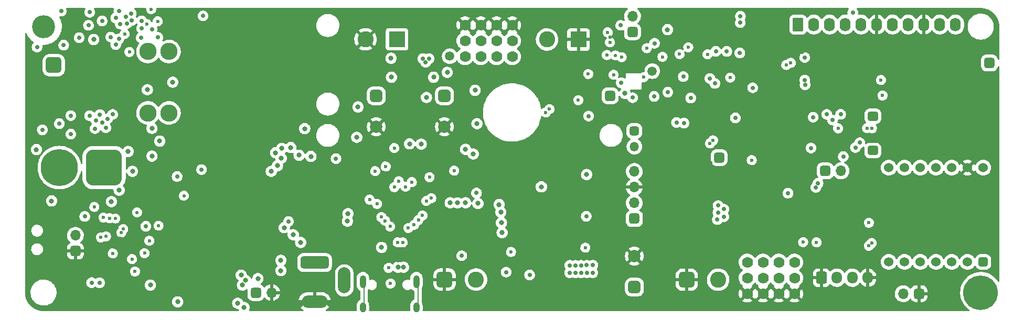
<source format=gbr>
%TF.GenerationSoftware,KiCad,Pcbnew,(6.0.2-0)*%
%TF.CreationDate,2023-06-03T21:04:39-06:00*%
%TF.ProjectId,Catlin RP2040 Sensing Controller,4361746c-696e-4205-9250-323034302053,rev?*%
%TF.SameCoordinates,Original*%
%TF.FileFunction,Copper,L2,Inr*%
%TF.FilePolarity,Positive*%
%FSLAX46Y46*%
G04 Gerber Fmt 4.6, Leading zero omitted, Abs format (unit mm)*
G04 Created by KiCad (PCBNEW (6.0.2-0)) date 2023-06-03 21:04:39*
%MOMM*%
%LPD*%
G01*
G04 APERTURE LIST*
G04 Aperture macros list*
%AMRoundRect*
0 Rectangle with rounded corners*
0 $1 Rounding radius*
0 $2 $3 $4 $5 $6 $7 $8 $9 X,Y pos of 4 corners*
0 Add a 4 corners polygon primitive as box body*
4,1,4,$2,$3,$4,$5,$6,$7,$8,$9,$2,$3,0*
0 Add four circle primitives for the rounded corners*
1,1,$1+$1,$2,$3*
1,1,$1+$1,$4,$5*
1,1,$1+$1,$6,$7*
1,1,$1+$1,$8,$9*
0 Add four rect primitives between the rounded corners*
20,1,$1+$1,$2,$3,$4,$5,0*
20,1,$1+$1,$4,$5,$6,$7,0*
20,1,$1+$1,$6,$7,$8,$9,0*
20,1,$1+$1,$8,$9,$2,$3,0*%
G04 Aperture macros list end*
%TA.AperFunction,ComponentPad*%
%ADD10RoundRect,0.425000X-0.425000X-0.425000X0.425000X-0.425000X0.425000X0.425000X-0.425000X0.425000X0*%
%TD*%
%TA.AperFunction,ComponentPad*%
%ADD11RoundRect,0.375000X0.475000X-0.375000X0.475000X0.375000X-0.475000X0.375000X-0.475000X-0.375000X0*%
%TD*%
%TA.AperFunction,ComponentPad*%
%ADD12RoundRect,0.425000X0.425000X0.425000X-0.425000X0.425000X-0.425000X-0.425000X0.425000X-0.425000X0*%
%TD*%
%TA.AperFunction,ComponentPad*%
%ADD13O,1.700000X1.700000*%
%TD*%
%TA.AperFunction,ComponentPad*%
%ADD14R,2.600000X2.600000*%
%TD*%
%TA.AperFunction,ComponentPad*%
%ADD15C,2.600000*%
%TD*%
%TA.AperFunction,ComponentPad*%
%ADD16C,3.712142*%
%TD*%
%TA.AperFunction,ComponentPad*%
%ADD17RoundRect,0.425000X0.425000X-0.425000X0.425000X0.425000X-0.425000X0.425000X-0.425000X-0.425000X0*%
%TD*%
%TA.AperFunction,ComponentPad*%
%ADD18O,1.000000X2.100000*%
%TD*%
%TA.AperFunction,ComponentPad*%
%ADD19O,1.000000X1.600000*%
%TD*%
%TA.AperFunction,ComponentPad*%
%ADD20C,1.778000*%
%TD*%
%TA.AperFunction,ComponentPad*%
%ADD21RoundRect,0.500000X-0.500000X0.500000X-0.500000X-0.500000X0.500000X-0.500000X0.500000X0.500000X0*%
%TD*%
%TA.AperFunction,ComponentPad*%
%ADD22C,2.000000*%
%TD*%
%TA.AperFunction,ComponentPad*%
%ADD23RoundRect,0.375000X-0.375000X-0.375000X0.375000X-0.375000X0.375000X0.375000X-0.375000X0.375000X0*%
%TD*%
%TA.AperFunction,ComponentPad*%
%ADD24O,1.500000X1.500000*%
%TD*%
%TA.AperFunction,ComponentPad*%
%ADD25RoundRect,0.650000X-0.650000X0.650000X-0.650000X-0.650000X0.650000X-0.650000X0.650000X0.650000X0*%
%TD*%
%TA.AperFunction,ComponentPad*%
%ADD26C,1.500000*%
%TD*%
%TA.AperFunction,ComponentPad*%
%ADD27RoundRect,0.425000X-0.425000X0.425000X-0.425000X-0.425000X0.425000X-0.425000X0.425000X0.425000X0*%
%TD*%
%TA.AperFunction,ComponentPad*%
%ADD28RoundRect,0.500000X0.500000X-0.500000X0.500000X0.500000X-0.500000X0.500000X-0.500000X-0.500000X0*%
%TD*%
%TA.AperFunction,ComponentPad*%
%ADD29C,5.600000*%
%TD*%
%TA.AperFunction,ComponentPad*%
%ADD30C,2.780000*%
%TD*%
%TA.AperFunction,ComponentPad*%
%ADD31RoundRect,0.250000X-0.600000X-0.725000X0.600000X-0.725000X0.600000X0.725000X-0.600000X0.725000X0*%
%TD*%
%TA.AperFunction,ComponentPad*%
%ADD32O,1.700000X1.950000*%
%TD*%
%TA.AperFunction,ComponentPad*%
%ADD33C,6.000000*%
%TD*%
%TA.AperFunction,ComponentPad*%
%ADD34RoundRect,1.200000X1.700000X1.700000X-1.700000X1.700000X-1.700000X-1.700000X1.700000X-1.700000X0*%
%TD*%
%TA.AperFunction,ComponentPad*%
%ADD35RoundRect,0.500000X-1.800000X-0.500000X1.800000X-0.500000X1.800000X0.500000X-1.800000X0.500000X0*%
%TD*%
%TA.AperFunction,ComponentPad*%
%ADD36O,4.200000X2.000000*%
%TD*%
%TA.AperFunction,ComponentPad*%
%ADD37O,2.000000X4.200000*%
%TD*%
%TA.AperFunction,ComponentPad*%
%ADD38RoundRect,0.250000X-0.620000X-0.845000X0.620000X-0.845000X0.620000X0.845000X-0.620000X0.845000X0*%
%TD*%
%TA.AperFunction,ComponentPad*%
%ADD39O,1.740000X2.190000*%
%TD*%
%TA.AperFunction,ComponentPad*%
%ADD40RoundRect,0.650000X-0.650000X-0.650000X0.650000X-0.650000X0.650000X0.650000X-0.650000X0.650000X0*%
%TD*%
%TA.AperFunction,ComponentPad*%
%ADD41RoundRect,0.382500X0.382500X-0.382500X0.382500X0.382500X-0.382500X0.382500X-0.382500X-0.382500X0*%
%TD*%
%TA.AperFunction,ComponentPad*%
%ADD42C,1.530000*%
%TD*%
%TA.AperFunction,ViaPad*%
%ADD43C,0.600000*%
%TD*%
%TA.AperFunction,ViaPad*%
%ADD44C,0.800000*%
%TD*%
%TA.AperFunction,ViaPad*%
%ADD45C,0.700000*%
%TD*%
%TA.AperFunction,ViaPad*%
%ADD46C,0.580000*%
%TD*%
%TA.AperFunction,Conductor*%
%ADD47C,0.200000*%
%TD*%
G04 APERTURE END LIST*
D10*
%TO.N,Net-(IC1-Pad28)*%
%TO.C,J9*%
X183800000Y-56500000D03*
%TD*%
D11*
%TO.N,/MCU sheet/GPIO21*%
%TO.C,J7*%
X165000000Y-70650000D03*
%TD*%
D12*
%TO.N,GND*%
%TO.C,J16*%
X36290000Y-86900000D03*
D13*
%TO.N,/Batt/THM*%
X36290000Y-84360000D03*
%TD*%
D11*
%TO.N,/MCU sheet/GPIO22*%
%TO.C,J8*%
X165000000Y-65100000D03*
%TD*%
D14*
%TO.N,GND*%
%TO.C,J25*%
X117495000Y-52695000D03*
D15*
%TO.N,+1V8*%
X112415000Y-52695000D03*
%TD*%
D16*
%TO.N,Net-(H3-Pad1)*%
%TO.C,H3*%
X31150000Y-50600000D03*
%TD*%
D17*
%TO.N,VD*%
%TO.C,J14*%
X65425000Y-93600000D03*
D13*
%TO.N,GND*%
X67965000Y-93600000D03*
%TD*%
D18*
%TO.N,/power/SHLD*%
%TO.C,J15*%
X82680000Y-91830000D03*
D19*
X82680000Y-96010000D03*
X91320000Y-96010000D03*
D18*
X91320000Y-91830000D03*
%TD*%
D20*
%TO.N,5V_HEAD1*%
%TO.C,JP7*%
X152360000Y-88710000D03*
%TO.N,+5V*%
X152360000Y-91250000D03*
%TO.N,GND*%
X152360000Y-93790000D03*
%TO.N,5V_HEAD2*%
X149820000Y-88710000D03*
%TO.N,+5V*%
X149820000Y-91250000D03*
%TO.N,GND*%
X149820000Y-93790000D03*
%TO.N,5V_HEAD3*%
X147280000Y-88710000D03*
%TO.N,+5V*%
X147280000Y-91250000D03*
%TO.N,GND*%
X147280000Y-93790000D03*
%TO.N,5V_HEAD4*%
X144740000Y-88710000D03*
%TO.N,+5V*%
X144740000Y-91250000D03*
%TO.N,GND*%
X144740000Y-93790000D03*
%TD*%
D17*
%TO.N,/MCU sheet/SWCLK*%
%TO.C,J5*%
X157325000Y-73925000D03*
D13*
%TO.N,/MCU sheet/SWDIO*%
X159865000Y-73925000D03*
%TD*%
D21*
%TO.N,VS out*%
%TO.C,C56*%
X84850000Y-61800000D03*
D22*
%TO.N,GND*%
X84850000Y-66800000D03*
%TD*%
D23*
%TO.N,I2C0_SDA*%
%TO.C,J4*%
X126500000Y-67475000D03*
D24*
%TO.N,I2C0_SCL*%
X126500000Y-70015000D03*
%TD*%
D10*
%TO.N,/MCU sheet/GP10*%
%TO.C,J10*%
X140200000Y-71800000D03*
%TD*%
D25*
%TO.N,/Batt/BATT_OUT*%
%TO.C,J19*%
X32795000Y-56850000D03*
D15*
%TO.N,GND*%
X32795000Y-61930000D03*
%TD*%
D12*
%TO.N,+5V*%
%TO.C,J22*%
X126500000Y-81650000D03*
D13*
%TO.N,+3V3*%
X126500000Y-79110000D03*
%TO.N,GND*%
X126500000Y-76570000D03*
%TO.N,+1V8*%
X126500000Y-74030000D03*
%TD*%
D26*
%TO.N,/Sensor Sheet/int*%
%TO.C,J1*%
X129400000Y-57800000D03*
%TD*%
D27*
%TO.N,GND*%
%TO.C,J24*%
X172425000Y-93790000D03*
D13*
%TO.N,+3V3*%
X169885000Y-93790000D03*
%TD*%
D21*
%TO.N,VS out*%
%TO.C,C58*%
X95850000Y-61800000D03*
D22*
%TO.N,GND*%
X95850000Y-66800000D03*
%TD*%
D28*
%TO.N,+5V*%
%TO.C,C54*%
X126500000Y-92717677D03*
D22*
%TO.N,GND*%
X126500000Y-87717677D03*
%TD*%
D20*
%TO.N,SYS_HEAD1*%
%TO.C,JP5*%
X99190000Y-55440000D03*
%TO.N,VS out*%
X99190000Y-52900000D03*
%TO.N,GND*%
X99190000Y-50360000D03*
%TO.N,SYS_HEAD2*%
X101730000Y-55440000D03*
%TO.N,VS out*%
X101730000Y-52900000D03*
%TO.N,GND*%
X101730000Y-50360000D03*
%TO.N,SYS_HEAD3*%
X104270000Y-55440000D03*
%TO.N,VS out*%
X104270000Y-52900000D03*
%TO.N,GND*%
X104270000Y-50360000D03*
%TO.N,SYS_HEAD3*%
X106810000Y-55440000D03*
%TO.N,VS out*%
X106810000Y-52900000D03*
%TO.N,GND*%
X106810000Y-50360000D03*
%TD*%
D10*
%TO.N,/Sensor Sheet/SQW*%
%TO.C,J2*%
X122600000Y-61800000D03*
%TD*%
D26*
%TO.N,VS out*%
%TO.C,J17*%
X96700000Y-55400000D03*
%TD*%
D29*
%TO.N,/power/SHLD*%
%TO.C,H1*%
X182400000Y-93600000D03*
%TD*%
D30*
%TO.N,/Batt/FUSE_OUT*%
%TO.C,F1*%
X48000000Y-54640000D03*
X51400000Y-54640000D03*
%TO.N,+BATT*%
X51400000Y-64560000D03*
X48000000Y-64560000D03*
%TD*%
D31*
%TO.N,GND*%
%TO.C,J11*%
X156700000Y-91200000D03*
D32*
%TO.N,+5V*%
X159200000Y-91200000D03*
%TO.N,5V Logic*%
X161700000Y-91200000D03*
%TO.N,GND*%
X164200000Y-91200000D03*
%TD*%
D33*
%TO.N,BT_S*%
%TO.C,J20*%
X33700000Y-73400000D03*
D34*
%TO.N,+BATT*%
X40900000Y-73400000D03*
%TD*%
D35*
%TO.N,/power/DC_in*%
%TO.C,J13*%
X74900000Y-88750000D03*
D36*
%TO.N,GND*%
X74900000Y-95050000D03*
D37*
%TO.N,unconnected-(J13-Pad3)*%
X79700000Y-91650000D03*
%TD*%
D38*
%TO.N,TX*%
%TO.C,J6*%
X152930000Y-50270000D03*
D39*
%TO.N,RX*%
X155470000Y-50270000D03*
%TO.N,+3V3*%
X158010000Y-50270000D03*
%TO.N,Net-(J6-Pad4)*%
X160550000Y-50270000D03*
%TO.N,Net-(J6-Pad5)*%
X163090000Y-50270000D03*
%TO.N,GND*%
X165630000Y-50270000D03*
%TO.N,GPIO27*%
X168170000Y-50270000D03*
%TO.N,GPIO26*%
X170710000Y-50270000D03*
%TO.N,GND*%
X173250000Y-50270000D03*
%TO.N,GPIO25*%
X175790000Y-50270000D03*
%TO.N,GPIO24*%
X178330000Y-50270000D03*
%TD*%
D40*
%TO.N,GND*%
%TO.C,J23*%
X95872677Y-91505000D03*
D15*
%TO.N,+5VD*%
X100952677Y-91505000D03*
%TD*%
D14*
%TO.N,/drivers/MS_VsV*%
%TO.C,J21*%
X88200000Y-52663994D03*
D15*
%TO.N,GND*%
X83120000Y-52663994D03*
%TD*%
D40*
%TO.N,GND*%
%TO.C,J18*%
X134955000Y-91527500D03*
D15*
%TO.N,/Batt/5V_MS*%
X140035000Y-91527500D03*
%TD*%
D12*
%TO.N,MC_SCK*%
%TO.C,J3*%
X126200000Y-51475000D03*
D13*
%TO.N,MC_SDA*%
X126200000Y-48935000D03*
%TD*%
D41*
%TO.N,unconnected-(U4-Pad1)*%
%TO.C,U4*%
X182804250Y-88651750D03*
D42*
%TO.N,unconnected-(U4-Pad2)*%
X180264250Y-88651750D03*
%TO.N,unconnected-(U4-Pad3)*%
X177724250Y-88651750D03*
%TO.N,unconnected-(U4-Pad4)*%
X175184250Y-88651750D03*
%TO.N,unconnected-(U4-Pad5)*%
X172644250Y-88651750D03*
%TO.N,unconnected-(U4-Pad6)*%
X170104250Y-88651750D03*
%TO.N,GPIO25*%
X167564250Y-88651750D03*
%TO.N,GPIO24*%
X167564250Y-73411750D03*
%TO.N,unconnected-(U4-Pad9)*%
X170104250Y-73411750D03*
%TO.N,unconnected-(U4-Pad10)*%
X172644250Y-73411750D03*
%TO.N,unconnected-(U4-Pad11)*%
X175184250Y-73411750D03*
%TO.N,unconnected-(U4-Pad12)*%
X177724250Y-73411750D03*
%TO.N,GND*%
X180264250Y-73411750D03*
%TO.N,Net-(D1-Pad1)*%
X182804250Y-73411750D03*
%TD*%
D43*
%TO.N,+3V3*%
X122049500Y-55200000D03*
D44*
X97950000Y-79100000D03*
D45*
X78350000Y-71951469D03*
D43*
X138700000Y-69500000D03*
D45*
X154000000Y-55600000D03*
D44*
X96782500Y-79087500D03*
D43*
X117450000Y-62500980D03*
D45*
X134400000Y-58700000D03*
D43*
X97430000Y-73900000D03*
X128000000Y-58800000D03*
D44*
X131850000Y-51100000D03*
D45*
X154000000Y-59250000D03*
X160225000Y-71600000D03*
D44*
X101250000Y-79200000D03*
D45*
X157550000Y-64800000D03*
X155030000Y-70240000D03*
X154050000Y-60000000D03*
X155800000Y-76600000D03*
D43*
X164850000Y-67050000D03*
D45*
X143625000Y-48925000D03*
D43*
X164075242Y-67024758D03*
D45*
X143600000Y-49975000D03*
D43*
X141975000Y-58850000D03*
X133800000Y-55050000D03*
D45*
X134500000Y-66200000D03*
D44*
X99252500Y-79087500D03*
X104950000Y-80600000D03*
D45*
X119125000Y-65075000D03*
X131900000Y-61200000D03*
D43*
X122200000Y-51550000D03*
D45*
X159800000Y-64799500D03*
D43*
X155900000Y-85500000D03*
D45*
X133300000Y-66100000D03*
X135600000Y-62150000D03*
X139500000Y-59800000D03*
X126225000Y-62100000D03*
X142800000Y-65375000D03*
D43*
X139200000Y-69000000D03*
D45*
X129700000Y-61900000D03*
X145600000Y-60500000D03*
X101030000Y-77500000D03*
X138700000Y-59000000D03*
D43*
X138300000Y-55100000D03*
D45*
X156150000Y-75950000D03*
D44*
X104675000Y-79375000D03*
D43*
X164350000Y-82325000D03*
D44*
X125000000Y-61400000D03*
D43*
X128500000Y-54100000D03*
D45*
X56650000Y-73725000D03*
D43*
X87750000Y-70250000D03*
D44*
%TO.N,+5VD*%
X32450000Y-78800000D03*
D45*
X109600000Y-90750000D03*
X105800000Y-90300000D03*
X98650000Y-87650000D03*
D44*
%TO.N,VBUS*%
X80200000Y-82050000D03*
X89250000Y-89500000D03*
X85700000Y-86300000D03*
X88350000Y-89500000D03*
D43*
X90025000Y-83175000D03*
D44*
X80275000Y-80850000D03*
D45*
%TO.N,+5V*%
X116100000Y-89200000D03*
X140970000Y-80130000D03*
X117900000Y-89200000D03*
D43*
X164800000Y-85600000D03*
X153750000Y-85450000D03*
D45*
X140940000Y-81340000D03*
X140010000Y-79540000D03*
X139900000Y-81800000D03*
D43*
X164350000Y-86050000D03*
D45*
X116050000Y-90400000D03*
X118850000Y-90400000D03*
X139990000Y-80700000D03*
X117900000Y-90400000D03*
X118820000Y-89190000D03*
X119810000Y-89180000D03*
X117000000Y-90400000D03*
X117000000Y-89200000D03*
X119800000Y-90400000D03*
D44*
%TO.N,VD*%
X63050000Y-90800000D03*
X69450000Y-88400000D03*
X70000000Y-83100000D03*
X71450000Y-84250000D03*
X63750000Y-91600000D03*
D45*
X70700000Y-82100000D03*
D44*
X63250000Y-92400000D03*
X72650000Y-85500000D03*
X65750000Y-91350000D03*
X69450000Y-90050000D03*
D43*
%TO.N,CC2*%
X87075000Y-82925000D03*
X90950000Y-82675000D03*
D44*
%TO.N,/Batt/CSINP*%
X52800000Y-95100000D03*
X62488825Y-95330007D03*
D46*
%TO.N,/Batt/LX2*%
X46245020Y-80650000D03*
X49700000Y-82800000D03*
D43*
%TO.N,/Batt/LX1*%
X48237377Y-85227123D03*
X47449500Y-87240000D03*
D45*
%TO.N,/Batt/PVL*%
X40180000Y-92030000D03*
D44*
X48400000Y-92400000D03*
%TO.N,+BATT*%
X44800000Y-70800000D03*
X47900000Y-60800000D03*
X45500000Y-74000000D03*
X52000000Y-59600000D03*
D46*
X44003637Y-83350000D03*
D44*
X49900000Y-69125000D03*
X42100000Y-78900000D03*
X43350000Y-77050000D03*
X48650000Y-71550000D03*
X48650000Y-67050000D03*
D46*
X43700000Y-83900000D03*
D44*
%TO.N,/drivers/EN*%
X118800000Y-74525000D03*
D45*
X118740000Y-81270000D03*
D43*
%TO.N,/drivers/FB1*%
X118600000Y-86350000D03*
%TO.N,/drivers/FB2*%
X106600446Y-87033470D03*
%TO.N,+1V8*%
X112800000Y-63950000D03*
X112200000Y-64500000D03*
D45*
%TO.N,/Batt/BATT_OUT*%
X43500000Y-50200000D03*
X45300000Y-48500000D03*
X43300000Y-48100000D03*
X36900000Y-52400000D03*
X44400000Y-49000000D03*
X34400000Y-53600000D03*
X34000000Y-48100000D03*
X45400000Y-49600000D03*
X40600000Y-49700000D03*
X43300000Y-52600000D03*
D43*
X48525000Y-47800000D03*
D45*
X30100000Y-53900000D03*
X42800000Y-49200000D03*
X44600000Y-50100000D03*
D44*
X39250000Y-52700000D03*
D45*
X38400000Y-50400000D03*
X42000000Y-52300000D03*
X38600000Y-48300000D03*
X42800000Y-53500000D03*
%TO.N,/Batt/FUSE_OUT*%
X46900000Y-52400000D03*
X47000000Y-50900000D03*
D43*
X47800000Y-50200000D03*
D45*
X49600000Y-52350000D03*
X47000000Y-49700000D03*
X48650000Y-51025000D03*
D43*
X45000000Y-54700000D03*
D45*
%TO.N,TX*%
X141415311Y-54615311D03*
%TO.N,RX*%
X139650000Y-54600000D03*
D46*
%TO.N,MC_SDA*%
X123449773Y-55270780D03*
D45*
X124300000Y-50400000D03*
D43*
%TO.N,MC_SCK*%
X124450000Y-55550000D03*
D45*
X129750000Y-53300000D03*
D43*
X119050000Y-58275000D03*
X135200000Y-53950000D03*
%TO.N,I2C0_SDA*%
X92300000Y-81150000D03*
X85675000Y-81400000D03*
X40823911Y-81476089D03*
D45*
X52700000Y-74850000D03*
D44*
X105050000Y-82320000D03*
D43*
%TO.N,I2C0_SCL*%
X91650000Y-81875000D03*
D46*
X53800000Y-77950000D03*
D43*
X41800000Y-81600000D03*
X86275000Y-82000000D03*
D44*
X105158528Y-83916894D03*
D43*
%TO.N,5V_HEAD0*%
X145450000Y-72200000D03*
D45*
X151300000Y-77550000D03*
%TO.N,/MCU sheet/GPIO20*%
X162875000Y-69375000D03*
D43*
X159387500Y-67062500D03*
D45*
X158500000Y-65725000D03*
%TO.N,/MCU sheet/GPIO21*%
X162175000Y-70155500D03*
X155375000Y-65250000D03*
D43*
%TO.N,USB_D+*%
X89109019Y-85495172D03*
X87150000Y-92139502D03*
X151026604Y-56808073D03*
%TO.N,USB_D-*%
X86850000Y-89600000D03*
X151750000Y-56467627D03*
X88309531Y-85500000D03*
D46*
%TO.N,/Batt/THM*%
X42735900Y-81629741D03*
D43*
%TO.N,/Batt/STAT*%
X39350000Y-79750000D03*
D44*
%TO.N,/drivers/PG*%
X111500000Y-76510000D03*
D45*
%TO.N,BT_S*%
X39600000Y-65800000D03*
X33700000Y-66300000D03*
X38575000Y-65000000D03*
X30950000Y-67300000D03*
X40600000Y-66100000D03*
X35550000Y-68000000D03*
D44*
X30000000Y-70500000D03*
D45*
X41200000Y-66950000D03*
X41500000Y-65500000D03*
X42300000Y-64800000D03*
X40250000Y-64825000D03*
X39450000Y-67100000D03*
X35550000Y-65000000D03*
D43*
%TO.N,HV_D*%
X44232500Y-51800000D03*
X49567500Y-49767500D03*
D45*
%TO.N,HV_G*%
X56900000Y-48875000D03*
X161750000Y-48375000D03*
D44*
%TO.N,GND*%
X51300000Y-77050000D03*
D45*
X42550000Y-59200000D03*
X138800000Y-72650000D03*
D44*
X123700000Y-49300000D03*
X74100000Y-64300000D03*
D43*
X116400000Y-87350000D03*
D45*
X40600000Y-77600000D03*
X67550000Y-68100000D03*
X43750000Y-58200000D03*
X148200000Y-70200000D03*
X87125000Y-78800000D03*
X92350000Y-87250000D03*
X54150000Y-67900000D03*
D44*
X63000000Y-68500000D03*
D45*
X131200000Y-48950000D03*
X112000000Y-83000000D03*
D44*
X41030000Y-94300000D03*
X57600000Y-85750000D03*
D45*
X112100000Y-84200000D03*
D44*
X60700000Y-85400000D03*
D45*
X42150000Y-61400000D03*
X141800000Y-70500000D03*
X49600000Y-94700000D03*
D43*
X129050000Y-55150000D03*
D45*
X88200000Y-80425000D03*
D44*
X71800000Y-95900000D03*
X114850000Y-53350000D03*
D43*
X147875000Y-65450000D03*
D44*
X132100000Y-85600000D03*
D45*
X96990000Y-85280000D03*
X133800000Y-62200000D03*
D44*
X59200000Y-51600000D03*
D43*
X86100000Y-83050000D03*
X150800000Y-64600000D03*
X148800000Y-64600000D03*
D45*
X87150000Y-80450000D03*
D43*
X165725000Y-83400000D03*
D44*
X38300000Y-56800000D03*
D45*
X120150000Y-54500000D03*
X79200000Y-87650000D03*
X182300000Y-66300000D03*
D46*
X45010500Y-81050000D03*
D45*
X117366250Y-82400000D03*
X92200000Y-84500000D03*
X44050000Y-61000000D03*
D44*
X135900000Y-49850000D03*
D43*
X46400000Y-77200000D03*
D44*
X78000000Y-95900000D03*
D43*
X147900000Y-61700000D03*
D45*
X80350000Y-87650000D03*
D43*
X165925000Y-81025000D03*
D45*
X141020000Y-86820000D03*
D43*
X125450000Y-54609500D03*
D44*
X101300000Y-82200000D03*
D43*
X41800000Y-63600000D03*
D45*
X38200000Y-63275000D03*
D44*
X65100000Y-85000000D03*
D45*
X30325000Y-61700000D03*
X80350000Y-88700000D03*
X154275000Y-75300000D03*
X111525000Y-77725000D03*
D44*
X141100000Y-65550000D03*
D43*
X80425000Y-79025000D03*
X150800000Y-62550000D03*
D45*
X88350000Y-88400000D03*
D43*
X155600039Y-87966411D03*
D44*
X102500000Y-68650000D03*
X77250000Y-95500000D03*
D45*
X38750000Y-60200000D03*
D44*
X45950000Y-57375000D03*
D45*
X38850000Y-85550000D03*
X39600000Y-77600000D03*
X36850000Y-57550000D03*
D43*
X40950000Y-85800000D03*
D45*
X151650000Y-82325000D03*
X68550000Y-63400000D03*
X74425000Y-78900000D03*
X146550000Y-75550000D03*
X149200000Y-70200000D03*
D44*
X76900000Y-56100000D03*
D43*
X132850000Y-57950000D03*
D46*
X43500000Y-84800000D03*
D43*
X150800000Y-63500000D03*
D44*
X133900000Y-51250000D03*
D45*
X112600000Y-82400000D03*
X41050000Y-61400000D03*
D44*
X71975000Y-75200000D03*
D43*
X161750000Y-67975500D03*
D45*
X144900000Y-59200000D03*
X151625000Y-78675000D03*
D44*
X53700000Y-49875000D03*
D45*
X112800000Y-83600000D03*
D43*
X148250000Y-76000000D03*
D44*
X72600000Y-95550000D03*
D45*
X123650000Y-81550000D03*
X60200000Y-60800000D03*
D43*
X113300000Y-81800000D03*
D45*
X115200000Y-50000000D03*
X61250000Y-63450000D03*
X56000000Y-64900000D03*
X101070333Y-76202277D03*
X35500000Y-49500000D03*
X136000000Y-57600000D03*
X38750000Y-58200000D03*
X89850000Y-88350000D03*
D43*
X124600000Y-58200000D03*
D45*
X162730000Y-58800000D03*
D44*
X96550000Y-75275000D03*
X90300000Y-49600000D03*
X130000000Y-59500000D03*
D45*
X47000000Y-93800000D03*
D43*
X112000000Y-81800000D03*
D44*
X106400000Y-82260000D03*
X155650000Y-57450000D03*
D45*
X80425000Y-74675000D03*
X88200000Y-79625000D03*
X111300000Y-82400000D03*
X64250000Y-61350000D03*
X66600000Y-89350000D03*
X36500000Y-49500000D03*
D43*
X151900000Y-84450000D03*
D45*
X135050000Y-52450000D03*
D44*
X105000000Y-69600000D03*
D43*
X166750000Y-67800000D03*
X110600000Y-81800000D03*
X149800000Y-64600000D03*
D45*
X156750000Y-55750000D03*
X43850000Y-59200000D03*
X121400000Y-95100000D03*
X141450000Y-50450000D03*
X41200000Y-58150000D03*
X156600000Y-60630000D03*
D43*
X81600000Y-85175000D03*
D45*
X38750000Y-59200000D03*
X43250000Y-61400000D03*
X40050000Y-58200000D03*
X88150000Y-78775000D03*
X140200000Y-85600000D03*
X122650000Y-95100000D03*
D44*
X54800000Y-53350000D03*
D43*
X148800000Y-63500000D03*
D44*
X119742878Y-56842878D03*
D45*
X62550000Y-84550000D03*
X63800000Y-52900000D03*
D43*
X148275000Y-53825000D03*
X33400000Y-80800000D03*
D44*
X72400000Y-61400000D03*
X69600000Y-77150000D03*
D45*
X112050000Y-95150000D03*
D44*
X72750000Y-52050000D03*
D45*
X89250000Y-80425000D03*
D46*
X43425000Y-85400000D03*
D45*
X127200000Y-54800000D03*
D44*
X48800000Y-76850000D03*
X58750000Y-89100000D03*
D43*
X149800000Y-62600000D03*
D45*
X41200000Y-62600000D03*
D44*
X103898723Y-85201277D03*
X113625000Y-57550000D03*
D45*
X141450000Y-51225000D03*
D43*
X40600000Y-63600000D03*
D44*
X69790000Y-54400000D03*
X98900000Y-77200000D03*
X95000000Y-75300000D03*
D43*
X37192500Y-89940000D03*
D45*
X117750000Y-70050000D03*
X41250000Y-59200000D03*
D44*
X56125000Y-71400000D03*
D43*
X40400000Y-80500000D03*
D44*
X172300000Y-58100000D03*
D45*
X133800000Y-59900000D03*
D43*
X140260000Y-83690000D03*
D44*
X84900000Y-49300000D03*
D43*
X149800000Y-63500000D03*
X148075000Y-78575000D03*
D45*
X79300000Y-85150000D03*
X44850000Y-61600000D03*
D44*
X53150000Y-84450000D03*
D43*
X140050000Y-57850000D03*
D45*
X153600000Y-54700000D03*
D44*
X55700000Y-84500000D03*
D45*
X38750000Y-61400000D03*
X124350000Y-65900000D03*
X42500000Y-58150000D03*
D44*
X97950000Y-82230000D03*
D45*
X80950000Y-72675000D03*
X129200000Y-60600000D03*
X115025000Y-65200000D03*
X68550000Y-58100000D03*
X34675000Y-60900000D03*
X40200000Y-55800000D03*
X35800000Y-62500000D03*
X117400000Y-81500000D03*
D44*
X44790000Y-93400000D03*
D45*
X118200000Y-58925000D03*
X73250000Y-91350000D03*
X89200000Y-78775000D03*
D44*
X135000000Y-73750000D03*
D45*
X59500000Y-56100000D03*
D44*
X133900000Y-77800000D03*
D43*
X127500000Y-57650000D03*
D45*
X110600000Y-83000000D03*
X113400000Y-82900000D03*
X41500000Y-57200000D03*
X113400000Y-84200000D03*
X111250000Y-95150000D03*
D44*
X57850000Y-90850000D03*
D45*
X162897875Y-65647875D03*
D44*
X117600000Y-75100000D03*
D43*
X148275000Y-54675000D03*
D45*
X28750000Y-62800000D03*
D44*
X36400000Y-59650000D03*
D43*
X89400000Y-59100000D03*
D45*
X44050000Y-62200000D03*
X44050000Y-63600000D03*
D44*
X55400000Y-48300000D03*
D43*
X43200000Y-51200000D03*
D45*
X123600000Y-71900000D03*
X89225000Y-79575000D03*
X44850000Y-59200000D03*
X44850000Y-62800000D03*
X40000000Y-59200000D03*
X78450000Y-88650000D03*
X90750000Y-89750000D03*
D44*
X58600000Y-84200000D03*
D43*
X122549509Y-52347567D03*
D45*
X76325000Y-91350000D03*
X130700000Y-66500000D03*
D43*
X108200000Y-88700000D03*
D44*
X66325000Y-49125000D03*
D45*
X152450000Y-75700000D03*
X44850000Y-60300000D03*
X67650000Y-80100000D03*
D44*
X130750000Y-88510000D03*
D45*
X121000000Y-83500000D03*
X39950000Y-61400000D03*
X110600000Y-84200000D03*
D43*
X148750000Y-62600000D03*
D45*
X68200000Y-84300000D03*
X182150000Y-59300000D03*
X56000000Y-59500000D03*
D43*
X117000000Y-86750000D03*
D44*
X110750000Y-69550000D03*
D43*
X150675000Y-75725000D03*
D45*
X180050000Y-70300000D03*
X156050000Y-72350000D03*
D44*
X80400000Y-49400000D03*
D45*
X120500000Y-49900000D03*
D44*
X63400000Y-49700000D03*
D43*
X161550000Y-85600000D03*
X162425000Y-75925000D03*
D45*
X87125000Y-79650000D03*
X111300000Y-83600000D03*
D44*
X49400000Y-84850000D03*
D45*
X71600000Y-79450000D03*
D44*
X41680000Y-94820000D03*
X58820000Y-92760000D03*
D43*
X86125000Y-76400000D03*
D44*
X65000000Y-70200000D03*
D45*
X154450000Y-71600000D03*
D44*
%TO.N,INOKB*%
X63500000Y-96000000D03*
D45*
X37800000Y-81300000D03*
%TO.N,/Batt/CNFG*%
X38900000Y-92000000D03*
%TO.N,VS+*%
X47650000Y-82900000D03*
D43*
X40400000Y-84690000D03*
D44*
%TO.N,VS out*%
X92950000Y-62050000D03*
X74300000Y-71600000D03*
X68900000Y-73100000D03*
X69500000Y-71900000D03*
X94100000Y-58800000D03*
X92100000Y-69600000D03*
X90225000Y-69575000D03*
X81900000Y-63600000D03*
X96300000Y-58000000D03*
X73300000Y-67100000D03*
X72400000Y-71400000D03*
X68600000Y-71000000D03*
X71050000Y-70150000D03*
X100500000Y-71200000D03*
X69600000Y-70300000D03*
X101100000Y-66300000D03*
X87300000Y-58800000D03*
X100800000Y-60900000D03*
X67900000Y-74000000D03*
X99250000Y-70450000D03*
X81700000Y-68500000D03*
D43*
%TO.N,GPIO24*%
X166550000Y-61750000D03*
%TO.N,GPIO25*%
X166300000Y-59250000D03*
D44*
%TO.N,/drivers/MS_VsV*%
X87225000Y-55725000D03*
D45*
X92350000Y-55795000D03*
X93350000Y-55795000D03*
X92825000Y-56370000D03*
%TO.N,/MCU sheet/BTSEL*%
X143525000Y-54875000D03*
D43*
%TO.N,/usb_pd/VDD*%
X86375000Y-73225000D03*
X83775000Y-78575000D03*
X93450000Y-74950000D03*
X92925000Y-78800000D03*
X93725000Y-78350000D03*
%TO.N,/usb_pd/VMIN*%
X90583956Y-75748147D03*
%TO.N,/usb_pd/VMAX*%
X89575000Y-76500000D03*
%TO.N,/usb_pd/ISNK_CRS*%
X84674500Y-73975000D03*
%TO.N,/usb_pd/FAULT*%
X84987500Y-79262500D03*
%TO.N,/usb_pd/FET_EN*%
X88475000Y-75600000D03*
%TO.N,/usb_pd/SAFE_PWR_EN*%
X87775000Y-76550000D03*
%TO.N,/Sensor Sheet/intmag*%
X122571380Y-53146770D03*
%TO.N,/Sensor Sheet/adrbmp*%
X123150000Y-58400000D03*
D45*
X124400000Y-59700000D03*
D43*
%TO.N,/Sensor Sheet/adrlsm*%
X131050000Y-55500000D03*
%TO.N,Net-(R57-Pad2)*%
X42330000Y-87280000D03*
D46*
X41235947Y-84526700D03*
D43*
%TO.N,Net-(R59-Pad1)*%
X45900000Y-90200500D03*
X45419707Y-88200534D03*
%TD*%
D47*
%TO.N,/power/SHLD*%
X91550000Y-92205000D02*
X91600000Y-92255000D01*
X91600000Y-95535000D02*
X91550000Y-95585000D01*
X91600000Y-92255000D02*
X91600000Y-95535000D01*
X82900000Y-92205000D02*
X82900000Y-95585000D01*
%TD*%
%TA.AperFunction,Conductor*%
%TO.N,GND*%
G36*
X37858099Y-47628002D02*
G01*
X37904592Y-47681658D01*
X37914696Y-47751932D01*
X37899097Y-47796999D01*
X37858332Y-47867607D01*
X37817661Y-47938051D01*
X37811401Y-47948893D01*
X37809359Y-47955178D01*
X37761444Y-48102648D01*
X37755635Y-48120525D01*
X37754945Y-48127088D01*
X37754945Y-48127089D01*
X37737955Y-48288731D01*
X37736771Y-48300000D01*
X37737461Y-48306565D01*
X37754041Y-48464305D01*
X37755635Y-48479475D01*
X37757675Y-48485753D01*
X37757675Y-48485754D01*
X37765308Y-48509245D01*
X37811401Y-48651107D01*
X37814704Y-48656829D01*
X37814705Y-48656830D01*
X37840148Y-48700899D01*
X37901633Y-48807393D01*
X37906051Y-48812300D01*
X37906052Y-48812301D01*
X38003907Y-48920980D01*
X38022387Y-48941504D01*
X38027729Y-48945385D01*
X38027731Y-48945387D01*
X38157963Y-49040006D01*
X38168385Y-49047578D01*
X38174413Y-49050262D01*
X38174415Y-49050263D01*
X38310280Y-49110754D01*
X38333248Y-49120980D01*
X38415274Y-49138415D01*
X38503311Y-49157128D01*
X38503315Y-49157128D01*
X38509768Y-49158500D01*
X38690232Y-49158500D01*
X38696685Y-49157128D01*
X38696689Y-49157128D01*
X38784726Y-49138415D01*
X38866752Y-49120980D01*
X38889720Y-49110754D01*
X39025585Y-49050263D01*
X39025587Y-49050262D01*
X39031615Y-49047578D01*
X39042037Y-49040006D01*
X39172269Y-48945387D01*
X39172271Y-48945385D01*
X39177613Y-48941504D01*
X39196093Y-48920980D01*
X39293948Y-48812301D01*
X39293949Y-48812300D01*
X39298367Y-48807393D01*
X39359852Y-48700899D01*
X39385295Y-48656830D01*
X39385296Y-48656829D01*
X39388599Y-48651107D01*
X39434692Y-48509245D01*
X39442325Y-48485754D01*
X39442325Y-48485753D01*
X39444365Y-48479475D01*
X39445960Y-48464305D01*
X39462539Y-48306565D01*
X39463229Y-48300000D01*
X39462045Y-48288731D01*
X39445055Y-48127089D01*
X39445055Y-48127088D01*
X39444365Y-48120525D01*
X39438557Y-48102648D01*
X39390641Y-47955178D01*
X39388599Y-47948893D01*
X39382340Y-47938051D01*
X39341668Y-47867607D01*
X39300903Y-47796999D01*
X39284165Y-47728005D01*
X39307385Y-47660913D01*
X39363192Y-47617026D01*
X39410022Y-47608000D01*
X42383756Y-47608000D01*
X42451877Y-47628002D01*
X42498370Y-47681658D01*
X42508474Y-47751932D01*
X42503589Y-47772936D01*
X42474194Y-47863407D01*
X42455635Y-47920525D01*
X42454945Y-47927088D01*
X42454945Y-47927089D01*
X42453255Y-47943170D01*
X42436771Y-48100000D01*
X42455635Y-48279475D01*
X42458643Y-48288733D01*
X42458695Y-48290551D01*
X42459048Y-48292212D01*
X42458744Y-48292277D01*
X42460669Y-48359699D01*
X42424006Y-48420496D01*
X42390058Y-48442773D01*
X42374416Y-48449737D01*
X42374414Y-48449738D01*
X42368386Y-48452422D01*
X42363045Y-48456302D01*
X42363044Y-48456303D01*
X42227731Y-48554613D01*
X42227729Y-48554615D01*
X42222387Y-48558496D01*
X42217966Y-48563406D01*
X42217965Y-48563407D01*
X42113372Y-48679570D01*
X42101633Y-48692607D01*
X42060898Y-48763162D01*
X42027487Y-48821032D01*
X42011401Y-48848893D01*
X42005035Y-48868486D01*
X41960348Y-49006021D01*
X41955635Y-49020525D01*
X41954945Y-49027088D01*
X41954945Y-49027089D01*
X41944932Y-49122352D01*
X41936771Y-49200000D01*
X41937461Y-49206565D01*
X41954214Y-49365951D01*
X41955635Y-49379475D01*
X41957675Y-49385753D01*
X41957675Y-49385754D01*
X41984634Y-49468727D01*
X42011401Y-49551107D01*
X42014704Y-49556829D01*
X42014705Y-49556830D01*
X42046538Y-49611966D01*
X42101633Y-49707393D01*
X42106051Y-49712300D01*
X42106052Y-49712301D01*
X42217965Y-49836593D01*
X42222387Y-49841504D01*
X42227729Y-49845385D01*
X42227731Y-49845387D01*
X42353582Y-49936823D01*
X42368385Y-49947578D01*
X42374413Y-49950262D01*
X42374415Y-49950263D01*
X42476226Y-49995592D01*
X42533248Y-50020980D01*
X42539697Y-50022351D01*
X42539704Y-50022353D01*
X42541945Y-50022829D01*
X42543116Y-50023461D01*
X42545987Y-50024394D01*
X42545816Y-50024919D01*
X42604418Y-50056559D01*
X42638737Y-50118709D01*
X42641055Y-50159244D01*
X42636771Y-50200000D01*
X42637461Y-50206565D01*
X42654935Y-50372811D01*
X42655635Y-50379475D01*
X42657675Y-50385753D01*
X42657675Y-50385754D01*
X42667909Y-50417251D01*
X42711401Y-50551107D01*
X42714704Y-50556829D01*
X42714705Y-50556830D01*
X42732390Y-50587461D01*
X42801633Y-50707393D01*
X42806051Y-50712300D01*
X42806052Y-50712301D01*
X42905281Y-50822506D01*
X42922387Y-50841504D01*
X42927729Y-50845385D01*
X42927731Y-50845387D01*
X43063043Y-50943697D01*
X43068385Y-50947578D01*
X43074413Y-50950262D01*
X43074415Y-50950263D01*
X43198174Y-51005364D01*
X43233248Y-51020980D01*
X43319325Y-51039276D01*
X43403311Y-51057128D01*
X43403315Y-51057128D01*
X43409768Y-51058500D01*
X43525321Y-51058500D01*
X43593442Y-51078502D01*
X43639935Y-51132158D01*
X43650039Y-51202432D01*
X43620545Y-51267012D01*
X43613479Y-51274523D01*
X43601993Y-51285771D01*
X43503735Y-51438238D01*
X43501326Y-51444858D01*
X43501324Y-51444861D01*
X43447230Y-51593483D01*
X43441697Y-51608685D01*
X43440814Y-51615675D01*
X43438841Y-51631292D01*
X43410459Y-51696369D01*
X43351399Y-51735770D01*
X43313835Y-51741500D01*
X43209768Y-51741500D01*
X43203315Y-51742872D01*
X43203311Y-51742872D01*
X43148075Y-51754613D01*
X43033248Y-51779020D01*
X43027219Y-51781704D01*
X43027217Y-51781705D01*
X42919119Y-51829834D01*
X42868386Y-51852422D01*
X42867649Y-51850768D01*
X42807250Y-51865425D01*
X42740156Y-51842208D01*
X42704118Y-51802567D01*
X42701671Y-51798328D01*
X42701666Y-51798322D01*
X42698367Y-51792607D01*
X42585453Y-51667203D01*
X42582035Y-51663407D01*
X42582034Y-51663406D01*
X42577613Y-51658496D01*
X42565558Y-51649737D01*
X42436957Y-51556303D01*
X42436956Y-51556302D01*
X42431615Y-51552422D01*
X42425587Y-51549738D01*
X42425585Y-51549737D01*
X42272783Y-51481705D01*
X42272781Y-51481705D01*
X42266752Y-51479020D01*
X42178492Y-51460260D01*
X42096689Y-51442872D01*
X42096685Y-51442872D01*
X42090232Y-51441500D01*
X41909768Y-51441500D01*
X41903315Y-51442872D01*
X41903311Y-51442872D01*
X41821508Y-51460260D01*
X41733248Y-51479020D01*
X41727219Y-51481704D01*
X41727217Y-51481705D01*
X41574416Y-51549737D01*
X41574414Y-51549738D01*
X41568386Y-51552422D01*
X41563045Y-51556302D01*
X41563044Y-51556303D01*
X41427731Y-51654613D01*
X41427729Y-51654615D01*
X41422387Y-51658496D01*
X41417966Y-51663406D01*
X41417965Y-51663407D01*
X41316419Y-51776186D01*
X41301633Y-51792607D01*
X41270026Y-51847352D01*
X41240597Y-51898325D01*
X41211401Y-51948893D01*
X41209359Y-51955178D01*
X41164503Y-52093233D01*
X41155635Y-52120525D01*
X41136771Y-52300000D01*
X41137461Y-52306565D01*
X41148877Y-52415174D01*
X41155635Y-52479475D01*
X41211401Y-52651107D01*
X41214704Y-52656829D01*
X41214705Y-52656830D01*
X41225843Y-52676121D01*
X41301633Y-52807393D01*
X41306051Y-52812300D01*
X41306052Y-52812301D01*
X41417965Y-52936593D01*
X41422387Y-52941504D01*
X41427729Y-52945385D01*
X41427731Y-52945387D01*
X41542172Y-53028533D01*
X41568385Y-53047578D01*
X41574413Y-53050262D01*
X41574415Y-53050263D01*
X41718123Y-53114246D01*
X41733248Y-53120980D01*
X41739703Y-53122352D01*
X41739706Y-53122353D01*
X41865036Y-53148992D01*
X41927510Y-53182720D01*
X41961832Y-53244869D01*
X41958837Y-53307743D01*
X41959048Y-53307788D01*
X41958773Y-53309083D01*
X41958673Y-53311175D01*
X41955635Y-53320525D01*
X41954945Y-53327088D01*
X41954945Y-53327089D01*
X41952631Y-53349108D01*
X41936771Y-53500000D01*
X41937461Y-53506565D01*
X41947119Y-53598448D01*
X41955635Y-53679475D01*
X41957675Y-53685753D01*
X41957675Y-53685754D01*
X41974728Y-53738238D01*
X42011401Y-53851107D01*
X42101633Y-54007393D01*
X42106051Y-54012300D01*
X42106052Y-54012301D01*
X42210024Y-54127774D01*
X42222387Y-54141504D01*
X42227729Y-54145385D01*
X42227731Y-54145387D01*
X42344824Y-54230460D01*
X42368385Y-54247578D01*
X42374413Y-54250262D01*
X42374415Y-54250263D01*
X42527217Y-54318295D01*
X42533248Y-54320980D01*
X42614442Y-54338238D01*
X42703311Y-54357128D01*
X42703315Y-54357128D01*
X42709768Y-54358500D01*
X42890232Y-54358500D01*
X42896685Y-54357128D01*
X42896689Y-54357128D01*
X42985558Y-54338238D01*
X43066752Y-54320980D01*
X43072783Y-54318295D01*
X43225585Y-54250263D01*
X43225587Y-54250262D01*
X43231615Y-54247578D01*
X43255176Y-54230460D01*
X43372269Y-54145387D01*
X43372271Y-54145385D01*
X43377613Y-54141504D01*
X43389976Y-54127774D01*
X43493948Y-54012301D01*
X43493949Y-54012300D01*
X43498367Y-54007393D01*
X43588599Y-53851107D01*
X43625272Y-53738238D01*
X43642325Y-53685754D01*
X43642325Y-53685753D01*
X43644365Y-53679475D01*
X43652882Y-53598448D01*
X43662539Y-53506565D01*
X43663229Y-53500000D01*
X43662539Y-53493434D01*
X43660512Y-53474147D01*
X43673285Y-53404309D01*
X43722821Y-53351858D01*
X43725581Y-53350264D01*
X43731615Y-53347578D01*
X43736957Y-53343696D01*
X43736960Y-53343695D01*
X43872269Y-53245387D01*
X43872271Y-53245385D01*
X43877613Y-53241504D01*
X43896093Y-53220980D01*
X43993948Y-53112301D01*
X43993949Y-53112300D01*
X43998367Y-53107393D01*
X44088599Y-52951107D01*
X44128748Y-52827539D01*
X44142325Y-52785754D01*
X44142325Y-52785753D01*
X44144365Y-52779475D01*
X44150480Y-52721297D01*
X44177494Y-52655640D01*
X44235715Y-52615011D01*
X44264370Y-52608987D01*
X44357721Y-52600491D01*
X44396100Y-52596998D01*
X44402802Y-52594820D01*
X44402804Y-52594820D01*
X44561909Y-52543124D01*
X44561912Y-52543123D01*
X44568608Y-52540947D01*
X44724412Y-52448069D01*
X44855766Y-52322982D01*
X44956143Y-52171902D01*
X45001534Y-52052411D01*
X45018055Y-52008920D01*
X45018056Y-52008918D01*
X45020555Y-52002338D01*
X45021535Y-51995366D01*
X45045248Y-51826639D01*
X45045248Y-51826636D01*
X45045799Y-51822717D01*
X45046116Y-51800000D01*
X45025897Y-51619745D01*
X45022134Y-51608938D01*
X44968564Y-51455106D01*
X44968562Y-51455103D01*
X44966245Y-51448448D01*
X44962509Y-51442469D01*
X44873859Y-51300598D01*
X44870126Y-51294624D01*
X44858946Y-51283365D01*
X44774414Y-51198242D01*
X44742315Y-51165918D01*
X44736364Y-51162141D01*
X44733203Y-51159600D01*
X44692645Y-51101328D01*
X44690031Y-51030379D01*
X44726188Y-50969280D01*
X44785955Y-50938154D01*
X44820613Y-50930787D01*
X44866752Y-50920980D01*
X44876511Y-50916635D01*
X45025585Y-50850263D01*
X45025587Y-50850262D01*
X45031615Y-50847578D01*
X45071325Y-50818727D01*
X45172269Y-50745387D01*
X45172271Y-50745385D01*
X45177613Y-50741504D01*
X45183713Y-50734729D01*
X45293948Y-50612301D01*
X45293949Y-50612300D01*
X45298367Y-50607393D01*
X45347959Y-50521498D01*
X45399341Y-50472506D01*
X45457077Y-50458500D01*
X45490232Y-50458500D01*
X45496685Y-50457128D01*
X45496689Y-50457128D01*
X45578492Y-50439740D01*
X45666752Y-50420980D01*
X45672783Y-50418295D01*
X45825585Y-50350263D01*
X45825587Y-50350262D01*
X45831615Y-50347578D01*
X45846735Y-50336593D01*
X45972269Y-50245387D01*
X45972271Y-50245385D01*
X45977613Y-50241504D01*
X46070998Y-50137789D01*
X46131443Y-50100551D01*
X46202427Y-50101903D01*
X46261411Y-50141417D01*
X46273748Y-50159095D01*
X46287126Y-50182266D01*
X46298332Y-50201675D01*
X46301633Y-50207393D01*
X46306051Y-50212300D01*
X46306052Y-50212301D01*
X46309102Y-50215688D01*
X46339820Y-50279695D01*
X46331057Y-50350149D01*
X46309102Y-50384312D01*
X46301633Y-50392607D01*
X46298330Y-50398328D01*
X46227517Y-50520980D01*
X46211401Y-50548893D01*
X46155635Y-50720525D01*
X46154945Y-50727088D01*
X46154945Y-50727089D01*
X46140739Y-50862249D01*
X46136771Y-50900000D01*
X46155635Y-51079475D01*
X46157675Y-51085753D01*
X46157675Y-51085754D01*
X46176424Y-51143458D01*
X46211401Y-51251107D01*
X46214704Y-51256829D01*
X46214705Y-51256830D01*
X46236526Y-51294624D01*
X46301633Y-51407393D01*
X46306051Y-51412300D01*
X46306052Y-51412301D01*
X46407317Y-51524767D01*
X46438035Y-51588774D01*
X46429270Y-51659228D01*
X46387742Y-51711013D01*
X46327731Y-51754613D01*
X46327729Y-51754615D01*
X46322387Y-51758496D01*
X46317966Y-51763406D01*
X46317965Y-51763407D01*
X46208852Y-51884590D01*
X46201633Y-51892607D01*
X46157646Y-51968794D01*
X46120303Y-52033475D01*
X46111401Y-52048893D01*
X46109359Y-52055178D01*
X46059319Y-52209188D01*
X46055635Y-52220525D01*
X46054945Y-52227088D01*
X46054945Y-52227089D01*
X46044866Y-52322982D01*
X46036771Y-52400000D01*
X46037461Y-52406565D01*
X46052792Y-52552422D01*
X46055635Y-52579475D01*
X46057675Y-52585753D01*
X46057675Y-52585754D01*
X46077746Y-52647526D01*
X46111401Y-52751107D01*
X46114704Y-52756829D01*
X46114705Y-52756830D01*
X46140713Y-52801876D01*
X46201633Y-52907393D01*
X46206051Y-52912300D01*
X46206052Y-52912301D01*
X46317965Y-53036593D01*
X46322387Y-53041504D01*
X46327729Y-53045385D01*
X46327731Y-53045387D01*
X46463043Y-53143697D01*
X46468385Y-53147578D01*
X46474413Y-53150262D01*
X46474415Y-53150263D01*
X46535438Y-53177432D01*
X46589534Y-53223412D01*
X46610183Y-53291340D01*
X46590831Y-53359648D01*
X46583139Y-53370545D01*
X46450948Y-53538229D01*
X46425776Y-53570159D01*
X46365105Y-53674611D01*
X46292977Y-53798788D01*
X46292974Y-53798794D01*
X46290739Y-53802642D01*
X46289065Y-53806775D01*
X46194733Y-54039672D01*
X46189807Y-54051833D01*
X46188736Y-54056146D01*
X46188734Y-54056151D01*
X46145435Y-54230460D01*
X46124992Y-54312759D01*
X46124538Y-54317190D01*
X46121335Y-54348448D01*
X46097589Y-54580214D01*
X46099811Y-54636779D01*
X46107919Y-54843124D01*
X46108144Y-54848863D01*
X46156447Y-55113344D01*
X46178895Y-55180629D01*
X46239456Y-55362151D01*
X46241534Y-55368381D01*
X46276406Y-55438170D01*
X46353988Y-55593435D01*
X46361707Y-55608884D01*
X46446414Y-55731445D01*
X46508794Y-55821701D01*
X46514568Y-55830056D01*
X46569913Y-55889928D01*
X46683404Y-56012701D01*
X46697067Y-56027482D01*
X46700521Y-56030294D01*
X46902107Y-56194411D01*
X46902111Y-56194414D01*
X46905564Y-56197225D01*
X46909386Y-56199526D01*
X47098593Y-56313438D01*
X47135897Y-56335897D01*
X47199430Y-56362800D01*
X47379369Y-56438995D01*
X47379374Y-56438997D01*
X47383472Y-56440732D01*
X47387769Y-56441871D01*
X47387774Y-56441873D01*
X47484908Y-56467627D01*
X47643348Y-56509636D01*
X47910340Y-56541237D01*
X48179121Y-56534903D01*
X48304332Y-56514062D01*
X48439938Y-56491491D01*
X48439942Y-56491490D01*
X48444328Y-56490760D01*
X48448569Y-56489419D01*
X48448572Y-56489418D01*
X48696424Y-56411033D01*
X48696426Y-56411032D01*
X48700670Y-56409690D01*
X48704681Y-56407764D01*
X48704686Y-56407762D01*
X48939012Y-56295240D01*
X48939013Y-56295239D01*
X48943031Y-56293310D01*
X48948811Y-56289448D01*
X49162869Y-56146420D01*
X49162873Y-56146417D01*
X49166577Y-56143942D01*
X49169894Y-56140971D01*
X49169898Y-56140968D01*
X49363528Y-55967538D01*
X49363529Y-55967537D01*
X49366846Y-55964566D01*
X49539842Y-55758761D01*
X49592710Y-55673990D01*
X49645730Y-55626774D01*
X49715860Y-55615718D01*
X49780835Y-55644332D01*
X49803275Y-55669028D01*
X49908794Y-55821701D01*
X49914568Y-55830056D01*
X49969913Y-55889928D01*
X50083404Y-56012701D01*
X50097067Y-56027482D01*
X50100521Y-56030294D01*
X50302107Y-56194411D01*
X50302111Y-56194414D01*
X50305564Y-56197225D01*
X50309386Y-56199526D01*
X50498593Y-56313438D01*
X50535897Y-56335897D01*
X50599430Y-56362800D01*
X50779369Y-56438995D01*
X50779374Y-56438997D01*
X50783472Y-56440732D01*
X50787769Y-56441871D01*
X50787774Y-56441873D01*
X50884908Y-56467627D01*
X51043348Y-56509636D01*
X51310340Y-56541237D01*
X51579121Y-56534903D01*
X51704332Y-56514062D01*
X51839938Y-56491491D01*
X51839942Y-56491490D01*
X51844328Y-56490760D01*
X51848569Y-56489419D01*
X51848572Y-56489418D01*
X52096424Y-56411033D01*
X52096426Y-56411032D01*
X52100670Y-56409690D01*
X52104681Y-56407764D01*
X52104686Y-56407762D01*
X52339012Y-56295240D01*
X52339013Y-56295239D01*
X52343031Y-56293310D01*
X52348811Y-56289448D01*
X52562869Y-56146420D01*
X52562873Y-56146417D01*
X52566577Y-56143942D01*
X52569894Y-56140971D01*
X52569898Y-56140968D01*
X52763528Y-55967538D01*
X52763529Y-55967537D01*
X52766846Y-55964566D01*
X52939842Y-55758761D01*
X52960897Y-55725000D01*
X86311496Y-55725000D01*
X86312186Y-55731565D01*
X86329641Y-55897637D01*
X86331458Y-55914928D01*
X86390473Y-56096556D01*
X86393776Y-56102278D01*
X86393777Y-56102279D01*
X86425713Y-56157594D01*
X86485960Y-56261944D01*
X86490378Y-56266851D01*
X86490379Y-56266852D01*
X86609325Y-56398955D01*
X86613747Y-56403866D01*
X86681283Y-56452934D01*
X86756274Y-56507418D01*
X86768248Y-56516118D01*
X86774276Y-56518802D01*
X86774278Y-56518803D01*
X86927722Y-56587120D01*
X86942712Y-56593794D01*
X87032504Y-56612880D01*
X87123056Y-56632128D01*
X87123061Y-56632128D01*
X87129513Y-56633500D01*
X87320487Y-56633500D01*
X87326939Y-56632128D01*
X87326944Y-56632128D01*
X87417496Y-56612880D01*
X87507288Y-56593794D01*
X87522278Y-56587120D01*
X87675722Y-56518803D01*
X87675724Y-56518802D01*
X87681752Y-56516118D01*
X87693727Y-56507418D01*
X87768717Y-56452934D01*
X87836253Y-56403866D01*
X87840675Y-56398955D01*
X87959621Y-56266852D01*
X87959622Y-56266851D01*
X87964040Y-56261944D01*
X88024287Y-56157594D01*
X88056223Y-56102279D01*
X88056224Y-56102278D01*
X88059527Y-56096556D01*
X88118542Y-55914928D01*
X88120360Y-55897637D01*
X88131147Y-55795000D01*
X91486771Y-55795000D01*
X91487461Y-55801565D01*
X91504292Y-55961693D01*
X91505635Y-55974475D01*
X91507675Y-55980753D01*
X91507675Y-55980754D01*
X91526658Y-56039179D01*
X91561401Y-56146107D01*
X91564704Y-56151829D01*
X91564705Y-56151830D01*
X91581408Y-56180760D01*
X91651633Y-56302393D01*
X91656051Y-56307300D01*
X91656052Y-56307301D01*
X91758409Y-56420980D01*
X91772387Y-56436504D01*
X91777729Y-56440385D01*
X91777731Y-56440387D01*
X91779811Y-56441898D01*
X91918385Y-56542578D01*
X91931059Y-56548221D01*
X91937298Y-56550999D01*
X91991392Y-56596981D01*
X92005878Y-56627167D01*
X92036401Y-56721107D01*
X92126633Y-56877393D01*
X92131051Y-56882300D01*
X92131052Y-56882301D01*
X92222681Y-56984065D01*
X92247387Y-57011504D01*
X92252729Y-57015385D01*
X92252731Y-57015387D01*
X92359380Y-57092872D01*
X92393385Y-57117578D01*
X92399413Y-57120262D01*
X92399415Y-57120263D01*
X92552217Y-57188295D01*
X92558248Y-57190980D01*
X92641022Y-57208574D01*
X92728311Y-57227128D01*
X92728315Y-57227128D01*
X92734768Y-57228500D01*
X92915232Y-57228500D01*
X92921685Y-57227128D01*
X92921689Y-57227128D01*
X93008978Y-57208574D01*
X93091752Y-57190980D01*
X93097783Y-57188295D01*
X93250585Y-57120263D01*
X93250587Y-57120262D01*
X93256615Y-57117578D01*
X93290620Y-57092872D01*
X93397269Y-57015387D01*
X93397271Y-57015385D01*
X93402613Y-57011504D01*
X93427319Y-56984065D01*
X93518948Y-56882301D01*
X93518949Y-56882300D01*
X93523367Y-56877393D01*
X93613599Y-56721107D01*
X93635665Y-56653195D01*
X93675739Y-56594589D01*
X93704249Y-56577025D01*
X93775577Y-56545267D01*
X93775584Y-56545263D01*
X93781615Y-56542578D01*
X93793186Y-56534171D01*
X93922269Y-56440387D01*
X93922271Y-56440385D01*
X93927613Y-56436504D01*
X93941591Y-56420980D01*
X94043948Y-56307301D01*
X94043949Y-56307300D01*
X94048367Y-56302393D01*
X94118592Y-56180760D01*
X94135295Y-56151830D01*
X94135296Y-56151829D01*
X94138599Y-56146107D01*
X94173342Y-56039179D01*
X94192325Y-55980754D01*
X94192325Y-55980753D01*
X94194365Y-55974475D01*
X94195709Y-55961693D01*
X94212539Y-55801565D01*
X94213229Y-55795000D01*
X94208745Y-55752338D01*
X94195055Y-55622089D01*
X94195055Y-55622088D01*
X94194365Y-55615525D01*
X94138599Y-55443893D01*
X94125903Y-55421902D01*
X94113257Y-55400000D01*
X95436693Y-55400000D01*
X95455885Y-55619371D01*
X95512880Y-55832076D01*
X95550522Y-55912800D01*
X95603618Y-56026666D01*
X95603621Y-56026671D01*
X95605944Y-56031653D01*
X95609100Y-56036160D01*
X95609101Y-56036162D01*
X95722470Y-56198069D01*
X95732251Y-56212038D01*
X95887962Y-56367749D01*
X95892471Y-56370906D01*
X95892473Y-56370908D01*
X95960149Y-56418295D01*
X96068346Y-56494056D01*
X96267924Y-56587120D01*
X96480629Y-56644115D01*
X96700000Y-56663307D01*
X96919371Y-56644115D01*
X97132076Y-56587120D01*
X97331654Y-56494056D01*
X97439851Y-56418295D01*
X97507527Y-56370908D01*
X97507529Y-56370906D01*
X97512038Y-56367749D01*
X97667749Y-56212038D01*
X97676510Y-56199526D01*
X97747497Y-56098147D01*
X97802954Y-56053819D01*
X97873574Y-56046510D01*
X97936934Y-56078541D01*
X97958143Y-56104583D01*
X98017643Y-56201677D01*
X98058408Y-56268200D01*
X98208869Y-56441898D01*
X98212844Y-56445198D01*
X98212847Y-56445201D01*
X98244632Y-56471589D01*
X98385679Y-56588689D01*
X98584090Y-56704631D01*
X98588910Y-56706471D01*
X98588915Y-56706474D01*
X98695296Y-56747096D01*
X98798774Y-56786610D01*
X98803842Y-56787641D01*
X98803845Y-56787642D01*
X98882900Y-56803726D01*
X99023963Y-56832426D01*
X99029136Y-56832616D01*
X99029139Y-56832616D01*
X99248448Y-56840657D01*
X99248452Y-56840657D01*
X99253612Y-56840846D01*
X99258732Y-56840190D01*
X99258734Y-56840190D01*
X99476425Y-56812304D01*
X99476428Y-56812303D01*
X99481552Y-56811647D01*
X99701663Y-56745610D01*
X99908033Y-56644511D01*
X99932349Y-56627167D01*
X100090916Y-56514062D01*
X100095119Y-56511064D01*
X100109854Y-56496381D01*
X100238935Y-56367749D01*
X100257898Y-56348852D01*
X100260914Y-56344655D01*
X100260921Y-56344647D01*
X100357689Y-56209980D01*
X100413683Y-56166332D01*
X100484387Y-56159886D01*
X100547351Y-56192689D01*
X100567444Y-56217672D01*
X100595707Y-56263794D01*
X100595711Y-56263799D01*
X100598408Y-56268200D01*
X100748869Y-56441898D01*
X100752844Y-56445198D01*
X100752847Y-56445201D01*
X100784632Y-56471589D01*
X100925679Y-56588689D01*
X101124090Y-56704631D01*
X101128910Y-56706471D01*
X101128915Y-56706474D01*
X101235296Y-56747096D01*
X101338774Y-56786610D01*
X101343842Y-56787641D01*
X101343845Y-56787642D01*
X101422900Y-56803726D01*
X101563963Y-56832426D01*
X101569136Y-56832616D01*
X101569139Y-56832616D01*
X101788448Y-56840657D01*
X101788452Y-56840657D01*
X101793612Y-56840846D01*
X101798732Y-56840190D01*
X101798734Y-56840190D01*
X102016425Y-56812304D01*
X102016428Y-56812303D01*
X102021552Y-56811647D01*
X102241663Y-56745610D01*
X102448033Y-56644511D01*
X102472349Y-56627167D01*
X102630916Y-56514062D01*
X102635119Y-56511064D01*
X102649854Y-56496381D01*
X102778935Y-56367749D01*
X102797898Y-56348852D01*
X102800914Y-56344655D01*
X102800921Y-56344647D01*
X102897689Y-56209980D01*
X102953683Y-56166332D01*
X103024387Y-56159886D01*
X103087351Y-56192689D01*
X103107444Y-56217672D01*
X103135707Y-56263794D01*
X103135711Y-56263799D01*
X103138408Y-56268200D01*
X103288869Y-56441898D01*
X103292844Y-56445198D01*
X103292847Y-56445201D01*
X103324632Y-56471589D01*
X103465679Y-56588689D01*
X103664090Y-56704631D01*
X103668910Y-56706471D01*
X103668915Y-56706474D01*
X103775296Y-56747096D01*
X103878774Y-56786610D01*
X103883842Y-56787641D01*
X103883845Y-56787642D01*
X103962900Y-56803726D01*
X104103963Y-56832426D01*
X104109136Y-56832616D01*
X104109139Y-56832616D01*
X104328448Y-56840657D01*
X104328452Y-56840657D01*
X104333612Y-56840846D01*
X104338732Y-56840190D01*
X104338734Y-56840190D01*
X104556425Y-56812304D01*
X104556428Y-56812303D01*
X104561552Y-56811647D01*
X104781663Y-56745610D01*
X104988033Y-56644511D01*
X105012349Y-56627167D01*
X105170916Y-56514062D01*
X105175119Y-56511064D01*
X105189854Y-56496381D01*
X105318935Y-56367749D01*
X105337898Y-56348852D01*
X105340914Y-56344655D01*
X105340921Y-56344647D01*
X105437689Y-56209980D01*
X105493683Y-56166332D01*
X105564387Y-56159886D01*
X105627351Y-56192689D01*
X105647444Y-56217672D01*
X105675707Y-56263794D01*
X105675711Y-56263799D01*
X105678408Y-56268200D01*
X105828869Y-56441898D01*
X105832844Y-56445198D01*
X105832847Y-56445201D01*
X105864632Y-56471589D01*
X106005679Y-56588689D01*
X106204090Y-56704631D01*
X106208910Y-56706471D01*
X106208915Y-56706474D01*
X106315296Y-56747096D01*
X106418774Y-56786610D01*
X106423842Y-56787641D01*
X106423845Y-56787642D01*
X106502900Y-56803726D01*
X106643963Y-56832426D01*
X106649136Y-56832616D01*
X106649139Y-56832616D01*
X106868448Y-56840657D01*
X106868452Y-56840657D01*
X106873612Y-56840846D01*
X106878732Y-56840190D01*
X106878734Y-56840190D01*
X107096425Y-56812304D01*
X107096428Y-56812303D01*
X107101552Y-56811647D01*
X107321663Y-56745610D01*
X107528033Y-56644511D01*
X107552349Y-56627167D01*
X107710916Y-56514062D01*
X107715119Y-56511064D01*
X107729854Y-56496381D01*
X107858935Y-56367749D01*
X107877898Y-56348852D01*
X107884656Y-56339448D01*
X108008979Y-56166433D01*
X108011997Y-56162233D01*
X108017139Y-56151830D01*
X108088616Y-56007206D01*
X108113816Y-55956217D01*
X108135403Y-55885166D01*
X108179117Y-55741291D01*
X108179118Y-55741285D01*
X108180621Y-55736339D01*
X108199041Y-55596424D01*
X108210179Y-55511823D01*
X108210179Y-55511819D01*
X108210616Y-55508502D01*
X108211497Y-55472439D01*
X108212208Y-55443365D01*
X108212208Y-55443361D01*
X108212290Y-55440000D01*
X108202403Y-55319745D01*
X108193884Y-55216121D01*
X108193883Y-55216115D01*
X108193460Y-55210970D01*
X108187851Y-55188640D01*
X121235963Y-55188640D01*
X121253663Y-55369160D01*
X121310918Y-55541273D01*
X121314565Y-55547295D01*
X121314566Y-55547297D01*
X121395394Y-55680760D01*
X121404880Y-55696424D01*
X121409769Y-55701487D01*
X121409770Y-55701488D01*
X121467822Y-55761602D01*
X121530882Y-55826902D01*
X121563229Y-55848069D01*
X121674994Y-55921206D01*
X121682659Y-55926222D01*
X121689263Y-55928678D01*
X121689265Y-55928679D01*
X121846058Y-55986990D01*
X121846060Y-55986990D01*
X121852668Y-55989448D01*
X121936495Y-56000633D01*
X122025480Y-56012507D01*
X122025484Y-56012507D01*
X122032461Y-56013438D01*
X122039472Y-56012800D01*
X122039476Y-56012800D01*
X122181959Y-55999832D01*
X122213100Y-55996998D01*
X122219802Y-55994820D01*
X122219804Y-55994820D01*
X122378909Y-55943124D01*
X122378912Y-55943123D01*
X122385608Y-55940947D01*
X122510546Y-55866469D01*
X122535360Y-55851677D01*
X122535362Y-55851676D01*
X122541412Y-55848069D01*
X122546605Y-55843124D01*
X122636116Y-55757884D01*
X122699240Y-55725391D01*
X122769911Y-55732184D01*
X122813644Y-55761602D01*
X122932670Y-55884856D01*
X122932675Y-55884860D01*
X122937569Y-55889928D01*
X122943461Y-55893783D01*
X122943465Y-55893787D01*
X123010022Y-55937340D01*
X123087469Y-55988020D01*
X123255376Y-56050464D01*
X123262357Y-56051395D01*
X123262359Y-56051396D01*
X123311263Y-56057921D01*
X123432945Y-56074157D01*
X123439956Y-56073519D01*
X123439960Y-56073519D01*
X123604329Y-56058560D01*
X123611350Y-56057921D01*
X123618052Y-56055743D01*
X123618054Y-56055743D01*
X123692610Y-56031518D01*
X123763577Y-56029490D01*
X123822182Y-56063824D01*
X123926483Y-56171830D01*
X123926488Y-56171834D01*
X123931382Y-56176902D01*
X123991031Y-56215935D01*
X124076865Y-56272103D01*
X124083159Y-56276222D01*
X124089763Y-56278678D01*
X124089765Y-56278679D01*
X124246558Y-56336990D01*
X124246560Y-56336990D01*
X124253168Y-56339448D01*
X124334221Y-56350263D01*
X124425980Y-56362507D01*
X124425984Y-56362507D01*
X124432961Y-56363438D01*
X124439972Y-56362800D01*
X124439976Y-56362800D01*
X124582459Y-56349832D01*
X124613600Y-56346998D01*
X124620302Y-56344820D01*
X124620304Y-56344820D01*
X124779409Y-56293124D01*
X124779412Y-56293123D01*
X124786108Y-56290947D01*
X124941912Y-56198069D01*
X125073266Y-56072982D01*
X125173643Y-55921902D01*
X125234536Y-55761602D01*
X125235555Y-55758920D01*
X125235556Y-55758918D01*
X125238055Y-55752338D01*
X125239983Y-55738621D01*
X125262748Y-55576639D01*
X125262748Y-55576636D01*
X125263299Y-55572717D01*
X125263616Y-55550000D01*
X125256733Y-55488640D01*
X130236463Y-55488640D01*
X130254163Y-55669160D01*
X130311418Y-55841273D01*
X130315065Y-55847295D01*
X130315066Y-55847297D01*
X130401720Y-55990380D01*
X130405380Y-55996424D01*
X130410269Y-56001487D01*
X130410270Y-56001488D01*
X130435719Y-56027841D01*
X130531382Y-56126902D01*
X130586911Y-56163239D01*
X130667439Y-56215935D01*
X130683159Y-56226222D01*
X130689763Y-56228678D01*
X130689765Y-56228679D01*
X130846558Y-56286990D01*
X130846560Y-56286990D01*
X130853168Y-56289448D01*
X130930496Y-56299766D01*
X131025980Y-56312507D01*
X131025984Y-56312507D01*
X131032961Y-56313438D01*
X131039972Y-56312800D01*
X131039976Y-56312800D01*
X131183186Y-56299766D01*
X131213600Y-56296998D01*
X131220302Y-56294820D01*
X131220304Y-56294820D01*
X131379409Y-56243124D01*
X131379412Y-56243123D01*
X131386108Y-56240947D01*
X131541912Y-56148069D01*
X131673266Y-56022982D01*
X131773643Y-55871902D01*
X131824272Y-55738621D01*
X131835555Y-55708920D01*
X131835556Y-55708918D01*
X131838055Y-55702338D01*
X131841630Y-55676902D01*
X131862748Y-55526639D01*
X131862748Y-55526636D01*
X131863299Y-55522717D01*
X131863616Y-55500000D01*
X131843397Y-55319745D01*
X131839624Y-55308911D01*
X131786064Y-55155106D01*
X131786062Y-55155103D01*
X131783745Y-55148448D01*
X131779404Y-55141501D01*
X131715130Y-55038640D01*
X132986463Y-55038640D01*
X133004163Y-55219160D01*
X133061418Y-55391273D01*
X133065065Y-55397295D01*
X133065066Y-55397297D01*
X133141023Y-55522717D01*
X133155380Y-55546424D01*
X133160269Y-55551487D01*
X133160270Y-55551488D01*
X133222297Y-55615718D01*
X133281382Y-55676902D01*
X133330311Y-55708920D01*
X133411684Y-55762169D01*
X133433159Y-55776222D01*
X133439763Y-55778678D01*
X133439765Y-55778679D01*
X133596558Y-55836990D01*
X133596560Y-55836990D01*
X133603168Y-55839448D01*
X133686995Y-55850633D01*
X133775980Y-55862507D01*
X133775984Y-55862507D01*
X133782961Y-55863438D01*
X133789972Y-55862800D01*
X133789976Y-55862800D01*
X133932459Y-55849832D01*
X133963600Y-55846998D01*
X133970302Y-55844820D01*
X133970304Y-55844820D01*
X134129409Y-55793124D01*
X134129412Y-55793123D01*
X134136108Y-55790947D01*
X134257748Y-55718435D01*
X134285860Y-55701677D01*
X134285862Y-55701676D01*
X134291912Y-55698069D01*
X134423266Y-55572982D01*
X134523643Y-55421902D01*
X134574588Y-55287789D01*
X134585555Y-55258920D01*
X134585556Y-55258918D01*
X134588055Y-55252338D01*
X134589035Y-55245366D01*
X134611061Y-55088640D01*
X137486463Y-55088640D01*
X137504163Y-55269160D01*
X137561418Y-55441273D01*
X137565065Y-55447295D01*
X137565066Y-55447297D01*
X137644126Y-55577841D01*
X137655380Y-55596424D01*
X137660269Y-55601487D01*
X137660270Y-55601488D01*
X137711816Y-55654865D01*
X137781382Y-55726902D01*
X137933159Y-55826222D01*
X137939763Y-55828678D01*
X137939765Y-55828679D01*
X138096558Y-55886990D01*
X138096560Y-55886990D01*
X138103168Y-55889448D01*
X138175355Y-55899080D01*
X138275980Y-55912507D01*
X138275984Y-55912507D01*
X138282961Y-55913438D01*
X138289972Y-55912800D01*
X138289976Y-55912800D01*
X138440723Y-55899080D01*
X138463600Y-55896998D01*
X138470302Y-55894820D01*
X138470304Y-55894820D01*
X138629409Y-55843124D01*
X138629412Y-55843123D01*
X138636108Y-55840947D01*
X138768259Y-55762169D01*
X138785860Y-55751677D01*
X138785862Y-55751676D01*
X138791912Y-55748069D01*
X138923266Y-55622982D01*
X139023643Y-55471902D01*
X139029256Y-55457128D01*
X139045078Y-55415475D01*
X139087967Y-55358897D01*
X139154636Y-55334488D01*
X139217666Y-55349192D01*
X139218385Y-55347578D01*
X139372986Y-55416411D01*
X139383248Y-55420980D01*
X139464122Y-55438170D01*
X139553311Y-55457128D01*
X139553315Y-55457128D01*
X139559768Y-55458500D01*
X139740232Y-55458500D01*
X139746685Y-55457128D01*
X139746689Y-55457128D01*
X139835878Y-55438170D01*
X139916752Y-55420980D01*
X139922783Y-55418295D01*
X140075585Y-55350263D01*
X140075587Y-55350262D01*
X140081615Y-55347578D01*
X140110073Y-55326902D01*
X140222269Y-55245387D01*
X140222271Y-55245385D01*
X140227613Y-55241504D01*
X140260386Y-55205106D01*
X140343948Y-55112301D01*
X140343949Y-55112300D01*
X140348367Y-55107393D01*
X140410025Y-55000598D01*
X140419117Y-54984851D01*
X140470500Y-54935858D01*
X140540213Y-54922422D01*
X140606124Y-54948808D01*
X140637353Y-54984849D01*
X140716944Y-55122704D01*
X140721362Y-55127611D01*
X140721363Y-55127612D01*
X140810048Y-55226107D01*
X140837698Y-55256815D01*
X140843040Y-55260696D01*
X140843042Y-55260698D01*
X140966318Y-55350263D01*
X140983696Y-55362889D01*
X140989724Y-55365573D01*
X140989726Y-55365574D01*
X141127891Y-55427089D01*
X141148559Y-55436291D01*
X141236819Y-55455051D01*
X141318622Y-55472439D01*
X141318626Y-55472439D01*
X141325079Y-55473811D01*
X141505543Y-55473811D01*
X141511996Y-55472439D01*
X141512000Y-55472439D01*
X141593803Y-55455051D01*
X141682063Y-55436291D01*
X141702731Y-55427089D01*
X141840896Y-55365574D01*
X141840898Y-55365573D01*
X141846926Y-55362889D01*
X141864304Y-55350263D01*
X141987580Y-55260698D01*
X141987582Y-55260696D01*
X141992924Y-55256815D01*
X142020574Y-55226107D01*
X142109259Y-55127612D01*
X142109260Y-55127611D01*
X142113678Y-55122704D01*
X142188503Y-54993104D01*
X142200606Y-54972141D01*
X142200607Y-54972140D01*
X142203910Y-54966418D01*
X142233613Y-54875000D01*
X142661771Y-54875000D01*
X142662461Y-54881565D01*
X142679881Y-55047297D01*
X142680635Y-55054475D01*
X142682675Y-55060753D01*
X142682675Y-55060754D01*
X142694975Y-55098609D01*
X142736401Y-55226107D01*
X142739704Y-55231829D01*
X142739705Y-55231830D01*
X142753185Y-55255178D01*
X142826633Y-55382393D01*
X142831051Y-55387300D01*
X142831052Y-55387301D01*
X142893925Y-55457128D01*
X142947387Y-55516504D01*
X142952729Y-55520385D01*
X142952731Y-55520387D01*
X143083677Y-55615525D01*
X143093385Y-55622578D01*
X143099413Y-55625262D01*
X143099415Y-55625263D01*
X143252217Y-55693295D01*
X143258248Y-55695980D01*
X143319127Y-55708920D01*
X143428311Y-55732128D01*
X143428315Y-55732128D01*
X143434768Y-55733500D01*
X143615232Y-55733500D01*
X143621685Y-55732128D01*
X143621689Y-55732128D01*
X143730873Y-55708920D01*
X143791752Y-55695980D01*
X143797783Y-55693295D01*
X143950585Y-55625263D01*
X143950587Y-55625262D01*
X143956615Y-55622578D01*
X143966323Y-55615525D01*
X143987691Y-55600000D01*
X153136771Y-55600000D01*
X153137461Y-55606565D01*
X153153475Y-55758920D01*
X153155635Y-55779475D01*
X153157675Y-55785753D01*
X153157675Y-55785754D01*
X153176867Y-55844820D01*
X153211401Y-55951107D01*
X153214704Y-55956829D01*
X153214705Y-55956830D01*
X153228518Y-55980754D01*
X153301633Y-56107393D01*
X153306051Y-56112300D01*
X153306052Y-56112301D01*
X153405153Y-56222364D01*
X153422387Y-56241504D01*
X153427729Y-56245385D01*
X153427731Y-56245387D01*
X153557195Y-56339448D01*
X153568385Y-56347578D01*
X153574413Y-56350262D01*
X153574415Y-56350263D01*
X153727217Y-56418295D01*
X153733248Y-56420980D01*
X153818003Y-56438995D01*
X153903311Y-56457128D01*
X153903315Y-56457128D01*
X153909768Y-56458500D01*
X154090232Y-56458500D01*
X154096685Y-56457128D01*
X154096689Y-56457128D01*
X154181997Y-56438995D01*
X154266752Y-56420980D01*
X154272783Y-56418295D01*
X154425585Y-56350263D01*
X154425587Y-56350262D01*
X154431615Y-56347578D01*
X154442805Y-56339448D01*
X154572269Y-56245387D01*
X154572271Y-56245385D01*
X154577613Y-56241504D01*
X154594847Y-56222364D01*
X154693948Y-56112301D01*
X154693949Y-56112300D01*
X154698367Y-56107393D01*
X154771482Y-55980754D01*
X154785295Y-55956830D01*
X154785296Y-55956829D01*
X154788599Y-55951107D01*
X154823133Y-55844820D01*
X154842325Y-55785754D01*
X154842325Y-55785753D01*
X154844365Y-55779475D01*
X154846526Y-55758920D01*
X154862539Y-55606565D01*
X154863229Y-55600000D01*
X154852304Y-55496062D01*
X154845055Y-55427089D01*
X154845055Y-55427088D01*
X154844365Y-55420525D01*
X154830118Y-55376675D01*
X154790641Y-55255178D01*
X154788599Y-55248893D01*
X154775444Y-55226107D01*
X154733521Y-55153496D01*
X154698367Y-55092607D01*
X154685011Y-55077773D01*
X154582035Y-54963407D01*
X154582034Y-54963406D01*
X154577613Y-54958496D01*
X154547339Y-54936500D01*
X154436957Y-54856303D01*
X154436956Y-54856302D01*
X154431615Y-54852422D01*
X154425587Y-54849738D01*
X154425585Y-54849737D01*
X154272783Y-54781705D01*
X154272781Y-54781705D01*
X154266752Y-54779020D01*
X154163376Y-54757047D01*
X154096689Y-54742872D01*
X154096685Y-54742872D01*
X154090232Y-54741500D01*
X153909768Y-54741500D01*
X153903315Y-54742872D01*
X153903311Y-54742872D01*
X153836624Y-54757047D01*
X153733248Y-54779020D01*
X153727219Y-54781704D01*
X153727217Y-54781705D01*
X153574416Y-54849737D01*
X153574414Y-54849738D01*
X153568386Y-54852422D01*
X153563045Y-54856302D01*
X153563044Y-54856303D01*
X153427731Y-54954613D01*
X153427729Y-54954615D01*
X153422387Y-54958496D01*
X153417966Y-54963406D01*
X153417965Y-54963407D01*
X153314990Y-55077773D01*
X153301633Y-55092607D01*
X153266479Y-55153496D01*
X153224557Y-55226107D01*
X153211401Y-55248893D01*
X153209359Y-55255178D01*
X153169883Y-55376675D01*
X153155635Y-55420525D01*
X153154945Y-55427088D01*
X153154945Y-55427089D01*
X153147696Y-55496062D01*
X153136771Y-55600000D01*
X143987691Y-55600000D01*
X144097269Y-55520387D01*
X144097271Y-55520385D01*
X144102613Y-55516504D01*
X144156075Y-55457128D01*
X144218948Y-55387301D01*
X144218949Y-55387300D01*
X144223367Y-55382393D01*
X144296815Y-55255178D01*
X144310295Y-55231830D01*
X144310296Y-55231829D01*
X144313599Y-55226107D01*
X144355025Y-55098609D01*
X144367325Y-55060754D01*
X144367325Y-55060753D01*
X144369365Y-55054475D01*
X144370120Y-55047297D01*
X144387539Y-54881565D01*
X144388229Y-54875000D01*
X144386977Y-54863091D01*
X144370055Y-54702089D01*
X144370055Y-54702088D01*
X144369365Y-54695525D01*
X144366673Y-54687238D01*
X144320036Y-54543704D01*
X144313599Y-54523893D01*
X144307363Y-54513091D01*
X144268346Y-54445513D01*
X144223367Y-54367607D01*
X144214856Y-54358154D01*
X144107035Y-54238407D01*
X144107034Y-54238406D01*
X144102613Y-54233496D01*
X144081127Y-54217885D01*
X143961957Y-54131303D01*
X143961956Y-54131302D01*
X143956615Y-54127422D01*
X143950587Y-54124738D01*
X143950585Y-54124737D01*
X143797783Y-54056705D01*
X143797781Y-54056705D01*
X143791752Y-54054020D01*
X143703492Y-54035260D01*
X143621689Y-54017872D01*
X143621685Y-54017872D01*
X143615232Y-54016500D01*
X143434768Y-54016500D01*
X143428315Y-54017872D01*
X143428311Y-54017872D01*
X143346508Y-54035260D01*
X143258248Y-54054020D01*
X143252219Y-54056704D01*
X143252217Y-54056705D01*
X143099416Y-54124737D01*
X143099414Y-54124738D01*
X143093386Y-54127422D01*
X143088045Y-54131302D01*
X143088044Y-54131303D01*
X142952731Y-54229613D01*
X142952729Y-54229615D01*
X142947387Y-54233496D01*
X142942966Y-54238406D01*
X142942965Y-54238407D01*
X142835145Y-54358154D01*
X142826633Y-54367607D01*
X142781654Y-54445513D01*
X142742638Y-54513091D01*
X142736401Y-54523893D01*
X142729964Y-54543704D01*
X142683328Y-54687238D01*
X142680635Y-54695525D01*
X142679945Y-54702088D01*
X142679945Y-54702089D01*
X142663023Y-54863091D01*
X142661771Y-54875000D01*
X142233613Y-54875000D01*
X142257636Y-54801065D01*
X142257636Y-54801064D01*
X142259676Y-54794786D01*
X142264924Y-54744861D01*
X142277850Y-54621876D01*
X142278540Y-54615311D01*
X142273874Y-54570915D01*
X142260366Y-54442400D01*
X142260366Y-54442399D01*
X142259676Y-54435836D01*
X142251361Y-54410243D01*
X142219686Y-54312759D01*
X142203910Y-54264204D01*
X142200260Y-54257881D01*
X142146421Y-54164631D01*
X142113678Y-54107918D01*
X142105041Y-54098325D01*
X141997346Y-53978718D01*
X141997345Y-53978717D01*
X141992924Y-53973807D01*
X141985974Y-53968757D01*
X141852268Y-53871614D01*
X141852267Y-53871613D01*
X141846926Y-53867733D01*
X141840898Y-53865049D01*
X141840896Y-53865048D01*
X141688094Y-53797016D01*
X141688092Y-53797016D01*
X141682063Y-53794331D01*
X141581289Y-53772911D01*
X141512000Y-53758183D01*
X141511996Y-53758183D01*
X141505543Y-53756811D01*
X141325079Y-53756811D01*
X141318626Y-53758183D01*
X141318622Y-53758183D01*
X141249333Y-53772911D01*
X141148559Y-53794331D01*
X141142530Y-53797015D01*
X141142528Y-53797016D01*
X140989727Y-53865048D01*
X140989725Y-53865049D01*
X140983697Y-53867733D01*
X140978356Y-53871613D01*
X140978355Y-53871614D01*
X140843042Y-53969924D01*
X140843040Y-53969926D01*
X140837698Y-53973807D01*
X140833277Y-53978717D01*
X140833276Y-53978718D01*
X140725582Y-54098325D01*
X140716944Y-54107918D01*
X140684201Y-54164631D01*
X140646194Y-54230460D01*
X140594811Y-54279453D01*
X140525098Y-54292889D01*
X140459187Y-54266503D01*
X140427958Y-54230462D01*
X140348367Y-54092607D01*
X140340535Y-54083908D01*
X140232035Y-53963407D01*
X140232034Y-53963406D01*
X140227613Y-53958496D01*
X140221373Y-53953962D01*
X140086957Y-53856303D01*
X140086956Y-53856302D01*
X140081615Y-53852422D01*
X140075587Y-53849738D01*
X140075585Y-53849737D01*
X139922783Y-53781705D01*
X139922781Y-53781705D01*
X139916752Y-53779020D01*
X139821082Y-53758685D01*
X139746689Y-53742872D01*
X139746685Y-53742872D01*
X139740232Y-53741500D01*
X139559768Y-53741500D01*
X139553315Y-53742872D01*
X139553311Y-53742872D01*
X139478918Y-53758685D01*
X139383248Y-53779020D01*
X139377219Y-53781704D01*
X139377217Y-53781705D01*
X139224416Y-53849737D01*
X139224414Y-53849738D01*
X139218386Y-53852422D01*
X139213045Y-53856302D01*
X139213044Y-53856303D01*
X139077731Y-53954613D01*
X139077729Y-53954615D01*
X139072387Y-53958496D01*
X139067966Y-53963406D01*
X139067965Y-53963407D01*
X138959466Y-54083908D01*
X138951633Y-54092607D01*
X138919633Y-54148032D01*
X138868187Y-54237140D01*
X138861401Y-54248893D01*
X138858822Y-54256830D01*
X138844317Y-54301472D01*
X138804243Y-54360077D01*
X138738846Y-54387714D01*
X138668889Y-54375607D01*
X138668292Y-54375272D01*
X138662620Y-54372506D01*
X138656666Y-54368727D01*
X138597273Y-54347578D01*
X138492425Y-54310243D01*
X138492420Y-54310242D01*
X138485790Y-54307881D01*
X138478802Y-54307048D01*
X138478799Y-54307047D01*
X138346512Y-54291273D01*
X138305680Y-54286404D01*
X138298677Y-54287140D01*
X138298676Y-54287140D01*
X138132288Y-54304628D01*
X138132286Y-54304629D01*
X138125288Y-54305364D01*
X137953579Y-54363818D01*
X137933347Y-54376265D01*
X137805095Y-54455166D01*
X137805092Y-54455168D01*
X137799088Y-54458862D01*
X137794053Y-54463793D01*
X137794050Y-54463795D01*
X137674800Y-54580574D01*
X137669493Y-54585771D01*
X137571235Y-54738238D01*
X137568826Y-54744858D01*
X137568824Y-54744861D01*
X137514243Y-54894820D01*
X137509197Y-54908685D01*
X137486463Y-55088640D01*
X134611061Y-55088640D01*
X134612748Y-55076639D01*
X134612748Y-55076636D01*
X134613299Y-55072717D01*
X134613616Y-55050000D01*
X134593397Y-54869745D01*
X134591080Y-54863091D01*
X134557074Y-54765439D01*
X134553560Y-54694529D01*
X134588942Y-54632977D01*
X134651984Y-54600325D01*
X134722672Y-54606939D01*
X134745055Y-54618569D01*
X134782730Y-54643222D01*
X134822343Y-54669144D01*
X134833159Y-54676222D01*
X134839763Y-54678678D01*
X134839765Y-54678679D01*
X134996558Y-54736990D01*
X134996560Y-54736990D01*
X135003168Y-54739448D01*
X135086995Y-54750633D01*
X135175980Y-54762507D01*
X135175984Y-54762507D01*
X135182961Y-54763438D01*
X135189972Y-54762800D01*
X135189976Y-54762800D01*
X135332459Y-54749832D01*
X135363600Y-54746998D01*
X135370302Y-54744820D01*
X135370304Y-54744820D01*
X135529409Y-54693124D01*
X135529412Y-54693123D01*
X135536108Y-54690947D01*
X135650120Y-54622982D01*
X135685860Y-54601677D01*
X135685862Y-54601676D01*
X135691912Y-54598069D01*
X135823266Y-54472982D01*
X135923643Y-54321902D01*
X135983371Y-54164669D01*
X135985555Y-54158920D01*
X135985556Y-54158918D01*
X135988055Y-54152338D01*
X135989578Y-54141504D01*
X136012748Y-53976639D01*
X136012748Y-53976636D01*
X136013299Y-53972717D01*
X136013474Y-53960208D01*
X136013561Y-53953962D01*
X136013561Y-53953957D01*
X136013616Y-53950000D01*
X135993397Y-53769745D01*
X135991080Y-53763091D01*
X135936064Y-53605106D01*
X135936062Y-53605103D01*
X135933745Y-53598448D01*
X135892387Y-53532261D01*
X135841359Y-53450598D01*
X135837626Y-53444624D01*
X135828835Y-53435771D01*
X135714778Y-53320915D01*
X135714774Y-53320912D01*
X135709815Y-53315918D01*
X135702342Y-53311175D01*
X135617176Y-53257128D01*
X135556666Y-53218727D01*
X135493793Y-53196339D01*
X135392425Y-53160243D01*
X135392420Y-53160242D01*
X135385790Y-53157881D01*
X135378802Y-53157048D01*
X135378799Y-53157047D01*
X135255698Y-53142368D01*
X135205680Y-53136404D01*
X135198677Y-53137140D01*
X135198676Y-53137140D01*
X135032288Y-53154628D01*
X135032286Y-53154629D01*
X135025288Y-53155364D01*
X134853579Y-53213818D01*
X134812643Y-53239002D01*
X134705095Y-53305166D01*
X134705092Y-53305168D01*
X134699088Y-53308862D01*
X134694053Y-53313793D01*
X134694050Y-53313795D01*
X134577181Y-53428242D01*
X134569493Y-53435771D01*
X134471235Y-53588238D01*
X134468826Y-53594858D01*
X134468824Y-53594861D01*
X134413218Y-53747638D01*
X134409197Y-53758685D01*
X134386463Y-53938640D01*
X134404163Y-54119160D01*
X134441188Y-54230460D01*
X134442855Y-54235471D01*
X134445378Y-54306423D01*
X134409141Y-54367475D01*
X134345649Y-54399244D01*
X134275061Y-54391644D01*
X134255789Y-54381632D01*
X134156666Y-54318727D01*
X134117071Y-54304628D01*
X133992425Y-54260243D01*
X133992420Y-54260242D01*
X133985790Y-54257881D01*
X133978802Y-54257048D01*
X133978799Y-54257047D01*
X133855698Y-54242368D01*
X133805680Y-54236404D01*
X133798677Y-54237140D01*
X133798676Y-54237140D01*
X133632288Y-54254628D01*
X133632286Y-54254629D01*
X133625288Y-54255364D01*
X133453579Y-54313818D01*
X133436195Y-54324513D01*
X133305095Y-54405166D01*
X133305092Y-54405168D01*
X133299088Y-54408862D01*
X133294053Y-54413793D01*
X133294050Y-54413795D01*
X133185858Y-54519745D01*
X133169493Y-54535771D01*
X133071235Y-54688238D01*
X133068826Y-54694858D01*
X133068824Y-54694861D01*
X133012772Y-54848863D01*
X133009197Y-54858685D01*
X132986463Y-55038640D01*
X131715130Y-55038640D01*
X131691359Y-55000598D01*
X131687626Y-54994624D01*
X131682664Y-54989627D01*
X131564778Y-54870915D01*
X131564774Y-54870912D01*
X131559815Y-54865918D01*
X131548743Y-54858891D01*
X131476710Y-54813178D01*
X131406666Y-54768727D01*
X131367071Y-54754628D01*
X131242425Y-54710243D01*
X131242420Y-54710242D01*
X131235790Y-54707881D01*
X131228802Y-54707048D01*
X131228799Y-54707047D01*
X131105698Y-54692368D01*
X131055680Y-54686404D01*
X131048677Y-54687140D01*
X131048676Y-54687140D01*
X130882288Y-54704628D01*
X130882286Y-54704629D01*
X130875288Y-54705364D01*
X130703579Y-54763818D01*
X130666005Y-54786934D01*
X130555095Y-54855166D01*
X130555092Y-54855168D01*
X130549088Y-54858862D01*
X130544053Y-54863793D01*
X130544050Y-54863795D01*
X130428751Y-54976705D01*
X130419493Y-54985771D01*
X130321235Y-55138238D01*
X130318826Y-55144858D01*
X130318824Y-55144861D01*
X130261788Y-55301566D01*
X130259197Y-55308685D01*
X130236463Y-55488640D01*
X125256733Y-55488640D01*
X125243397Y-55369745D01*
X125241080Y-55363091D01*
X125186064Y-55205106D01*
X125186062Y-55205103D01*
X125183745Y-55198448D01*
X125151885Y-55147461D01*
X125091359Y-55050598D01*
X125087626Y-55044624D01*
X125077662Y-55034590D01*
X124964778Y-54920915D01*
X124964774Y-54920912D01*
X124959815Y-54915918D01*
X124938417Y-54902338D01*
X124886136Y-54869160D01*
X124806666Y-54818727D01*
X124739432Y-54794786D01*
X124642425Y-54760243D01*
X124642420Y-54760242D01*
X124635790Y-54757881D01*
X124628802Y-54757048D01*
X124628799Y-54757047D01*
X124498416Y-54741500D01*
X124455680Y-54736404D01*
X124448677Y-54737140D01*
X124448676Y-54737140D01*
X124282288Y-54754628D01*
X124282286Y-54754629D01*
X124275288Y-54755364D01*
X124191416Y-54783916D01*
X124120485Y-54786934D01*
X124061406Y-54753422D01*
X123958246Y-54649539D01*
X123958242Y-54649536D01*
X123953282Y-54644541D01*
X123907223Y-54615311D01*
X123807979Y-54552328D01*
X123807977Y-54552327D01*
X123802027Y-54548551D01*
X123795388Y-54546187D01*
X123795386Y-54546186D01*
X123639900Y-54490820D01*
X123639895Y-54490819D01*
X123633265Y-54488458D01*
X123626279Y-54487625D01*
X123626275Y-54487624D01*
X123494421Y-54471902D01*
X123455383Y-54467247D01*
X123448380Y-54467983D01*
X123448379Y-54467983D01*
X123408971Y-54472125D01*
X123277222Y-54485972D01*
X123268004Y-54489110D01*
X123114304Y-54541434D01*
X123114301Y-54541435D01*
X123107637Y-54543704D01*
X123013710Y-54601488D01*
X122970874Y-54627841D01*
X122955056Y-54637572D01*
X122950026Y-54642498D01*
X122950018Y-54642504D01*
X122878165Y-54712868D01*
X122815500Y-54746238D01*
X122744741Y-54740432D01*
X122691259Y-54701104D01*
X122690863Y-54700604D01*
X122687126Y-54694624D01*
X122600051Y-54606939D01*
X122564278Y-54570915D01*
X122564274Y-54570912D01*
X122559315Y-54565918D01*
X122552800Y-54561783D01*
X122480144Y-54515675D01*
X122406166Y-54468727D01*
X122348868Y-54448324D01*
X122241925Y-54410243D01*
X122241920Y-54410242D01*
X122235290Y-54407881D01*
X122228302Y-54407048D01*
X122228299Y-54407047D01*
X122105198Y-54392368D01*
X122055180Y-54386404D01*
X122048177Y-54387140D01*
X122048176Y-54387140D01*
X121881788Y-54404628D01*
X121881786Y-54404629D01*
X121874788Y-54405364D01*
X121703079Y-54463818D01*
X121661412Y-54489452D01*
X121554595Y-54555166D01*
X121554592Y-54555168D01*
X121548588Y-54558862D01*
X121543553Y-54563793D01*
X121543550Y-54563795D01*
X121428744Y-54676222D01*
X121418993Y-54685771D01*
X121320735Y-54838238D01*
X121318326Y-54844858D01*
X121318324Y-54844861D01*
X121264368Y-54993104D01*
X121258697Y-55008685D01*
X121235963Y-55188640D01*
X108187851Y-55188640D01*
X108137477Y-54988090D01*
X108045843Y-54777347D01*
X108043037Y-54773009D01*
X107923830Y-54588743D01*
X107923828Y-54588740D01*
X107921020Y-54584400D01*
X107914198Y-54576902D01*
X107769837Y-54418252D01*
X107769835Y-54418251D01*
X107766359Y-54414430D01*
X107762308Y-54411231D01*
X107762304Y-54411227D01*
X107590069Y-54275204D01*
X107590064Y-54275201D01*
X107586015Y-54272003D01*
X107585590Y-54271768D01*
X107540796Y-54218452D01*
X107531766Y-54148032D01*
X107562240Y-54083908D01*
X107583026Y-54065285D01*
X107710916Y-53974062D01*
X107715119Y-53971064D01*
X107719838Y-53966362D01*
X107818811Y-53867733D01*
X107877898Y-53808852D01*
X107888333Y-53794331D01*
X108008979Y-53626433D01*
X108011997Y-53622233D01*
X108019463Y-53607128D01*
X108076798Y-53491118D01*
X108113816Y-53416217D01*
X108141126Y-53326330D01*
X108179117Y-53201291D01*
X108179118Y-53201285D01*
X108180621Y-53196339D01*
X108197967Y-53064581D01*
X108210179Y-52971823D01*
X108210179Y-52971819D01*
X108210616Y-52968502D01*
X108210741Y-52963407D01*
X108212208Y-52903365D01*
X108212208Y-52903361D01*
X108212290Y-52900000D01*
X108202349Y-52779082D01*
X108193884Y-52676121D01*
X108193883Y-52676115D01*
X108193460Y-52670970D01*
X108187571Y-52647526D01*
X110602050Y-52647526D01*
X110602274Y-52652192D01*
X110602274Y-52652197D01*
X110608300Y-52777648D01*
X110614947Y-52916019D01*
X110667388Y-53179656D01*
X110758220Y-53432646D01*
X110760432Y-53436762D01*
X110760433Y-53436765D01*
X110786756Y-53485754D01*
X110885450Y-53669431D01*
X110888241Y-53673168D01*
X110888245Y-53673175D01*
X110992136Y-53812301D01*
X111046281Y-53884810D01*
X111049590Y-53888090D01*
X111049595Y-53888096D01*
X111226835Y-54063795D01*
X111237180Y-54074050D01*
X111240942Y-54076808D01*
X111240945Y-54076811D01*
X111434120Y-54218452D01*
X111453954Y-54232995D01*
X111458089Y-54235171D01*
X111458093Y-54235173D01*
X111687698Y-54355975D01*
X111691840Y-54358154D01*
X111778065Y-54388265D01*
X111929858Y-54441273D01*
X111945613Y-54446775D01*
X111950206Y-54447647D01*
X112205109Y-54496042D01*
X112205112Y-54496042D01*
X112209698Y-54496913D01*
X112337370Y-54501929D01*
X112473625Y-54507283D01*
X112473630Y-54507283D01*
X112478293Y-54507466D01*
X112582607Y-54496042D01*
X112740844Y-54478713D01*
X112740850Y-54478712D01*
X112745497Y-54478203D01*
X112787627Y-54467111D01*
X113000918Y-54410956D01*
X113000920Y-54410955D01*
X113005441Y-54409765D01*
X113009826Y-54407881D01*
X113248120Y-54305502D01*
X113248122Y-54305501D01*
X113252414Y-54303657D01*
X113418956Y-54200598D01*
X113477017Y-54164669D01*
X113477021Y-54164666D01*
X113480990Y-54162210D01*
X113625741Y-54039669D01*
X115687001Y-54039669D01*
X115687371Y-54046490D01*
X115692895Y-54097352D01*
X115696521Y-54112604D01*
X115741676Y-54233054D01*
X115750214Y-54248649D01*
X115826715Y-54350724D01*
X115839276Y-54363285D01*
X115941351Y-54439786D01*
X115956946Y-54448324D01*
X116077394Y-54493478D01*
X116092649Y-54497105D01*
X116143514Y-54502631D01*
X116150328Y-54503000D01*
X117222885Y-54503000D01*
X117238124Y-54498525D01*
X117239329Y-54497135D01*
X117241000Y-54489452D01*
X117241000Y-54484884D01*
X117749000Y-54484884D01*
X117753475Y-54500123D01*
X117754865Y-54501328D01*
X117762548Y-54502999D01*
X118839669Y-54502999D01*
X118846490Y-54502629D01*
X118897352Y-54497105D01*
X118912604Y-54493479D01*
X119033054Y-54448324D01*
X119048649Y-54439786D01*
X119150724Y-54363285D01*
X119163285Y-54350724D01*
X119239786Y-54248649D01*
X119248324Y-54233054D01*
X119293478Y-54112606D01*
X119297105Y-54097351D01*
X119298051Y-54088640D01*
X127686463Y-54088640D01*
X127704163Y-54269160D01*
X127761418Y-54441273D01*
X127765065Y-54447295D01*
X127765066Y-54447297D01*
X127834401Y-54561783D01*
X127855380Y-54596424D01*
X127860269Y-54601487D01*
X127860270Y-54601488D01*
X127901031Y-54643697D01*
X127981382Y-54726902D01*
X128034325Y-54761547D01*
X128113226Y-54813178D01*
X128133159Y-54826222D01*
X128139763Y-54828678D01*
X128139765Y-54828679D01*
X128296558Y-54886990D01*
X128296560Y-54886990D01*
X128303168Y-54889448D01*
X128386995Y-54900633D01*
X128475980Y-54912507D01*
X128475984Y-54912507D01*
X128482961Y-54913438D01*
X128489972Y-54912800D01*
X128489976Y-54912800D01*
X128632459Y-54899832D01*
X128663600Y-54896998D01*
X128670302Y-54894820D01*
X128670304Y-54894820D01*
X128829409Y-54843124D01*
X128829412Y-54843123D01*
X128836108Y-54840947D01*
X128957258Y-54768727D01*
X128985860Y-54751677D01*
X128985862Y-54751676D01*
X128991912Y-54748069D01*
X129123266Y-54622982D01*
X129223643Y-54471902D01*
X129276669Y-54332312D01*
X129285555Y-54308920D01*
X129285556Y-54308918D01*
X129288055Y-54302338D01*
X129290295Y-54286404D01*
X129300266Y-54215453D01*
X129329554Y-54150779D01*
X129389158Y-54112206D01*
X129460155Y-54111981D01*
X129476284Y-54117880D01*
X129477160Y-54118269D01*
X129483248Y-54120980D01*
X129571508Y-54139740D01*
X129653311Y-54157128D01*
X129653315Y-54157128D01*
X129659768Y-54158500D01*
X129840232Y-54158500D01*
X129846685Y-54157128D01*
X129846689Y-54157128D01*
X129928492Y-54139740D01*
X130016752Y-54120980D01*
X130033247Y-54113636D01*
X130175585Y-54050263D01*
X130175587Y-54050262D01*
X130181615Y-54047578D01*
X130258731Y-53991550D01*
X130322269Y-53945387D01*
X130322271Y-53945385D01*
X130327613Y-53941504D01*
X130363123Y-53902066D01*
X130443948Y-53812301D01*
X130443949Y-53812300D01*
X130448367Y-53807393D01*
X130505605Y-53708254D01*
X130535295Y-53656830D01*
X130535296Y-53656829D01*
X130538599Y-53651107D01*
X130572232Y-53547594D01*
X130592325Y-53485754D01*
X130592326Y-53485751D01*
X130594365Y-53479475D01*
X130612097Y-53310775D01*
X130612539Y-53306565D01*
X130613229Y-53300000D01*
X130605007Y-53221777D01*
X130595055Y-53127089D01*
X130595055Y-53127088D01*
X130594365Y-53120525D01*
X130587763Y-53100204D01*
X130544325Y-52966515D01*
X130538599Y-52948893D01*
X130505590Y-52891719D01*
X130490590Y-52865739D01*
X130448367Y-52792607D01*
X130426459Y-52768275D01*
X130332035Y-52663407D01*
X130332034Y-52663406D01*
X130327613Y-52658496D01*
X130318944Y-52652197D01*
X130186957Y-52556303D01*
X130186956Y-52556302D01*
X130181615Y-52552422D01*
X130175587Y-52549738D01*
X130175585Y-52549737D01*
X130022783Y-52481705D01*
X130022781Y-52481705D01*
X130016752Y-52479020D01*
X129928492Y-52460260D01*
X129846689Y-52442872D01*
X129846685Y-52442872D01*
X129840232Y-52441500D01*
X129659768Y-52441500D01*
X129653315Y-52442872D01*
X129653311Y-52442872D01*
X129571508Y-52460260D01*
X129483248Y-52479020D01*
X129477219Y-52481704D01*
X129477217Y-52481705D01*
X129324416Y-52549737D01*
X129324414Y-52549738D01*
X129318386Y-52552422D01*
X129313045Y-52556302D01*
X129313044Y-52556303D01*
X129177731Y-52654613D01*
X129177729Y-52654615D01*
X129172387Y-52658496D01*
X129167966Y-52663406D01*
X129167965Y-52663407D01*
X129073542Y-52768275D01*
X129051633Y-52792607D01*
X129009410Y-52865739D01*
X128994411Y-52891719D01*
X128961401Y-52948893D01*
X128955675Y-52966515D01*
X128912238Y-53100204D01*
X128905635Y-53120525D01*
X128904945Y-53127088D01*
X128904945Y-53127089D01*
X128895459Y-53217341D01*
X128868446Y-53282998D01*
X128810224Y-53323627D01*
X128739279Y-53326330D01*
X128727883Y-53322869D01*
X128692428Y-53310244D01*
X128692422Y-53310243D01*
X128685790Y-53307881D01*
X128678802Y-53307048D01*
X128678799Y-53307047D01*
X128547074Y-53291340D01*
X128505680Y-53286404D01*
X128498677Y-53287140D01*
X128498676Y-53287140D01*
X128332288Y-53304628D01*
X128332286Y-53304629D01*
X128325288Y-53305364D01*
X128153579Y-53363818D01*
X128104342Y-53394109D01*
X128005095Y-53455166D01*
X128005092Y-53455168D01*
X127999088Y-53458862D01*
X127994053Y-53463793D01*
X127994050Y-53463795D01*
X127874525Y-53580843D01*
X127869493Y-53585771D01*
X127771235Y-53738238D01*
X127768826Y-53744858D01*
X127768824Y-53744861D01*
X127713089Y-53897991D01*
X127709197Y-53908685D01*
X127686463Y-54088640D01*
X119298051Y-54088640D01*
X119302631Y-54046486D01*
X119303000Y-54039672D01*
X119303000Y-52967115D01*
X119298525Y-52951876D01*
X119297135Y-52950671D01*
X119289452Y-52949000D01*
X117767115Y-52949000D01*
X117751876Y-52953475D01*
X117750671Y-52954865D01*
X117749000Y-52962548D01*
X117749000Y-54484884D01*
X117241000Y-54484884D01*
X117241000Y-52967115D01*
X117236525Y-52951876D01*
X117235135Y-52950671D01*
X117227452Y-52949000D01*
X115705116Y-52949000D01*
X115689877Y-52953475D01*
X115688672Y-52954865D01*
X115687001Y-52962548D01*
X115687001Y-54039669D01*
X113625741Y-54039669D01*
X113686149Y-53988530D01*
X113863382Y-53786434D01*
X113867859Y-53779475D01*
X113994678Y-53582312D01*
X114008797Y-53560361D01*
X114119199Y-53315278D01*
X114129262Y-53279599D01*
X114190893Y-53061072D01*
X114190894Y-53061069D01*
X114192163Y-53056568D01*
X114200440Y-52991504D01*
X114225688Y-52793045D01*
X114225688Y-52793041D01*
X114226086Y-52789915D01*
X114226215Y-52785008D01*
X114227670Y-52729419D01*
X114228571Y-52695000D01*
X114227168Y-52676121D01*
X114208996Y-52431592D01*
X114208996Y-52431591D01*
X114208650Y-52426937D01*
X114207733Y-52422885D01*
X115687000Y-52422885D01*
X115691475Y-52438124D01*
X115692865Y-52439329D01*
X115700548Y-52441000D01*
X117222885Y-52441000D01*
X117238124Y-52436525D01*
X117239329Y-52435135D01*
X117241000Y-52427452D01*
X117241000Y-52422885D01*
X117749000Y-52422885D01*
X117753475Y-52438124D01*
X117754865Y-52439329D01*
X117762548Y-52441000D01*
X119284884Y-52441000D01*
X119300123Y-52436525D01*
X119301328Y-52435135D01*
X119302999Y-52427452D01*
X119302999Y-51538640D01*
X121386463Y-51538640D01*
X121404163Y-51719160D01*
X121461418Y-51891273D01*
X121465065Y-51897295D01*
X121465066Y-51897297D01*
X121546040Y-52031001D01*
X121555380Y-52046424D01*
X121560269Y-52051487D01*
X121560270Y-52051488D01*
X121575357Y-52067111D01*
X121681382Y-52176902D01*
X121730720Y-52209188D01*
X121822051Y-52268953D01*
X121833159Y-52276222D01*
X121839763Y-52278678D01*
X121839765Y-52278679D01*
X121988846Y-52334122D01*
X122045722Y-52376614D01*
X122070596Y-52443111D01*
X122055571Y-52512499D01*
X122033085Y-52542240D01*
X121940873Y-52632541D01*
X121842615Y-52785008D01*
X121840206Y-52791628D01*
X121840204Y-52791631D01*
X121794283Y-52917797D01*
X121780577Y-52955455D01*
X121757843Y-53135410D01*
X121775543Y-53315930D01*
X121832798Y-53488043D01*
X121836445Y-53494065D01*
X121836446Y-53494067D01*
X121921214Y-53634036D01*
X121926760Y-53643194D01*
X121931649Y-53648257D01*
X121931650Y-53648258D01*
X121957099Y-53674611D01*
X122052762Y-53773672D01*
X122128651Y-53823332D01*
X122186093Y-53860921D01*
X122204539Y-53872992D01*
X122211143Y-53875448D01*
X122211145Y-53875449D01*
X122367938Y-53933760D01*
X122367940Y-53933760D01*
X122374548Y-53936218D01*
X122445259Y-53945653D01*
X122547360Y-53959277D01*
X122547364Y-53959277D01*
X122554341Y-53960208D01*
X122561352Y-53959570D01*
X122561356Y-53959570D01*
X122714268Y-53945653D01*
X122734980Y-53943768D01*
X122741682Y-53941590D01*
X122741684Y-53941590D01*
X122900789Y-53889894D01*
X122900792Y-53889893D01*
X122907488Y-53887717D01*
X123003893Y-53830248D01*
X123057240Y-53798447D01*
X123057242Y-53798446D01*
X123063292Y-53794839D01*
X123194646Y-53669752D01*
X123295023Y-53518672D01*
X123342911Y-53392607D01*
X123356935Y-53355690D01*
X123356936Y-53355688D01*
X123359435Y-53349108D01*
X123363123Y-53322869D01*
X123384128Y-53173409D01*
X123384128Y-53173406D01*
X123384679Y-53169487D01*
X123384886Y-53154628D01*
X123384941Y-53150732D01*
X123384941Y-53150727D01*
X123384996Y-53146770D01*
X123364777Y-52966515D01*
X123362460Y-52959861D01*
X123307444Y-52801876D01*
X123307442Y-52801873D01*
X123305125Y-52795218D01*
X123295042Y-52779082D01*
X123212739Y-52647368D01*
X123209006Y-52641394D01*
X123204044Y-52636397D01*
X123086158Y-52517685D01*
X123086154Y-52517682D01*
X123081195Y-52512688D01*
X123070077Y-52505632D01*
X122987305Y-52453104D01*
X122928046Y-52415497D01*
X122782939Y-52363827D01*
X122725474Y-52322133D01*
X122699674Y-52255991D01*
X122713729Y-52186399D01*
X122738313Y-52153883D01*
X122818159Y-52077846D01*
X122818162Y-52077843D01*
X122823266Y-52072982D01*
X122923643Y-51921902D01*
X122971446Y-51796062D01*
X122985555Y-51758920D01*
X122985556Y-51758918D01*
X122988055Y-51752338D01*
X122989035Y-51745366D01*
X123012748Y-51576639D01*
X123012748Y-51576636D01*
X123013299Y-51572717D01*
X123013616Y-51550000D01*
X122993397Y-51369745D01*
X122990664Y-51361896D01*
X122936064Y-51205106D01*
X122936062Y-51205103D01*
X122933745Y-51198448D01*
X122901748Y-51147241D01*
X122841359Y-51050598D01*
X122837626Y-51044624D01*
X122832664Y-51039627D01*
X122714778Y-50920915D01*
X122714774Y-50920912D01*
X122709815Y-50915918D01*
X122700848Y-50910227D01*
X122650538Y-50878300D01*
X122556666Y-50818727D01*
X122492785Y-50795980D01*
X122392425Y-50760243D01*
X122392420Y-50760242D01*
X122385790Y-50757881D01*
X122378802Y-50757048D01*
X122378799Y-50757047D01*
X122255698Y-50742368D01*
X122205680Y-50736404D01*
X122198677Y-50737140D01*
X122198676Y-50737140D01*
X122032288Y-50754628D01*
X122032286Y-50754629D01*
X122025288Y-50755364D01*
X121853579Y-50813818D01*
X121794519Y-50850152D01*
X121705095Y-50905166D01*
X121705092Y-50905168D01*
X121699088Y-50908862D01*
X121694053Y-50913793D01*
X121694050Y-50913795D01*
X121574999Y-51030379D01*
X121569493Y-51035771D01*
X121471235Y-51188238D01*
X121468826Y-51194858D01*
X121468824Y-51194861D01*
X121411606Y-51352066D01*
X121409197Y-51358685D01*
X121386463Y-51538640D01*
X119302999Y-51538640D01*
X119302999Y-51350331D01*
X119302629Y-51343510D01*
X119297105Y-51292648D01*
X119293479Y-51277396D01*
X119248324Y-51156946D01*
X119239786Y-51141351D01*
X119163285Y-51039276D01*
X119150724Y-51026715D01*
X119048649Y-50950214D01*
X119033054Y-50941676D01*
X118912606Y-50896522D01*
X118897351Y-50892895D01*
X118846486Y-50887369D01*
X118839672Y-50887000D01*
X117767115Y-50887000D01*
X117751876Y-50891475D01*
X117750671Y-50892865D01*
X117749000Y-50900548D01*
X117749000Y-52422885D01*
X117241000Y-52422885D01*
X117241000Y-50905116D01*
X117236525Y-50889877D01*
X117235135Y-50888672D01*
X117227452Y-50887001D01*
X116150331Y-50887001D01*
X116143510Y-50887371D01*
X116092648Y-50892895D01*
X116077396Y-50896521D01*
X115956946Y-50941676D01*
X115941351Y-50950214D01*
X115839276Y-51026715D01*
X115826715Y-51039276D01*
X115750214Y-51141351D01*
X115741676Y-51156946D01*
X115696522Y-51277394D01*
X115692895Y-51292649D01*
X115687369Y-51343514D01*
X115687000Y-51350328D01*
X115687000Y-52422885D01*
X114207733Y-52422885D01*
X114206608Y-52417911D01*
X114150361Y-52169331D01*
X114150360Y-52169326D01*
X114149327Y-52164763D01*
X114051902Y-51914238D01*
X113918518Y-51680864D01*
X113912163Y-51672802D01*
X113830140Y-51568757D01*
X113752105Y-51469769D01*
X113556317Y-51285591D01*
X113383810Y-51165918D01*
X113339299Y-51135039D01*
X113339296Y-51135037D01*
X113335457Y-51132374D01*
X113331264Y-51130306D01*
X113098564Y-51015551D01*
X113098561Y-51015550D01*
X113094376Y-51013486D01*
X113058435Y-51001981D01*
X112896867Y-50950263D01*
X112838370Y-50931538D01*
X112833763Y-50930788D01*
X112833760Y-50930787D01*
X112577674Y-50889081D01*
X112577675Y-50889081D01*
X112573063Y-50888330D01*
X112442719Y-50886624D01*
X112308961Y-50884873D01*
X112308958Y-50884873D01*
X112304284Y-50884812D01*
X112037937Y-50921060D01*
X111779874Y-50996278D01*
X111535763Y-51108815D01*
X111489397Y-51139214D01*
X111314881Y-51253631D01*
X111314876Y-51253635D01*
X111310968Y-51256197D01*
X111232129Y-51326564D01*
X111129861Y-51417842D01*
X111110426Y-51435188D01*
X111025500Y-51537301D01*
X110960709Y-51615204D01*
X110938544Y-51641854D01*
X110936121Y-51645847D01*
X110810768Y-51852422D01*
X110799096Y-51871656D01*
X110797287Y-51875970D01*
X110797285Y-51875974D01*
X110723299Y-52052411D01*
X110695148Y-52119545D01*
X110628981Y-52380077D01*
X110602050Y-52647526D01*
X108187571Y-52647526D01*
X108137477Y-52448090D01*
X108045843Y-52237347D01*
X108043037Y-52233009D01*
X107923830Y-52048743D01*
X107923828Y-52048740D01*
X107921020Y-52044400D01*
X107917382Y-52040401D01*
X107769837Y-51878252D01*
X107769835Y-51878251D01*
X107766359Y-51874430D01*
X107762308Y-51871231D01*
X107762304Y-51871227D01*
X107590072Y-51735207D01*
X107586015Y-51732003D01*
X107585224Y-51731567D01*
X107540351Y-51678161D01*
X107531316Y-51607742D01*
X107561788Y-51543617D01*
X107582579Y-51524988D01*
X107587210Y-51521685D01*
X107595609Y-51510987D01*
X107588622Y-51497833D01*
X106822811Y-50732021D01*
X106808868Y-50724408D01*
X106807034Y-50724539D01*
X106800420Y-50728790D01*
X106028221Y-51500990D01*
X106021464Y-51513365D01*
X106026745Y-51520420D01*
X106027784Y-51521027D01*
X106076508Y-51572665D01*
X106089579Y-51642448D01*
X106062848Y-51708220D01*
X106039867Y-51730575D01*
X105884922Y-51846911D01*
X105878983Y-51851370D01*
X105875411Y-51855108D01*
X105751966Y-51984286D01*
X105720216Y-52017510D01*
X105644063Y-52129147D01*
X105589154Y-52174147D01*
X105518630Y-52182318D01*
X105454882Y-52151064D01*
X105434185Y-52126580D01*
X105383830Y-52048743D01*
X105383828Y-52048740D01*
X105381020Y-52044400D01*
X105377382Y-52040401D01*
X105229837Y-51878252D01*
X105229835Y-51878251D01*
X105226359Y-51874430D01*
X105222308Y-51871231D01*
X105222304Y-51871227D01*
X105050072Y-51735207D01*
X105046015Y-51732003D01*
X105045224Y-51731567D01*
X105000351Y-51678161D01*
X104991316Y-51607742D01*
X105021788Y-51543617D01*
X105042579Y-51524988D01*
X105047210Y-51521685D01*
X105055609Y-51510987D01*
X105048622Y-51497833D01*
X104282811Y-50732021D01*
X104268868Y-50724408D01*
X104267034Y-50724539D01*
X104260420Y-50728790D01*
X103488221Y-51500990D01*
X103481464Y-51513365D01*
X103486745Y-51520420D01*
X103487784Y-51521027D01*
X103536508Y-51572665D01*
X103549579Y-51642448D01*
X103522848Y-51708220D01*
X103499867Y-51730575D01*
X103344922Y-51846911D01*
X103338983Y-51851370D01*
X103335411Y-51855108D01*
X103211966Y-51984286D01*
X103180216Y-52017510D01*
X103104063Y-52129147D01*
X103049154Y-52174147D01*
X102978630Y-52182318D01*
X102914882Y-52151064D01*
X102894185Y-52126580D01*
X102843830Y-52048743D01*
X102843828Y-52048740D01*
X102841020Y-52044400D01*
X102837382Y-52040401D01*
X102689837Y-51878252D01*
X102689835Y-51878251D01*
X102686359Y-51874430D01*
X102682308Y-51871231D01*
X102682304Y-51871227D01*
X102510072Y-51735207D01*
X102506015Y-51732003D01*
X102505224Y-51731567D01*
X102460351Y-51678161D01*
X102451316Y-51607742D01*
X102481788Y-51543617D01*
X102502579Y-51524988D01*
X102507210Y-51521685D01*
X102515609Y-51510987D01*
X102508622Y-51497833D01*
X101742811Y-50732021D01*
X101728868Y-50724408D01*
X101727034Y-50724539D01*
X101720420Y-50728790D01*
X100948221Y-51500990D01*
X100941464Y-51513365D01*
X100946745Y-51520420D01*
X100947784Y-51521027D01*
X100996508Y-51572665D01*
X101009579Y-51642448D01*
X100982848Y-51708220D01*
X100959867Y-51730575D01*
X100804922Y-51846911D01*
X100798983Y-51851370D01*
X100795411Y-51855108D01*
X100671966Y-51984286D01*
X100640216Y-52017510D01*
X100564063Y-52129147D01*
X100509154Y-52174147D01*
X100438630Y-52182318D01*
X100374882Y-52151064D01*
X100354185Y-52126580D01*
X100303830Y-52048743D01*
X100303828Y-52048740D01*
X100301020Y-52044400D01*
X100297382Y-52040401D01*
X100149837Y-51878252D01*
X100149835Y-51878251D01*
X100146359Y-51874430D01*
X100142308Y-51871231D01*
X100142304Y-51871227D01*
X99970072Y-51735207D01*
X99966015Y-51732003D01*
X99965224Y-51731567D01*
X99920351Y-51678161D01*
X99911316Y-51607742D01*
X99941788Y-51543617D01*
X99962579Y-51524988D01*
X99967210Y-51521685D01*
X99975609Y-51510987D01*
X99968622Y-51497833D01*
X99202811Y-50732021D01*
X99188868Y-50724408D01*
X99187034Y-50724539D01*
X99180420Y-50728790D01*
X98408221Y-51500990D01*
X98401464Y-51513365D01*
X98406745Y-51520420D01*
X98407784Y-51521027D01*
X98456508Y-51572665D01*
X98469579Y-51642448D01*
X98442848Y-51708220D01*
X98419867Y-51730575D01*
X98264922Y-51846911D01*
X98258983Y-51851370D01*
X98255411Y-51855108D01*
X98131966Y-51984286D01*
X98100216Y-52017510D01*
X98097307Y-52021775D01*
X98097301Y-52021783D01*
X98059256Y-52077555D01*
X97970716Y-52207350D01*
X97935445Y-52283335D01*
X97876377Y-52410588D01*
X97873961Y-52415792D01*
X97812548Y-52637237D01*
X97811999Y-52642371D01*
X97811999Y-52642373D01*
X97809751Y-52663407D01*
X97788129Y-52865739D01*
X97788426Y-52870892D01*
X97788426Y-52870895D01*
X97792689Y-52944822D01*
X97801357Y-53095161D01*
X97802492Y-53100198D01*
X97802493Y-53100204D01*
X97850256Y-53312143D01*
X97851878Y-53319342D01*
X97938336Y-53532261D01*
X97941033Y-53536662D01*
X97941034Y-53536664D01*
X98027444Y-53677672D01*
X98058408Y-53728200D01*
X98208869Y-53901898D01*
X98212844Y-53905198D01*
X98212847Y-53905201D01*
X98261572Y-53945653D01*
X98385679Y-54048689D01*
X98390143Y-54051297D01*
X98390145Y-54051299D01*
X98407352Y-54061354D01*
X98456075Y-54112994D01*
X98469145Y-54182777D01*
X98442412Y-54248548D01*
X98419433Y-54270901D01*
X98264617Y-54387140D01*
X98258983Y-54391370D01*
X98242267Y-54408862D01*
X98115579Y-54541434D01*
X98100216Y-54557510D01*
X98097307Y-54561775D01*
X98097301Y-54561783D01*
X97979019Y-54735178D01*
X97924108Y-54780181D01*
X97853583Y-54788352D01*
X97789836Y-54757098D01*
X97771718Y-54736445D01*
X97670908Y-54592473D01*
X97670906Y-54592470D01*
X97667749Y-54587962D01*
X97512038Y-54432251D01*
X97495942Y-54420980D01*
X97395606Y-54350724D01*
X97331654Y-54305944D01*
X97132076Y-54212880D01*
X96919371Y-54155885D01*
X96700000Y-54136693D01*
X96480629Y-54155885D01*
X96267924Y-54212880D01*
X96174562Y-54256415D01*
X96073334Y-54303618D01*
X96073329Y-54303621D01*
X96068347Y-54305944D01*
X96063840Y-54309100D01*
X96063838Y-54309101D01*
X95892473Y-54429092D01*
X95892470Y-54429094D01*
X95887962Y-54432251D01*
X95732251Y-54587962D01*
X95729094Y-54592470D01*
X95729092Y-54592473D01*
X95613446Y-54757633D01*
X95605944Y-54768347D01*
X95603621Y-54773329D01*
X95603618Y-54773334D01*
X95563819Y-54858685D01*
X95512880Y-54967924D01*
X95455885Y-55180629D01*
X95436693Y-55400000D01*
X94113257Y-55400000D01*
X94097304Y-55372369D01*
X94048367Y-55287607D01*
X94041918Y-55280444D01*
X93932035Y-55158407D01*
X93932034Y-55158406D01*
X93927613Y-55153496D01*
X93921987Y-55149408D01*
X93786957Y-55051303D01*
X93786956Y-55051302D01*
X93781615Y-55047422D01*
X93775587Y-55044738D01*
X93775585Y-55044737D01*
X93622783Y-54976705D01*
X93622781Y-54976705D01*
X93616752Y-54974020D01*
X93525448Y-54954613D01*
X93446689Y-54937872D01*
X93446685Y-54937872D01*
X93440232Y-54936500D01*
X93259768Y-54936500D01*
X93253315Y-54937872D01*
X93253311Y-54937872D01*
X93174552Y-54954613D01*
X93083248Y-54974020D01*
X93077219Y-54976704D01*
X93077217Y-54976705D01*
X92935894Y-55039627D01*
X92918386Y-55047422D01*
X92913039Y-55051307D01*
X92913004Y-55051327D01*
X92844009Y-55068066D01*
X92787001Y-55051328D01*
X92786953Y-55051300D01*
X92781615Y-55047422D01*
X92775587Y-55044738D01*
X92622783Y-54976705D01*
X92622781Y-54976705D01*
X92616752Y-54974020D01*
X92525448Y-54954613D01*
X92446689Y-54937872D01*
X92446685Y-54937872D01*
X92440232Y-54936500D01*
X92259768Y-54936500D01*
X92253315Y-54937872D01*
X92253311Y-54937872D01*
X92174552Y-54954613D01*
X92083248Y-54974020D01*
X92077219Y-54976704D01*
X92077217Y-54976705D01*
X91924416Y-55044737D01*
X91924414Y-55044738D01*
X91918386Y-55047422D01*
X91913045Y-55051302D01*
X91913044Y-55051303D01*
X91777731Y-55149613D01*
X91777729Y-55149615D01*
X91772387Y-55153496D01*
X91767966Y-55158406D01*
X91767965Y-55158407D01*
X91658083Y-55280444D01*
X91651633Y-55287607D01*
X91602696Y-55372369D01*
X91574098Y-55421902D01*
X91561401Y-55443893D01*
X91505635Y-55615525D01*
X91504945Y-55622088D01*
X91504945Y-55622089D01*
X91491255Y-55752338D01*
X91486771Y-55795000D01*
X88131147Y-55795000D01*
X88137814Y-55731565D01*
X88138504Y-55725000D01*
X88133854Y-55680760D01*
X88119232Y-55541635D01*
X88119232Y-55541633D01*
X88118542Y-55535072D01*
X88059527Y-55353444D01*
X87964040Y-55188056D01*
X87958269Y-55181646D01*
X87840675Y-55051045D01*
X87840674Y-55051044D01*
X87836253Y-55046134D01*
X87681752Y-54933882D01*
X87675724Y-54931198D01*
X87675722Y-54931197D01*
X87513319Y-54858891D01*
X87513318Y-54858891D01*
X87507288Y-54856206D01*
X87413888Y-54836353D01*
X87326944Y-54817872D01*
X87326939Y-54817872D01*
X87320487Y-54816500D01*
X87129513Y-54816500D01*
X87123061Y-54817872D01*
X87123056Y-54817872D01*
X87036112Y-54836353D01*
X86942712Y-54856206D01*
X86936682Y-54858891D01*
X86936681Y-54858891D01*
X86774278Y-54931197D01*
X86774276Y-54931198D01*
X86768248Y-54933882D01*
X86613747Y-55046134D01*
X86609326Y-55051044D01*
X86609325Y-55051045D01*
X86491732Y-55181646D01*
X86485960Y-55188056D01*
X86390473Y-55353444D01*
X86331458Y-55535072D01*
X86330768Y-55541633D01*
X86330768Y-55541635D01*
X86316146Y-55680760D01*
X86311496Y-55725000D01*
X52960897Y-55725000D01*
X53082115Y-55530634D01*
X53190825Y-55284737D01*
X53198516Y-55257469D01*
X53232142Y-55138238D01*
X53263804Y-55025975D01*
X53274169Y-54948808D01*
X53299167Y-54762694D01*
X53299168Y-54762686D01*
X53299594Y-54759512D01*
X53299724Y-54755364D01*
X53303249Y-54643222D01*
X53303249Y-54643217D01*
X53303350Y-54640000D01*
X53299511Y-54585771D01*
X53284677Y-54376265D01*
X53284362Y-54371816D01*
X53227775Y-54108982D01*
X53227745Y-54108900D01*
X82039839Y-54108900D01*
X82048553Y-54120421D01*
X82155452Y-54198803D01*
X82163351Y-54203739D01*
X82392905Y-54324513D01*
X82401454Y-54328230D01*
X82646327Y-54413743D01*
X82655336Y-54416157D01*
X82910166Y-54464538D01*
X82919423Y-54465592D01*
X83178607Y-54475777D01*
X83187921Y-54475451D01*
X83445753Y-54447214D01*
X83454930Y-54445513D01*
X83705758Y-54379475D01*
X83714574Y-54376439D01*
X83952880Y-54274056D01*
X83961167Y-54269742D01*
X84181718Y-54133260D01*
X84189268Y-54127774D01*
X84194559Y-54123295D01*
X84202997Y-54110491D01*
X84196935Y-54100139D01*
X84108924Y-54012128D01*
X86391500Y-54012128D01*
X86398255Y-54074310D01*
X86449385Y-54210699D01*
X86536739Y-54327255D01*
X86653295Y-54414609D01*
X86789684Y-54465739D01*
X86851866Y-54472494D01*
X89548134Y-54472494D01*
X89610316Y-54465739D01*
X89746705Y-54414609D01*
X89863261Y-54327255D01*
X89950615Y-54210699D01*
X90001745Y-54074310D01*
X90008500Y-54012128D01*
X90008500Y-51315860D01*
X90001745Y-51253678D01*
X89950615Y-51117289D01*
X89863261Y-51000733D01*
X89746705Y-50913379D01*
X89610316Y-50862249D01*
X89548134Y-50855494D01*
X86851866Y-50855494D01*
X86789684Y-50862249D01*
X86653295Y-50913379D01*
X86536739Y-51000733D01*
X86449385Y-51117289D01*
X86398255Y-51253678D01*
X86391500Y-51315860D01*
X86391500Y-54012128D01*
X84108924Y-54012128D01*
X83132812Y-53036016D01*
X83118868Y-53028402D01*
X83117035Y-53028533D01*
X83110420Y-53032784D01*
X82046497Y-54096707D01*
X82039839Y-54108900D01*
X53227745Y-54108900D01*
X53225080Y-54101675D01*
X53136260Y-53860921D01*
X53134719Y-53856744D01*
X53107757Y-53806775D01*
X53009165Y-53624050D01*
X53009165Y-53624049D01*
X53007052Y-53620134D01*
X52847319Y-53403873D01*
X52841858Y-53398325D01*
X52709036Y-53263401D01*
X52658708Y-53212276D01*
X52655169Y-53209575D01*
X52655162Y-53209569D01*
X52474321Y-53071556D01*
X52444983Y-53049166D01*
X52438235Y-53045387D01*
X52214293Y-52919973D01*
X52214290Y-52919972D01*
X52210407Y-52917797D01*
X52206262Y-52916193D01*
X52206259Y-52916192D01*
X52034483Y-52849737D01*
X51959662Y-52820791D01*
X51955337Y-52819788D01*
X51955332Y-52819787D01*
X51805284Y-52785008D01*
X51697750Y-52760083D01*
X51429897Y-52736885D01*
X51425462Y-52737129D01*
X51425458Y-52737129D01*
X51321103Y-52742872D01*
X51161447Y-52751658D01*
X50984990Y-52786758D01*
X50902125Y-52803241D01*
X50902123Y-52803242D01*
X50897757Y-52804110D01*
X50644089Y-52893192D01*
X50624505Y-52903365D01*
X50503735Y-52966099D01*
X50434063Y-52979751D01*
X50368071Y-52953568D01*
X50326711Y-52895863D01*
X50323114Y-52824958D01*
X50336531Y-52791290D01*
X50388599Y-52701107D01*
X50414560Y-52621205D01*
X81307775Y-52621205D01*
X81320220Y-52880282D01*
X81321356Y-52889537D01*
X81371961Y-53143939D01*
X81374449Y-53152911D01*
X81462095Y-53397027D01*
X81465895Y-53405562D01*
X81588658Y-53634036D01*
X81593666Y-53641898D01*
X81663720Y-53735710D01*
X81674979Y-53744159D01*
X81687397Y-53737387D01*
X82747978Y-52676806D01*
X82754356Y-52665126D01*
X83484408Y-52665126D01*
X83484539Y-52666959D01*
X83488790Y-52673574D01*
X84556094Y-53740878D01*
X84568474Y-53747638D01*
X84576815Y-53741394D01*
X84710832Y-53533042D01*
X84715275Y-53524858D01*
X84821807Y-53288364D01*
X84824997Y-53279599D01*
X84895402Y-53029966D01*
X84897262Y-53020824D01*
X84930187Y-52762013D01*
X84930668Y-52755727D01*
X84932987Y-52667154D01*
X84932836Y-52660845D01*
X84913501Y-52400657D01*
X84912125Y-52391451D01*
X84854878Y-52138461D01*
X84852154Y-52129550D01*
X84758143Y-51887800D01*
X84754132Y-51879391D01*
X84625422Y-51654196D01*
X84620211Y-51646470D01*
X84576996Y-51591652D01*
X84565071Y-51583181D01*
X84553537Y-51589667D01*
X83492022Y-52651182D01*
X83484408Y-52665126D01*
X82754356Y-52665126D01*
X82755592Y-52662862D01*
X82755461Y-52661029D01*
X82751210Y-52654414D01*
X81685816Y-51589020D01*
X81672507Y-51581752D01*
X81662472Y-51588872D01*
X81646937Y-51607550D01*
X81641531Y-51615129D01*
X81506965Y-51836885D01*
X81502736Y-51845186D01*
X81402432Y-52084383D01*
X81399471Y-52093233D01*
X81335628Y-52344619D01*
X81334006Y-52353816D01*
X81308020Y-52611879D01*
X81307775Y-52621205D01*
X50414560Y-52621205D01*
X50433238Y-52563720D01*
X50442325Y-52535754D01*
X50442325Y-52535753D01*
X50444365Y-52529475D01*
X50446130Y-52512688D01*
X50462539Y-52356565D01*
X50463229Y-52350000D01*
X50461560Y-52334122D01*
X50445055Y-52177089D01*
X50445055Y-52177088D01*
X50444365Y-52170525D01*
X50433529Y-52137173D01*
X50406887Y-52055178D01*
X50388599Y-51998893D01*
X50372014Y-51970166D01*
X50342237Y-51918592D01*
X50298367Y-51842607D01*
X50283990Y-51826639D01*
X50182035Y-51713407D01*
X50182034Y-51713406D01*
X50177613Y-51708496D01*
X50157992Y-51694240D01*
X50036957Y-51606303D01*
X50036956Y-51606302D01*
X50031615Y-51602422D01*
X50025587Y-51599738D01*
X50025585Y-51599737D01*
X49872783Y-51531705D01*
X49872781Y-51531705D01*
X49866752Y-51529020D01*
X49778492Y-51510260D01*
X49696689Y-51492872D01*
X49696685Y-51492872D01*
X49690232Y-51491500D01*
X49574529Y-51491500D01*
X49506408Y-51471498D01*
X49459915Y-51417842D01*
X49449811Y-51347568D01*
X49454696Y-51326564D01*
X49463658Y-51298984D01*
X49485101Y-51232987D01*
X49492325Y-51210754D01*
X49492325Y-51210753D01*
X49494365Y-51204475D01*
X49495376Y-51194861D01*
X49512539Y-51031565D01*
X49513229Y-51025000D01*
X49508659Y-50981522D01*
X49495055Y-50852089D01*
X49495055Y-50852088D01*
X49494365Y-50845525D01*
X49484890Y-50816362D01*
X49471172Y-50774143D01*
X49461250Y-50743606D01*
X49459223Y-50672639D01*
X49495885Y-50611841D01*
X49559597Y-50580516D01*
X49569653Y-50579191D01*
X49731100Y-50564498D01*
X49737802Y-50562320D01*
X49737804Y-50562320D01*
X49896909Y-50510624D01*
X49896912Y-50510623D01*
X49903608Y-50508447D01*
X49972671Y-50467277D01*
X75162009Y-50467277D01*
X75187625Y-50735769D01*
X75188710Y-50740203D01*
X75188711Y-50740209D01*
X75249159Y-50987240D01*
X75251731Y-50997750D01*
X75352985Y-51247733D01*
X75439675Y-51395788D01*
X75476990Y-51459517D01*
X75489265Y-51480482D01*
X75584636Y-51599737D01*
X75643411Y-51673231D01*
X75657716Y-51691119D01*
X75854809Y-51875234D01*
X76076416Y-52028968D01*
X76080499Y-52030999D01*
X76080502Y-52031001D01*
X76129100Y-52055178D01*
X76317894Y-52149101D01*
X76322228Y-52150522D01*
X76322231Y-52150523D01*
X76569853Y-52231698D01*
X76569859Y-52231699D01*
X76574186Y-52233118D01*
X76578677Y-52233898D01*
X76578678Y-52233898D01*
X76836140Y-52278601D01*
X76836148Y-52278602D01*
X76839921Y-52279257D01*
X76843758Y-52279448D01*
X76923578Y-52283422D01*
X76923586Y-52283422D01*
X76925149Y-52283500D01*
X77093512Y-52283500D01*
X77095780Y-52283335D01*
X77095792Y-52283335D01*
X77226884Y-52273823D01*
X77294004Y-52268953D01*
X77298459Y-52267969D01*
X77298462Y-52267969D01*
X77552912Y-52211791D01*
X77552916Y-52211790D01*
X77557372Y-52210806D01*
X77707618Y-52153883D01*
X77805318Y-52116868D01*
X77805321Y-52116867D01*
X77809588Y-52115250D01*
X78012868Y-52002338D01*
X78041375Y-51986504D01*
X78041376Y-51986503D01*
X78045368Y-51984286D01*
X78186276Y-51876748D01*
X78256141Y-51823429D01*
X78256142Y-51823428D01*
X78259773Y-51820657D01*
X78273012Y-51807115D01*
X78360780Y-51717332D01*
X78448312Y-51627792D01*
X78607034Y-51409730D01*
X78672252Y-51285771D01*
X78708601Y-51216683D01*
X82037102Y-51216683D01*
X82041675Y-51226459D01*
X83107188Y-52291972D01*
X83121132Y-52299586D01*
X83122965Y-52299455D01*
X83129580Y-52295204D01*
X84194349Y-51230435D01*
X84200733Y-51218745D01*
X84191321Y-51206635D01*
X84044045Y-51104465D01*
X84036010Y-51099732D01*
X83803376Y-50985010D01*
X83794743Y-50981522D01*
X83547703Y-50902444D01*
X83538643Y-50900268D01*
X83282630Y-50858574D01*
X83273343Y-50857762D01*
X83013992Y-50854367D01*
X83004681Y-50854937D01*
X82747682Y-50889913D01*
X82738546Y-50891854D01*
X82489543Y-50964433D01*
X82480800Y-50967701D01*
X82245252Y-51076290D01*
X82237097Y-51080810D01*
X82046240Y-51205941D01*
X82037102Y-51216683D01*
X78708601Y-51216683D01*
X78730490Y-51175079D01*
X78730493Y-51175073D01*
X78732615Y-51171039D01*
X78734424Y-51165918D01*
X78820902Y-50921033D01*
X78820902Y-50921032D01*
X78822425Y-50916720D01*
X78857215Y-50740209D01*
X78873700Y-50656572D01*
X78873701Y-50656566D01*
X78874581Y-50652100D01*
X78875104Y-50641589D01*
X78887764Y-50387292D01*
X78887764Y-50387286D01*
X78887991Y-50382723D01*
X78883047Y-50330907D01*
X97788927Y-50330907D01*
X97801557Y-50549932D01*
X97802990Y-50560134D01*
X97851219Y-50774143D01*
X97854302Y-50783983D01*
X97936837Y-50987240D01*
X97941490Y-50996451D01*
X98028098Y-51137780D01*
X98038555Y-51147241D01*
X98047331Y-51143458D01*
X98817979Y-50372811D01*
X98824356Y-50361132D01*
X99554408Y-50361132D01*
X99554539Y-50362966D01*
X99558790Y-50369580D01*
X100328425Y-51139214D01*
X100340431Y-51145770D01*
X100352172Y-51136800D01*
X100357724Y-51129074D01*
X100413719Y-51085427D01*
X100484423Y-51078983D01*
X100547386Y-51111786D01*
X100567478Y-51136768D01*
X100568099Y-51137781D01*
X100578555Y-51147241D01*
X100587331Y-51143458D01*
X101357979Y-50372811D01*
X101364356Y-50361132D01*
X102094408Y-50361132D01*
X102094539Y-50362966D01*
X102098790Y-50369580D01*
X102868425Y-51139214D01*
X102880431Y-51145770D01*
X102892172Y-51136800D01*
X102897724Y-51129074D01*
X102953719Y-51085427D01*
X103024423Y-51078983D01*
X103087386Y-51111786D01*
X103107478Y-51136768D01*
X103108099Y-51137781D01*
X103118555Y-51147241D01*
X103127331Y-51143458D01*
X103897979Y-50372811D01*
X103904356Y-50361132D01*
X104634408Y-50361132D01*
X104634539Y-50362966D01*
X104638790Y-50369580D01*
X105408425Y-51139214D01*
X105420431Y-51145770D01*
X105432172Y-51136800D01*
X105437724Y-51129074D01*
X105493719Y-51085427D01*
X105564423Y-51078983D01*
X105627386Y-51111786D01*
X105647478Y-51136768D01*
X105648099Y-51137781D01*
X105658555Y-51147241D01*
X105667331Y-51143458D01*
X106437979Y-50372811D01*
X106444356Y-50361132D01*
X107174408Y-50361132D01*
X107174539Y-50362966D01*
X107178790Y-50369580D01*
X107948425Y-51139214D01*
X107960431Y-51145770D01*
X107972170Y-51136802D01*
X108008549Y-51086174D01*
X108013860Y-51077335D01*
X108111056Y-50880675D01*
X108114854Y-50871082D01*
X108178628Y-50661177D01*
X108180805Y-50651107D01*
X108209677Y-50431799D01*
X108210196Y-50425124D01*
X108211706Y-50363364D01*
X108211512Y-50356646D01*
X108193389Y-50136203D01*
X108191706Y-50126041D01*
X108138261Y-49913263D01*
X108134943Y-49903516D01*
X108047462Y-49702323D01*
X108042595Y-49693246D01*
X107971268Y-49582993D01*
X107960582Y-49573791D01*
X107951017Y-49578194D01*
X107182021Y-50347189D01*
X107174408Y-50361132D01*
X106444356Y-50361132D01*
X106445592Y-50358868D01*
X106445461Y-50357034D01*
X106441210Y-50350420D01*
X105671778Y-49580989D01*
X105660246Y-49574692D01*
X105647964Y-49584315D01*
X105644053Y-49590048D01*
X105589141Y-49635051D01*
X105518616Y-49643221D01*
X105454869Y-49611966D01*
X105434173Y-49587482D01*
X105431271Y-49582995D01*
X105420582Y-49573791D01*
X105411017Y-49578194D01*
X104642021Y-50347189D01*
X104634408Y-50361132D01*
X103904356Y-50361132D01*
X103905592Y-50358868D01*
X103905461Y-50357034D01*
X103901210Y-50350420D01*
X103131778Y-49580989D01*
X103120246Y-49574692D01*
X103107964Y-49584315D01*
X103104053Y-49590048D01*
X103049141Y-49635051D01*
X102978616Y-49643221D01*
X102914869Y-49611966D01*
X102894173Y-49587482D01*
X102891271Y-49582995D01*
X102880582Y-49573791D01*
X102871017Y-49578194D01*
X102102021Y-50347189D01*
X102094408Y-50361132D01*
X101364356Y-50361132D01*
X101365592Y-50358868D01*
X101365461Y-50357034D01*
X101361210Y-50350420D01*
X100591778Y-49580989D01*
X100580246Y-49574692D01*
X100567964Y-49584315D01*
X100564053Y-49590048D01*
X100509141Y-49635051D01*
X100438616Y-49643221D01*
X100374869Y-49611966D01*
X100354173Y-49587482D01*
X100351271Y-49582995D01*
X100340582Y-49573791D01*
X100331017Y-49578194D01*
X99562021Y-50347189D01*
X99554408Y-50361132D01*
X98824356Y-50361132D01*
X98825592Y-50358868D01*
X98825461Y-50357034D01*
X98821210Y-50350420D01*
X98051778Y-49580989D01*
X98040246Y-49574692D01*
X98027964Y-49584315D01*
X97974064Y-49663329D01*
X97968976Y-49672285D01*
X97876611Y-49871270D01*
X97873048Y-49880957D01*
X97814424Y-50092347D01*
X97812493Y-50102468D01*
X97789178Y-50320619D01*
X97788927Y-50330907D01*
X78883047Y-50330907D01*
X78862375Y-50114231D01*
X78861040Y-50108773D01*
X78799355Y-49856688D01*
X78798269Y-49852250D01*
X78697015Y-49602267D01*
X78565594Y-49377817D01*
X78563045Y-49373463D01*
X78563044Y-49373462D01*
X78560735Y-49369518D01*
X78440864Y-49219627D01*
X78432021Y-49208570D01*
X98403365Y-49208570D01*
X98410108Y-49220897D01*
X99177189Y-49987979D01*
X99191132Y-49995592D01*
X99192966Y-49995461D01*
X99199580Y-49991210D01*
X99971162Y-49219627D01*
X99977199Y-49208570D01*
X100943365Y-49208570D01*
X100950108Y-49220897D01*
X101717189Y-49987979D01*
X101731132Y-49995592D01*
X101732966Y-49995461D01*
X101739580Y-49991210D01*
X102511162Y-49219627D01*
X102517199Y-49208570D01*
X103483365Y-49208570D01*
X103490108Y-49220897D01*
X104257189Y-49987979D01*
X104271132Y-49995592D01*
X104272966Y-49995461D01*
X104279580Y-49991210D01*
X105051162Y-49219627D01*
X105057199Y-49208570D01*
X106023365Y-49208570D01*
X106030108Y-49220897D01*
X106797189Y-49987979D01*
X106811132Y-49995592D01*
X106812966Y-49995461D01*
X106819580Y-49991210D01*
X107591162Y-49219627D01*
X107598179Y-49206776D01*
X107590405Y-49196107D01*
X107589796Y-49195625D01*
X107581210Y-49189921D01*
X107389151Y-49083900D01*
X107379752Y-49079675D01*
X107172950Y-49006443D01*
X107162993Y-49003813D01*
X106947008Y-48965339D01*
X106936757Y-48964370D01*
X106717386Y-48961690D01*
X106707102Y-48962410D01*
X106490251Y-48995592D01*
X106480224Y-48997981D01*
X106271704Y-49066135D01*
X106262195Y-49070132D01*
X106067603Y-49171431D01*
X106058890Y-49176918D01*
X106031819Y-49197244D01*
X106023365Y-49208570D01*
X105057199Y-49208570D01*
X105058179Y-49206776D01*
X105050405Y-49196107D01*
X105049796Y-49195625D01*
X105041210Y-49189921D01*
X104849151Y-49083900D01*
X104839752Y-49079675D01*
X104632950Y-49006443D01*
X104622993Y-49003813D01*
X104407008Y-48965339D01*
X104396757Y-48964370D01*
X104177386Y-48961690D01*
X104167102Y-48962410D01*
X103950251Y-48995592D01*
X103940224Y-48997981D01*
X103731704Y-49066135D01*
X103722195Y-49070132D01*
X103527603Y-49171431D01*
X103518890Y-49176918D01*
X103491819Y-49197244D01*
X103483365Y-49208570D01*
X102517199Y-49208570D01*
X102518179Y-49206776D01*
X102510405Y-49196107D01*
X102509796Y-49195625D01*
X102501210Y-49189921D01*
X102309151Y-49083900D01*
X102299752Y-49079675D01*
X102092950Y-49006443D01*
X102082993Y-49003813D01*
X101867008Y-48965339D01*
X101856757Y-48964370D01*
X101637386Y-48961690D01*
X101627102Y-48962410D01*
X101410251Y-48995592D01*
X101400224Y-48997981D01*
X101191704Y-49066135D01*
X101182195Y-49070132D01*
X100987603Y-49171431D01*
X100978890Y-49176918D01*
X100951819Y-49197244D01*
X100943365Y-49208570D01*
X99977199Y-49208570D01*
X99978179Y-49206776D01*
X99970405Y-49196107D01*
X99969796Y-49195625D01*
X99961210Y-49189921D01*
X99769151Y-49083900D01*
X99759752Y-49079675D01*
X99552950Y-49006443D01*
X99542993Y-49003813D01*
X99327008Y-48965339D01*
X99316757Y-48964370D01*
X99097386Y-48961690D01*
X99087102Y-48962410D01*
X98870251Y-48995592D01*
X98860224Y-48997981D01*
X98651704Y-49066135D01*
X98642195Y-49070132D01*
X98447603Y-49171431D01*
X98438890Y-49176918D01*
X98411819Y-49197244D01*
X98403365Y-49208570D01*
X78432021Y-49208570D01*
X78395136Y-49162447D01*
X78395135Y-49162445D01*
X78392284Y-49158881D01*
X78195191Y-48974766D01*
X77973584Y-48821032D01*
X77969501Y-48819001D01*
X77969498Y-48818999D01*
X77821531Y-48745387D01*
X77732106Y-48700899D01*
X77727772Y-48699478D01*
X77727769Y-48699477D01*
X77480147Y-48618302D01*
X77480141Y-48618301D01*
X77475814Y-48616882D01*
X77461335Y-48614368D01*
X77213860Y-48571399D01*
X77213852Y-48571398D01*
X77210079Y-48570743D01*
X77186618Y-48569575D01*
X77126422Y-48566578D01*
X77126414Y-48566578D01*
X77124851Y-48566500D01*
X76956488Y-48566500D01*
X76954220Y-48566665D01*
X76954208Y-48566665D01*
X76823116Y-48576177D01*
X76755996Y-48581047D01*
X76751541Y-48582031D01*
X76751538Y-48582031D01*
X76497088Y-48638209D01*
X76497084Y-48638210D01*
X76492628Y-48639194D01*
X76386308Y-48679475D01*
X76244682Y-48733132D01*
X76244679Y-48733133D01*
X76240412Y-48734750D01*
X76184067Y-48766047D01*
X76030930Y-48851107D01*
X76004632Y-48865714D01*
X75919006Y-48931062D01*
X75821274Y-49005649D01*
X75790227Y-49029343D01*
X75787034Y-49032609D01*
X75787032Y-49032611D01*
X75710642Y-49110754D01*
X75601688Y-49222208D01*
X75442966Y-49440270D01*
X75393310Y-49534651D01*
X75319510Y-49674921D01*
X75319507Y-49674927D01*
X75317385Y-49678961D01*
X75315865Y-49683266D01*
X75315863Y-49683270D01*
X75243671Y-49887699D01*
X75227575Y-49933280D01*
X75213236Y-50006031D01*
X75177662Y-50186522D01*
X75175419Y-50197900D01*
X75175192Y-50202453D01*
X75175192Y-50202456D01*
X75162446Y-50458500D01*
X75162009Y-50467277D01*
X49972671Y-50467277D01*
X50032186Y-50431799D01*
X50053360Y-50419177D01*
X50053362Y-50419176D01*
X50059412Y-50415569D01*
X50190766Y-50290482D01*
X50291143Y-50139402D01*
X50339746Y-50011455D01*
X50353055Y-49976420D01*
X50353056Y-49976418D01*
X50355555Y-49969838D01*
X50358306Y-49950263D01*
X50380248Y-49794139D01*
X50380248Y-49794136D01*
X50380799Y-49790217D01*
X50381116Y-49767500D01*
X50360897Y-49587245D01*
X50357555Y-49577648D01*
X50303564Y-49422606D01*
X50303562Y-49422603D01*
X50301245Y-49415948D01*
X50287430Y-49393839D01*
X50208859Y-49268098D01*
X50205126Y-49262124D01*
X50175043Y-49231830D01*
X50082278Y-49138415D01*
X50082274Y-49138412D01*
X50077315Y-49133418D01*
X50066197Y-49126362D01*
X50000963Y-49084964D01*
X49924166Y-49036227D01*
X49862436Y-49014246D01*
X49759925Y-48977743D01*
X49759920Y-48977742D01*
X49753290Y-48975381D01*
X49746302Y-48974548D01*
X49746299Y-48974547D01*
X49603831Y-48957559D01*
X49573180Y-48953904D01*
X49566177Y-48954640D01*
X49566176Y-48954640D01*
X49399788Y-48972128D01*
X49399786Y-48972129D01*
X49392788Y-48972864D01*
X49221079Y-49031318D01*
X49194649Y-49047578D01*
X49072595Y-49122666D01*
X49072592Y-49122668D01*
X49066588Y-49126362D01*
X49061553Y-49131293D01*
X49061550Y-49131295D01*
X48957182Y-49233500D01*
X48936993Y-49253271D01*
X48857465Y-49376675D01*
X48846003Y-49394461D01*
X48838735Y-49405738D01*
X48836326Y-49412358D01*
X48836324Y-49412361D01*
X48791814Y-49534651D01*
X48776697Y-49576185D01*
X48774416Y-49594237D01*
X48755991Y-49740088D01*
X48753963Y-49756140D01*
X48754650Y-49763150D01*
X48754634Y-49764316D01*
X48733679Y-49832150D01*
X48679378Y-49877886D01*
X48608969Y-49887005D01*
X48544808Y-49856610D01*
X48521797Y-49829327D01*
X48437626Y-49694624D01*
X48418060Y-49674921D01*
X48314778Y-49570915D01*
X48314774Y-49570912D01*
X48309815Y-49565918D01*
X48156666Y-49468727D01*
X48127463Y-49458328D01*
X47992425Y-49410243D01*
X47992420Y-49410242D01*
X47985790Y-49407881D01*
X47978804Y-49407048D01*
X47978800Y-49407047D01*
X47898909Y-49397521D01*
X47873245Y-49394461D01*
X47807973Y-49366534D01*
X47779046Y-49332347D01*
X47764433Y-49307036D01*
X47698367Y-49192607D01*
X47685309Y-49178104D01*
X47582035Y-49063407D01*
X47582031Y-49063403D01*
X47577613Y-49058496D01*
X47566282Y-49050263D01*
X47436957Y-48956303D01*
X47436956Y-48956302D01*
X47431615Y-48952422D01*
X47425587Y-48949738D01*
X47425585Y-48949737D01*
X47272783Y-48881705D01*
X47272781Y-48881705D01*
X47266752Y-48879020D01*
X47247839Y-48875000D01*
X56036771Y-48875000D01*
X56037461Y-48881565D01*
X56052757Y-49027089D01*
X56055635Y-49054475D01*
X56057675Y-49060753D01*
X56057675Y-49060754D01*
X56077689Y-49122352D01*
X56111401Y-49226107D01*
X56114704Y-49231829D01*
X56114705Y-49231830D01*
X56136640Y-49269822D01*
X56201633Y-49382393D01*
X56206051Y-49387300D01*
X56206052Y-49387301D01*
X56316323Y-49509769D01*
X56322387Y-49516504D01*
X56327729Y-49520385D01*
X56327731Y-49520387D01*
X56460984Y-49617201D01*
X56468385Y-49622578D01*
X56474413Y-49625262D01*
X56474415Y-49625263D01*
X56597855Y-49680222D01*
X56633248Y-49695980D01*
X56713284Y-49712992D01*
X56803311Y-49732128D01*
X56803315Y-49732128D01*
X56809768Y-49733500D01*
X56990232Y-49733500D01*
X56996685Y-49732128D01*
X56996689Y-49732128D01*
X57086716Y-49712992D01*
X57166752Y-49695980D01*
X57202145Y-49680222D01*
X57325585Y-49625263D01*
X57325587Y-49625262D01*
X57331615Y-49622578D01*
X57339016Y-49617201D01*
X57472269Y-49520387D01*
X57472271Y-49520385D01*
X57477613Y-49516504D01*
X57483677Y-49509769D01*
X57593948Y-49387301D01*
X57593949Y-49387300D01*
X57598367Y-49382393D01*
X57663360Y-49269822D01*
X57685295Y-49231830D01*
X57685296Y-49231829D01*
X57688599Y-49226107D01*
X57722311Y-49122352D01*
X57742325Y-49060754D01*
X57742325Y-49060753D01*
X57744365Y-49054475D01*
X57747244Y-49027089D01*
X57762539Y-48881565D01*
X57763229Y-48875000D01*
X57748960Y-48739246D01*
X57745055Y-48702089D01*
X57745055Y-48702088D01*
X57744365Y-48695525D01*
X57740169Y-48682609D01*
X57690641Y-48530178D01*
X57688599Y-48523893D01*
X57678844Y-48506996D01*
X57629675Y-48421834D01*
X57598367Y-48367607D01*
X57561885Y-48327089D01*
X57482035Y-48238407D01*
X57482034Y-48238406D01*
X57477613Y-48233496D01*
X57425482Y-48195620D01*
X57336957Y-48131303D01*
X57336956Y-48131302D01*
X57331615Y-48127422D01*
X57325587Y-48124738D01*
X57325585Y-48124737D01*
X57172783Y-48056705D01*
X57172781Y-48056705D01*
X57166752Y-48054020D01*
X57078492Y-48035260D01*
X56996689Y-48017872D01*
X56996685Y-48017872D01*
X56990232Y-48016500D01*
X56809768Y-48016500D01*
X56803315Y-48017872D01*
X56803311Y-48017872D01*
X56721508Y-48035260D01*
X56633248Y-48054020D01*
X56627219Y-48056704D01*
X56627217Y-48056705D01*
X56474416Y-48124737D01*
X56474414Y-48124738D01*
X56468386Y-48127422D01*
X56463045Y-48131302D01*
X56463044Y-48131303D01*
X56327731Y-48229613D01*
X56327729Y-48229615D01*
X56322387Y-48233496D01*
X56317966Y-48238406D01*
X56317965Y-48238407D01*
X56238116Y-48327089D01*
X56201633Y-48367607D01*
X56170325Y-48421834D01*
X56121157Y-48506996D01*
X56111401Y-48523893D01*
X56109359Y-48530178D01*
X56059832Y-48682609D01*
X56055635Y-48695525D01*
X56054945Y-48702088D01*
X56054945Y-48702089D01*
X56051040Y-48739246D01*
X56036771Y-48875000D01*
X47247839Y-48875000D01*
X47154583Y-48855178D01*
X47096689Y-48842872D01*
X47096685Y-48842872D01*
X47090232Y-48841500D01*
X46909768Y-48841500D01*
X46903315Y-48842872D01*
X46903311Y-48842872D01*
X46845417Y-48855178D01*
X46733248Y-48879020D01*
X46727219Y-48881704D01*
X46727217Y-48881705D01*
X46574416Y-48949737D01*
X46574414Y-48949738D01*
X46568386Y-48952422D01*
X46563045Y-48956302D01*
X46563044Y-48956303D01*
X46427731Y-49054613D01*
X46427729Y-49054615D01*
X46422387Y-49058496D01*
X46329003Y-49162210D01*
X46268557Y-49199449D01*
X46197573Y-49198097D01*
X46138589Y-49158583D01*
X46126252Y-49140905D01*
X46098367Y-49092607D01*
X46068715Y-49059675D01*
X46037997Y-48995668D01*
X46046762Y-48925214D01*
X46053232Y-48912365D01*
X46085295Y-48856830D01*
X46085296Y-48856829D01*
X46088599Y-48851107D01*
X46124211Y-48741504D01*
X46142325Y-48685754D01*
X46142325Y-48685753D01*
X46144365Y-48679475D01*
X46148360Y-48641471D01*
X46162539Y-48506565D01*
X46163229Y-48500000D01*
X46148798Y-48362699D01*
X46145055Y-48327089D01*
X46145055Y-48327088D01*
X46144365Y-48320525D01*
X46128895Y-48272911D01*
X46099375Y-48182060D01*
X46088599Y-48148893D01*
X46078444Y-48131303D01*
X46021047Y-48031890D01*
X45998367Y-47992607D01*
X45939375Y-47927089D01*
X45882035Y-47863407D01*
X45882034Y-47863406D01*
X45877613Y-47858496D01*
X45846562Y-47835936D01*
X45803208Y-47779713D01*
X45797133Y-47708977D01*
X45830265Y-47646186D01*
X45892085Y-47611274D01*
X45920623Y-47608000D01*
X47591365Y-47608000D01*
X47659486Y-47628002D01*
X47705979Y-47681658D01*
X47716371Y-47749792D01*
X47711463Y-47788640D01*
X47729163Y-47969160D01*
X47786418Y-48141273D01*
X47790065Y-48147295D01*
X47790066Y-48147297D01*
X47875525Y-48288407D01*
X47880380Y-48296424D01*
X47885269Y-48301487D01*
X47885270Y-48301488D01*
X47900357Y-48317111D01*
X48006382Y-48426902D01*
X48052117Y-48456830D01*
X48133611Y-48510158D01*
X48158159Y-48526222D01*
X48164763Y-48528678D01*
X48164765Y-48528679D01*
X48321558Y-48586990D01*
X48321560Y-48586990D01*
X48328168Y-48589448D01*
X48391969Y-48597961D01*
X48500980Y-48612507D01*
X48500984Y-48612507D01*
X48507961Y-48613438D01*
X48514972Y-48612800D01*
X48514976Y-48612800D01*
X48657459Y-48599832D01*
X48688600Y-48596998D01*
X48695302Y-48594820D01*
X48695304Y-48594820D01*
X48854409Y-48543124D01*
X48854412Y-48543123D01*
X48861108Y-48540947D01*
X48997562Y-48459604D01*
X49010860Y-48451677D01*
X49010862Y-48451676D01*
X49016912Y-48448069D01*
X49148266Y-48322982D01*
X49248643Y-48171902D01*
X49301829Y-48031890D01*
X49310555Y-48008920D01*
X49310556Y-48008918D01*
X49313055Y-48002338D01*
X49314423Y-47992607D01*
X49337748Y-47826639D01*
X49337748Y-47826636D01*
X49338299Y-47822717D01*
X49338616Y-47800000D01*
X49332788Y-47748045D01*
X49345072Y-47678120D01*
X49393210Y-47625936D01*
X49458003Y-47608000D01*
X125327028Y-47608000D01*
X125395149Y-47628002D01*
X125441642Y-47681658D01*
X125451746Y-47751932D01*
X125422252Y-47816512D01*
X125402683Y-47834758D01*
X125376239Y-47854613D01*
X125324874Y-47893179D01*
X125294965Y-47915635D01*
X125291393Y-47919373D01*
X125215945Y-47998325D01*
X125140629Y-48077138D01*
X125137715Y-48081410D01*
X125137714Y-48081411D01*
X125066415Y-48185932D01*
X125014743Y-48261680D01*
X124920688Y-48464305D01*
X124860989Y-48679570D01*
X124837251Y-48901695D01*
X124837548Y-48906848D01*
X124837548Y-48906851D01*
X124848588Y-49098322D01*
X124850110Y-49124715D01*
X124851247Y-49129761D01*
X124851248Y-49129767D01*
X124869008Y-49208570D01*
X124899222Y-49342639D01*
X124935667Y-49432393D01*
X124981926Y-49546317D01*
X124989022Y-49616958D01*
X124956800Y-49680222D01*
X124895490Y-49716022D01*
X124824558Y-49712992D01*
X124791127Y-49695660D01*
X124731615Y-49652422D01*
X124725587Y-49649738D01*
X124725585Y-49649737D01*
X124572783Y-49581705D01*
X124572781Y-49581705D01*
X124566752Y-49579020D01*
X124462355Y-49556830D01*
X124396689Y-49542872D01*
X124396685Y-49542872D01*
X124390232Y-49541500D01*
X124209768Y-49541500D01*
X124203315Y-49542872D01*
X124203311Y-49542872D01*
X124137645Y-49556830D01*
X124033248Y-49579020D01*
X124027219Y-49581704D01*
X124027217Y-49581705D01*
X123874416Y-49649737D01*
X123874414Y-49649738D01*
X123868386Y-49652422D01*
X123863045Y-49656302D01*
X123863044Y-49656303D01*
X123727731Y-49754613D01*
X123727729Y-49754615D01*
X123722387Y-49758496D01*
X123717966Y-49763406D01*
X123717965Y-49763407D01*
X123633975Y-49856688D01*
X123601633Y-49892607D01*
X123568345Y-49950263D01*
X123525546Y-50024394D01*
X123511401Y-50048893D01*
X123494177Y-50101903D01*
X123470849Y-50173702D01*
X123455635Y-50220525D01*
X123454945Y-50227088D01*
X123454945Y-50227089D01*
X123440622Y-50363364D01*
X123436771Y-50400000D01*
X123437461Y-50406565D01*
X123453274Y-50557008D01*
X123455635Y-50579475D01*
X123457675Y-50585753D01*
X123457675Y-50585754D01*
X123463160Y-50602635D01*
X123511401Y-50751107D01*
X123514704Y-50756829D01*
X123514705Y-50756830D01*
X123538101Y-50797352D01*
X123601633Y-50907393D01*
X123606051Y-50912300D01*
X123606052Y-50912301D01*
X123703907Y-51020980D01*
X123722387Y-51041504D01*
X123727729Y-51045385D01*
X123727731Y-51045387D01*
X123856873Y-51139214D01*
X123868385Y-51147578D01*
X123874413Y-51150262D01*
X123874415Y-51150263D01*
X124027217Y-51218295D01*
X124033248Y-51220980D01*
X124121508Y-51239740D01*
X124203311Y-51257128D01*
X124203315Y-51257128D01*
X124209768Y-51258500D01*
X124390232Y-51258500D01*
X124396685Y-51257128D01*
X124396689Y-51257128D01*
X124478492Y-51239740D01*
X124566752Y-51220980D01*
X124572785Y-51218294D01*
X124572791Y-51218292D01*
X124664251Y-51177571D01*
X124734617Y-51168136D01*
X124798915Y-51198242D01*
X124836728Y-51258331D01*
X124841500Y-51292677D01*
X124841501Y-51627792D01*
X124841501Y-51965336D01*
X124845312Y-52013773D01*
X124847408Y-52040401D01*
X124847914Y-52046836D01*
X124898702Y-52236379D01*
X124987789Y-52411221D01*
X125111280Y-52563720D01*
X125263779Y-52687211D01*
X125438621Y-52776298D01*
X125444994Y-52778006D01*
X125444995Y-52778006D01*
X125622587Y-52825592D01*
X125622591Y-52825593D01*
X125628164Y-52827086D01*
X125633920Y-52827539D01*
X125707206Y-52833307D01*
X125707215Y-52833307D01*
X125709663Y-52833500D01*
X126199801Y-52833500D01*
X126690336Y-52833499D01*
X126740220Y-52829574D01*
X126766082Y-52827539D01*
X126766085Y-52827539D01*
X126771836Y-52827086D01*
X126941200Y-52781705D01*
X126955005Y-52778006D01*
X126955006Y-52778006D01*
X126961379Y-52776298D01*
X127136221Y-52687211D01*
X127288720Y-52563720D01*
X127412211Y-52411221D01*
X127501298Y-52236379D01*
X127516201Y-52180760D01*
X127550592Y-52052413D01*
X127550593Y-52052409D01*
X127552086Y-52046836D01*
X127553613Y-52027432D01*
X127558307Y-51967794D01*
X127558307Y-51967785D01*
X127558500Y-51965337D01*
X127558499Y-51100000D01*
X130936496Y-51100000D01*
X130937186Y-51106565D01*
X130955703Y-51282741D01*
X130956458Y-51289928D01*
X131015473Y-51471556D01*
X131018776Y-51477278D01*
X131018777Y-51477279D01*
X131039611Y-51513365D01*
X131110960Y-51636944D01*
X131115378Y-51641851D01*
X131115379Y-51641852D01*
X131224828Y-51763407D01*
X131238747Y-51778866D01*
X131318603Y-51836885D01*
X131375540Y-51878252D01*
X131393248Y-51891118D01*
X131399276Y-51893802D01*
X131399278Y-51893803D01*
X131541577Y-51957158D01*
X131567712Y-51968794D01*
X131627555Y-51981514D01*
X131748056Y-52007128D01*
X131748061Y-52007128D01*
X131754513Y-52008500D01*
X131945487Y-52008500D01*
X131951939Y-52007128D01*
X131951944Y-52007128D01*
X132072445Y-51981514D01*
X132132288Y-51968794D01*
X132158423Y-51957158D01*
X132300722Y-51893803D01*
X132300724Y-51893802D01*
X132306752Y-51891118D01*
X132324461Y-51878252D01*
X132381397Y-51836885D01*
X132461253Y-51778866D01*
X132475172Y-51763407D01*
X132584621Y-51641852D01*
X132584622Y-51641851D01*
X132589040Y-51636944D01*
X132660389Y-51513365D01*
X132681223Y-51477279D01*
X132681224Y-51477278D01*
X132684527Y-51471556D01*
X132743542Y-51289928D01*
X132744298Y-51282741D01*
X132762814Y-51106565D01*
X132763504Y-51100000D01*
X132761295Y-51078983D01*
X132744232Y-50916635D01*
X132744232Y-50916633D01*
X132743542Y-50910072D01*
X132684527Y-50728444D01*
X132589040Y-50563056D01*
X132583703Y-50557128D01*
X132465675Y-50426045D01*
X132465674Y-50426044D01*
X132461253Y-50421134D01*
X132306752Y-50308882D01*
X132300724Y-50306198D01*
X132300722Y-50306197D01*
X132138319Y-50233891D01*
X132138318Y-50233891D01*
X132132288Y-50231206D01*
X132038887Y-50211353D01*
X131951944Y-50192872D01*
X131951939Y-50192872D01*
X131945487Y-50191500D01*
X131754513Y-50191500D01*
X131748061Y-50192872D01*
X131748056Y-50192872D01*
X131661113Y-50211353D01*
X131567712Y-50231206D01*
X131561682Y-50233891D01*
X131561681Y-50233891D01*
X131399278Y-50306197D01*
X131399276Y-50306198D01*
X131393248Y-50308882D01*
X131238747Y-50421134D01*
X131234326Y-50426044D01*
X131234325Y-50426045D01*
X131116298Y-50557128D01*
X131110960Y-50563056D01*
X131015473Y-50728444D01*
X130956458Y-50910072D01*
X130955768Y-50916633D01*
X130955768Y-50916635D01*
X130938705Y-51078983D01*
X130936496Y-51100000D01*
X127558499Y-51100000D01*
X127558499Y-50984664D01*
X127552086Y-50903164D01*
X127504907Y-50727089D01*
X127503006Y-50719995D01*
X127503006Y-50719994D01*
X127501298Y-50713621D01*
X127412211Y-50538779D01*
X127288720Y-50386280D01*
X127136221Y-50262789D01*
X127079506Y-50233891D01*
X127053965Y-50220877D01*
X127002350Y-50172128D01*
X126985284Y-50103213D01*
X127008185Y-50036012D01*
X127038000Y-50006031D01*
X127052635Y-49995592D01*
X127079860Y-49976173D01*
X127081037Y-49975000D01*
X142736771Y-49975000D01*
X142737461Y-49981565D01*
X142754263Y-50141417D01*
X142755635Y-50154475D01*
X142757675Y-50160753D01*
X142757675Y-50160754D01*
X142777210Y-50220877D01*
X142811401Y-50326107D01*
X142814704Y-50331829D01*
X142814705Y-50331830D01*
X142825438Y-50350420D01*
X142901633Y-50482393D01*
X142906051Y-50487300D01*
X142906052Y-50487301D01*
X143009482Y-50602172D01*
X143022387Y-50616504D01*
X143027729Y-50620385D01*
X143027731Y-50620387D01*
X143156917Y-50714246D01*
X143168385Y-50722578D01*
X143174413Y-50725262D01*
X143174415Y-50725263D01*
X143316982Y-50788738D01*
X143333248Y-50795980D01*
X143406486Y-50811547D01*
X143503311Y-50832128D01*
X143503315Y-50832128D01*
X143509768Y-50833500D01*
X143690232Y-50833500D01*
X143696685Y-50832128D01*
X143696689Y-50832128D01*
X143793514Y-50811547D01*
X143866752Y-50795980D01*
X143883018Y-50788738D01*
X144025585Y-50725263D01*
X144025587Y-50725262D01*
X144031615Y-50722578D01*
X144043083Y-50714246D01*
X144172269Y-50620387D01*
X144172271Y-50620385D01*
X144177613Y-50616504D01*
X144190518Y-50602172D01*
X144293948Y-50487301D01*
X144293949Y-50487300D01*
X144298367Y-50482393D01*
X144374562Y-50350420D01*
X144385295Y-50331830D01*
X144385296Y-50331829D01*
X144388599Y-50326107D01*
X144422790Y-50220877D01*
X144442325Y-50160754D01*
X144442325Y-50160753D01*
X144444365Y-50154475D01*
X144445738Y-50141417D01*
X144462539Y-49981565D01*
X144463229Y-49975000D01*
X144453675Y-49884102D01*
X144445055Y-49802089D01*
X144445055Y-49802088D01*
X144444365Y-49795525D01*
X144415730Y-49707393D01*
X144401412Y-49663329D01*
X144388599Y-49623893D01*
X144384736Y-49617201D01*
X144337075Y-49534651D01*
X144320337Y-49465656D01*
X144337075Y-49408651D01*
X144410295Y-49281830D01*
X144410296Y-49281829D01*
X144413599Y-49276107D01*
X144440460Y-49193435D01*
X144467325Y-49110754D01*
X144467325Y-49110753D01*
X144469365Y-49104475D01*
X144487011Y-48936593D01*
X144487539Y-48931565D01*
X144488229Y-48925000D01*
X144486321Y-48906851D01*
X144470055Y-48752089D01*
X144470055Y-48752088D01*
X144469365Y-48745525D01*
X144466585Y-48736967D01*
X144426448Y-48613438D01*
X144413599Y-48573893D01*
X144407632Y-48563557D01*
X144366141Y-48491693D01*
X144323367Y-48417607D01*
X144304478Y-48396628D01*
X144207035Y-48288407D01*
X144207034Y-48288406D01*
X144202613Y-48283496D01*
X144166697Y-48257401D01*
X144061957Y-48181303D01*
X144061956Y-48181302D01*
X144056615Y-48177422D01*
X144050587Y-48174738D01*
X144050585Y-48174737D01*
X143897783Y-48106705D01*
X143897781Y-48106705D01*
X143891752Y-48104020D01*
X143785384Y-48081411D01*
X143721689Y-48067872D01*
X143721685Y-48067872D01*
X143715232Y-48066500D01*
X143534768Y-48066500D01*
X143528315Y-48067872D01*
X143528311Y-48067872D01*
X143464616Y-48081411D01*
X143358248Y-48104020D01*
X143352219Y-48106704D01*
X143352217Y-48106705D01*
X143199416Y-48174737D01*
X143199414Y-48174738D01*
X143193386Y-48177422D01*
X143188045Y-48181302D01*
X143188044Y-48181303D01*
X143052731Y-48279613D01*
X143052729Y-48279615D01*
X143047387Y-48283496D01*
X143042966Y-48288406D01*
X143042965Y-48288407D01*
X142945523Y-48396628D01*
X142926633Y-48417607D01*
X142883859Y-48491693D01*
X142842369Y-48563557D01*
X142836401Y-48573893D01*
X142823552Y-48613438D01*
X142783416Y-48736967D01*
X142780635Y-48745525D01*
X142779945Y-48752088D01*
X142779945Y-48752089D01*
X142763679Y-48906851D01*
X142761771Y-48925000D01*
X142762461Y-48931565D01*
X142762990Y-48936593D01*
X142780635Y-49104475D01*
X142782675Y-49110753D01*
X142782675Y-49110754D01*
X142809540Y-49193435D01*
X142836401Y-49276107D01*
X142839704Y-49281829D01*
X142839705Y-49281830D01*
X142887925Y-49365349D01*
X142904663Y-49434344D01*
X142887925Y-49491349D01*
X142814705Y-49618170D01*
X142811401Y-49623893D01*
X142798588Y-49663329D01*
X142784271Y-49707393D01*
X142755635Y-49795525D01*
X142754945Y-49802088D01*
X142754945Y-49802089D01*
X142746325Y-49884102D01*
X142736771Y-49975000D01*
X127081037Y-49975000D01*
X127096036Y-49960054D01*
X127169340Y-49887005D01*
X127238096Y-49818489D01*
X127258412Y-49790217D01*
X127365435Y-49641277D01*
X127368453Y-49637077D01*
X127377798Y-49618170D01*
X127465136Y-49441453D01*
X127465137Y-49441451D01*
X127467430Y-49436811D01*
X127518165Y-49269822D01*
X127530865Y-49228023D01*
X127530865Y-49228021D01*
X127532370Y-49223069D01*
X127561529Y-49001590D01*
X127562112Y-48977743D01*
X127563074Y-48938365D01*
X127563074Y-48938361D01*
X127563156Y-48935000D01*
X127544852Y-48712361D01*
X127490431Y-48495702D01*
X127401354Y-48290840D01*
X127327981Y-48177422D01*
X127282822Y-48107617D01*
X127282820Y-48107614D01*
X127280014Y-48103277D01*
X127129670Y-47938051D01*
X126996502Y-47832881D01*
X126955441Y-47774964D01*
X126952209Y-47704041D01*
X126987835Y-47642630D01*
X127051006Y-47610228D01*
X127074596Y-47608000D01*
X161002384Y-47608000D01*
X161070505Y-47628002D01*
X161116998Y-47681658D01*
X161127102Y-47751932D01*
X161096020Y-47818310D01*
X161056052Y-47862699D01*
X161051633Y-47867607D01*
X161035170Y-47896122D01*
X160972456Y-48004746D01*
X160961401Y-48023893D01*
X160905635Y-48195525D01*
X160904945Y-48202088D01*
X160904945Y-48202089D01*
X160892497Y-48320525D01*
X160886771Y-48375000D01*
X160902666Y-48526222D01*
X160904590Y-48544530D01*
X160891818Y-48614368D01*
X160843316Y-48666215D01*
X160774484Y-48683610D01*
X160762725Y-48682609D01*
X160620455Y-48663752D01*
X160620451Y-48663752D01*
X160615171Y-48663052D01*
X160609842Y-48663252D01*
X160609840Y-48663252D01*
X160514346Y-48666837D01*
X160381396Y-48671828D01*
X160330015Y-48682609D01*
X160157668Y-48718771D01*
X160157665Y-48718772D01*
X160152441Y-48719868D01*
X159934854Y-48805797D01*
X159930290Y-48808566D01*
X159930291Y-48808566D01*
X159739417Y-48924391D01*
X159739414Y-48924393D01*
X159734856Y-48927159D01*
X159558166Y-49080483D01*
X159409835Y-49261386D01*
X159407199Y-49266016D01*
X159407196Y-49266021D01*
X159388699Y-49298516D01*
X159337616Y-49347822D01*
X159267985Y-49361683D01*
X159201915Y-49335699D01*
X159174677Y-49306550D01*
X159145769Y-49263611D01*
X159088202Y-49178104D01*
X159081837Y-49171431D01*
X159012227Y-49098462D01*
X158926724Y-49008832D01*
X158916991Y-49001590D01*
X158755860Y-48881705D01*
X158739035Y-48869187D01*
X158734284Y-48866771D01*
X158734280Y-48866769D01*
X158535256Y-48765580D01*
X158535255Y-48765580D01*
X158530500Y-48763162D01*
X158307083Y-48693790D01*
X158301796Y-48693089D01*
X158301795Y-48693089D01*
X158080455Y-48663752D01*
X158080451Y-48663752D01*
X158075171Y-48663052D01*
X158069842Y-48663252D01*
X158069840Y-48663252D01*
X157974346Y-48666837D01*
X157841396Y-48671828D01*
X157790015Y-48682609D01*
X157617668Y-48718771D01*
X157617665Y-48718772D01*
X157612441Y-48719868D01*
X157394854Y-48805797D01*
X157390290Y-48808566D01*
X157390291Y-48808566D01*
X157199417Y-48924391D01*
X157199414Y-48924393D01*
X157194856Y-48927159D01*
X157018166Y-49080483D01*
X156869835Y-49261386D01*
X156867199Y-49266016D01*
X156867196Y-49266021D01*
X156848699Y-49298516D01*
X156797616Y-49347822D01*
X156727985Y-49361683D01*
X156661915Y-49335699D01*
X156634677Y-49306550D01*
X156605769Y-49263611D01*
X156548202Y-49178104D01*
X156541837Y-49171431D01*
X156472227Y-49098462D01*
X156386724Y-49008832D01*
X156376991Y-49001590D01*
X156215860Y-48881705D01*
X156199035Y-48869187D01*
X156194284Y-48866771D01*
X156194280Y-48866769D01*
X155995256Y-48765580D01*
X155995255Y-48765580D01*
X155990500Y-48763162D01*
X155767083Y-48693790D01*
X155761796Y-48693089D01*
X155761795Y-48693089D01*
X155540455Y-48663752D01*
X155540451Y-48663752D01*
X155535171Y-48663052D01*
X155529842Y-48663252D01*
X155529840Y-48663252D01*
X155434346Y-48666837D01*
X155301396Y-48671828D01*
X155250015Y-48682609D01*
X155077668Y-48718771D01*
X155077665Y-48718772D01*
X155072441Y-48719868D01*
X154854854Y-48805797D01*
X154850290Y-48808566D01*
X154850291Y-48808566D01*
X154659417Y-48924391D01*
X154659414Y-48924393D01*
X154654856Y-48927159D01*
X154478166Y-49080483D01*
X154453346Y-49110754D01*
X154447593Y-49117770D01*
X154388933Y-49157764D01*
X154317962Y-49159695D01*
X154257214Y-49122950D01*
X154242267Y-49100610D01*
X154241550Y-49101054D01*
X154154559Y-48960478D01*
X154148478Y-48950652D01*
X154023303Y-48825695D01*
X154001574Y-48812301D01*
X153878968Y-48736725D01*
X153878966Y-48736724D01*
X153872738Y-48732885D01*
X153782435Y-48702933D01*
X153711389Y-48679368D01*
X153711387Y-48679368D01*
X153704861Y-48677203D01*
X153698025Y-48676503D01*
X153698022Y-48676502D01*
X153647238Y-48671299D01*
X153600400Y-48666500D01*
X152259600Y-48666500D01*
X152256354Y-48666837D01*
X152256350Y-48666837D01*
X152160692Y-48676762D01*
X152160688Y-48676763D01*
X152153834Y-48677474D01*
X152147298Y-48679655D01*
X152147296Y-48679655D01*
X152057679Y-48709554D01*
X151986054Y-48733450D01*
X151835652Y-48826522D01*
X151710695Y-48951697D01*
X151706855Y-48957927D01*
X151706854Y-48957928D01*
X151628548Y-49084964D01*
X151617885Y-49102262D01*
X151608803Y-49129643D01*
X151565834Y-49259193D01*
X151562203Y-49270139D01*
X151561503Y-49276975D01*
X151561502Y-49276978D01*
X151558063Y-49310542D01*
X151551500Y-49374600D01*
X151551500Y-51165400D01*
X151551837Y-51168646D01*
X151551837Y-51168650D01*
X151561475Y-51261534D01*
X151562474Y-51271166D01*
X151564655Y-51277702D01*
X151564655Y-51277704D01*
X151589464Y-51352066D01*
X151618450Y-51438946D01*
X151711522Y-51589348D01*
X151836697Y-51714305D01*
X151842927Y-51718145D01*
X151842928Y-51718146D01*
X151980090Y-51802694D01*
X151987262Y-51807115D01*
X152048981Y-51827586D01*
X152148611Y-51860632D01*
X152148613Y-51860632D01*
X152155139Y-51862797D01*
X152161975Y-51863497D01*
X152161978Y-51863498D01*
X152202582Y-51867658D01*
X152259600Y-51873500D01*
X153600400Y-51873500D01*
X153603646Y-51873163D01*
X153603650Y-51873163D01*
X153699308Y-51863238D01*
X153699312Y-51863237D01*
X153706166Y-51862526D01*
X153712702Y-51860345D01*
X153712704Y-51860345D01*
X153865080Y-51809508D01*
X153873946Y-51806550D01*
X154024348Y-51713478D01*
X154043553Y-51694240D01*
X154144134Y-51593483D01*
X154149305Y-51588303D01*
X154158913Y-51572717D01*
X154242115Y-51437738D01*
X154244262Y-51439062D01*
X154283312Y-51394710D01*
X154351589Y-51375248D01*
X154419549Y-51395788D01*
X154441761Y-51414272D01*
X154549590Y-51527306D01*
X154549602Y-51527316D01*
X154553276Y-51531168D01*
X154557554Y-51534351D01*
X154591323Y-51559476D01*
X154740965Y-51670813D01*
X154745716Y-51673229D01*
X154745720Y-51673231D01*
X154944744Y-51774420D01*
X154949500Y-51776838D01*
X155172917Y-51846210D01*
X155178204Y-51846911D01*
X155178205Y-51846911D01*
X155399545Y-51876248D01*
X155399549Y-51876248D01*
X155404829Y-51876948D01*
X155410158Y-51876748D01*
X155410160Y-51876748D01*
X155521717Y-51872560D01*
X155638604Y-51868172D01*
X155741019Y-51846683D01*
X155862332Y-51821229D01*
X155862335Y-51821228D01*
X155867559Y-51820132D01*
X156085146Y-51734203D01*
X156162023Y-51687553D01*
X156280583Y-51615609D01*
X156280586Y-51615607D01*
X156285144Y-51612841D01*
X156461834Y-51459517D01*
X156610165Y-51278614D01*
X156612801Y-51273984D01*
X156612804Y-51273979D01*
X156631301Y-51241484D01*
X156682384Y-51192178D01*
X156752015Y-51178317D01*
X156818085Y-51204301D01*
X156845323Y-51233450D01*
X156861264Y-51257128D01*
X156931798Y-51361896D01*
X156935477Y-51365753D01*
X156935479Y-51365755D01*
X156979882Y-51412301D01*
X157093276Y-51531168D01*
X157097554Y-51534351D01*
X157131323Y-51559476D01*
X157280965Y-51670813D01*
X157285716Y-51673229D01*
X157285720Y-51673231D01*
X157484744Y-51774420D01*
X157489500Y-51776838D01*
X157712917Y-51846210D01*
X157718204Y-51846911D01*
X157718205Y-51846911D01*
X157939545Y-51876248D01*
X157939549Y-51876248D01*
X157944829Y-51876948D01*
X157950158Y-51876748D01*
X157950160Y-51876748D01*
X158061717Y-51872560D01*
X158178604Y-51868172D01*
X158281019Y-51846683D01*
X158402332Y-51821229D01*
X158402335Y-51821228D01*
X158407559Y-51820132D01*
X158625146Y-51734203D01*
X158702023Y-51687553D01*
X158820583Y-51615609D01*
X158820586Y-51615607D01*
X158825144Y-51612841D01*
X159001834Y-51459517D01*
X159150165Y-51278614D01*
X159152801Y-51273984D01*
X159152804Y-51273979D01*
X159171301Y-51241484D01*
X159222384Y-51192178D01*
X159292015Y-51178317D01*
X159358085Y-51204301D01*
X159385323Y-51233450D01*
X159401264Y-51257128D01*
X159471798Y-51361896D01*
X159475477Y-51365753D01*
X159475479Y-51365755D01*
X159519882Y-51412301D01*
X159633276Y-51531168D01*
X159637554Y-51534351D01*
X159671323Y-51559476D01*
X159820965Y-51670813D01*
X159825716Y-51673229D01*
X159825720Y-51673231D01*
X160024744Y-51774420D01*
X160029500Y-51776838D01*
X160252917Y-51846210D01*
X160258204Y-51846911D01*
X160258205Y-51846911D01*
X160479545Y-51876248D01*
X160479549Y-51876248D01*
X160484829Y-51876948D01*
X160490158Y-51876748D01*
X160490160Y-51876748D01*
X160601717Y-51872560D01*
X160718604Y-51868172D01*
X160821019Y-51846683D01*
X160942332Y-51821229D01*
X160942335Y-51821228D01*
X160947559Y-51820132D01*
X161165146Y-51734203D01*
X161242023Y-51687553D01*
X161360583Y-51615609D01*
X161360586Y-51615607D01*
X161365144Y-51612841D01*
X161541834Y-51459517D01*
X161690165Y-51278614D01*
X161692801Y-51273984D01*
X161692804Y-51273979D01*
X161711301Y-51241484D01*
X161762384Y-51192178D01*
X161832015Y-51178317D01*
X161898085Y-51204301D01*
X161925323Y-51233450D01*
X161941264Y-51257128D01*
X162011798Y-51361896D01*
X162015477Y-51365753D01*
X162015479Y-51365755D01*
X162059882Y-51412301D01*
X162173276Y-51531168D01*
X162177554Y-51534351D01*
X162211323Y-51559476D01*
X162360965Y-51670813D01*
X162365716Y-51673229D01*
X162365720Y-51673231D01*
X162564744Y-51774420D01*
X162569500Y-51776838D01*
X162792917Y-51846210D01*
X162798204Y-51846911D01*
X162798205Y-51846911D01*
X163019545Y-51876248D01*
X163019549Y-51876248D01*
X163024829Y-51876948D01*
X163030158Y-51876748D01*
X163030160Y-51876748D01*
X163141717Y-51872560D01*
X163258604Y-51868172D01*
X163361019Y-51846683D01*
X163482332Y-51821229D01*
X163482335Y-51821228D01*
X163487559Y-51820132D01*
X163705146Y-51734203D01*
X163782023Y-51687553D01*
X163900583Y-51615609D01*
X163900586Y-51615607D01*
X163905144Y-51612841D01*
X164081834Y-51459517D01*
X164230165Y-51278614D01*
X164232968Y-51273691D01*
X164251577Y-51240999D01*
X164302659Y-51191693D01*
X164372289Y-51177831D01*
X164438360Y-51203814D01*
X164465599Y-51232964D01*
X164549210Y-51357155D01*
X164555871Y-51365441D01*
X164709924Y-51526930D01*
X164717892Y-51533979D01*
X164896952Y-51667203D01*
X164905982Y-51672802D01*
X165104931Y-51773953D01*
X165114792Y-51777956D01*
X165327929Y-51844138D01*
X165338309Y-51846420D01*
X165358043Y-51849036D01*
X165372207Y-51846840D01*
X165376000Y-51833655D01*
X165376000Y-51831627D01*
X165884000Y-51831627D01*
X165887973Y-51845158D01*
X165898580Y-51846683D01*
X166022188Y-51820748D01*
X166032384Y-51817688D01*
X166239952Y-51735716D01*
X166249489Y-51730982D01*
X166440285Y-51615204D01*
X166448878Y-51608938D01*
X166617441Y-51462667D01*
X166624861Y-51455036D01*
X166766368Y-51282458D01*
X166772393Y-51273691D01*
X166790989Y-51241022D01*
X166842071Y-51191715D01*
X166911702Y-51177854D01*
X166977773Y-51203837D01*
X167005011Y-51232987D01*
X167040548Y-51285771D01*
X167091798Y-51361896D01*
X167095477Y-51365753D01*
X167095479Y-51365755D01*
X167139882Y-51412301D01*
X167253276Y-51531168D01*
X167257554Y-51534351D01*
X167291323Y-51559476D01*
X167440965Y-51670813D01*
X167445716Y-51673229D01*
X167445720Y-51673231D01*
X167644744Y-51774420D01*
X167649500Y-51776838D01*
X167872917Y-51846210D01*
X167878204Y-51846911D01*
X167878205Y-51846911D01*
X168099545Y-51876248D01*
X168099549Y-51876248D01*
X168104829Y-51876948D01*
X168110158Y-51876748D01*
X168110160Y-51876748D01*
X168221717Y-51872560D01*
X168338604Y-51868172D01*
X168441019Y-51846683D01*
X168562332Y-51821229D01*
X168562335Y-51821228D01*
X168567559Y-51820132D01*
X168785146Y-51734203D01*
X168862023Y-51687553D01*
X168980583Y-51615609D01*
X168980586Y-51615607D01*
X168985144Y-51612841D01*
X169161834Y-51459517D01*
X169310165Y-51278614D01*
X169312801Y-51273984D01*
X169312804Y-51273979D01*
X169331301Y-51241484D01*
X169382384Y-51192178D01*
X169452015Y-51178317D01*
X169518085Y-51204301D01*
X169545323Y-51233450D01*
X169561264Y-51257128D01*
X169631798Y-51361896D01*
X169635477Y-51365753D01*
X169635479Y-51365755D01*
X169679882Y-51412301D01*
X169793276Y-51531168D01*
X169797554Y-51534351D01*
X169831323Y-51559476D01*
X169980965Y-51670813D01*
X169985716Y-51673229D01*
X169985720Y-51673231D01*
X170184744Y-51774420D01*
X170189500Y-51776838D01*
X170412917Y-51846210D01*
X170418204Y-51846911D01*
X170418205Y-51846911D01*
X170639545Y-51876248D01*
X170639549Y-51876248D01*
X170644829Y-51876948D01*
X170650158Y-51876748D01*
X170650160Y-51876748D01*
X170761717Y-51872560D01*
X170878604Y-51868172D01*
X170981019Y-51846683D01*
X171102332Y-51821229D01*
X171102335Y-51821228D01*
X171107559Y-51820132D01*
X171325146Y-51734203D01*
X171402023Y-51687553D01*
X171520583Y-51615609D01*
X171520586Y-51615607D01*
X171525144Y-51612841D01*
X171701834Y-51459517D01*
X171850165Y-51278614D01*
X171852968Y-51273691D01*
X171871577Y-51240999D01*
X171922659Y-51191693D01*
X171992289Y-51177831D01*
X172058360Y-51203814D01*
X172085599Y-51232964D01*
X172169210Y-51357155D01*
X172175871Y-51365441D01*
X172329924Y-51526930D01*
X172337892Y-51533979D01*
X172516952Y-51667203D01*
X172525982Y-51672802D01*
X172724931Y-51773953D01*
X172734792Y-51777956D01*
X172947929Y-51844138D01*
X172958309Y-51846420D01*
X172978043Y-51849036D01*
X172992207Y-51846840D01*
X172996000Y-51833655D01*
X172996000Y-51831627D01*
X173504000Y-51831627D01*
X173507973Y-51845158D01*
X173518580Y-51846683D01*
X173642188Y-51820748D01*
X173652384Y-51817688D01*
X173859952Y-51735716D01*
X173869489Y-51730982D01*
X174060285Y-51615204D01*
X174068878Y-51608938D01*
X174237441Y-51462667D01*
X174244861Y-51455036D01*
X174386368Y-51282458D01*
X174392393Y-51273691D01*
X174410989Y-51241022D01*
X174462071Y-51191715D01*
X174531702Y-51177854D01*
X174597773Y-51203837D01*
X174625011Y-51232987D01*
X174660548Y-51285771D01*
X174711798Y-51361896D01*
X174715477Y-51365753D01*
X174715479Y-51365755D01*
X174759882Y-51412301D01*
X174873276Y-51531168D01*
X174877554Y-51534351D01*
X174911323Y-51559476D01*
X175060965Y-51670813D01*
X175065716Y-51673229D01*
X175065720Y-51673231D01*
X175264744Y-51774420D01*
X175269500Y-51776838D01*
X175492917Y-51846210D01*
X175498204Y-51846911D01*
X175498205Y-51846911D01*
X175719545Y-51876248D01*
X175719549Y-51876248D01*
X175724829Y-51876948D01*
X175730158Y-51876748D01*
X175730160Y-51876748D01*
X175841717Y-51872560D01*
X175958604Y-51868172D01*
X176061019Y-51846683D01*
X176182332Y-51821229D01*
X176182335Y-51821228D01*
X176187559Y-51820132D01*
X176405146Y-51734203D01*
X176482023Y-51687553D01*
X176600583Y-51615609D01*
X176600586Y-51615607D01*
X176605144Y-51612841D01*
X176781834Y-51459517D01*
X176930165Y-51278614D01*
X176932801Y-51273984D01*
X176932804Y-51273979D01*
X176951301Y-51241484D01*
X177002384Y-51192178D01*
X177072015Y-51178317D01*
X177138085Y-51204301D01*
X177165323Y-51233450D01*
X177181264Y-51257128D01*
X177251798Y-51361896D01*
X177255477Y-51365753D01*
X177255479Y-51365755D01*
X177299882Y-51412301D01*
X177413276Y-51531168D01*
X177417554Y-51534351D01*
X177451323Y-51559476D01*
X177600965Y-51670813D01*
X177605716Y-51673229D01*
X177605720Y-51673231D01*
X177804744Y-51774420D01*
X177809500Y-51776838D01*
X178032917Y-51846210D01*
X178038204Y-51846911D01*
X178038205Y-51846911D01*
X178259545Y-51876248D01*
X178259549Y-51876248D01*
X178264829Y-51876948D01*
X178270158Y-51876748D01*
X178270160Y-51876748D01*
X178381717Y-51872560D01*
X178498604Y-51868172D01*
X178601019Y-51846683D01*
X178722332Y-51821229D01*
X178722335Y-51821228D01*
X178727559Y-51820132D01*
X178945146Y-51734203D01*
X179022023Y-51687553D01*
X179140583Y-51615609D01*
X179140586Y-51615607D01*
X179145144Y-51612841D01*
X179321834Y-51459517D01*
X179470165Y-51278614D01*
X179555289Y-51129074D01*
X179583255Y-51079945D01*
X179583256Y-51079943D01*
X179585896Y-51075305D01*
X179665716Y-50855404D01*
X179667503Y-50845525D01*
X179686312Y-50741504D01*
X179687904Y-50732703D01*
X180290743Y-50732703D01*
X180291302Y-50736947D01*
X180291302Y-50736951D01*
X180304013Y-50833500D01*
X180328268Y-51017734D01*
X180329401Y-51021874D01*
X180329401Y-51021876D01*
X180339045Y-51057128D01*
X180404129Y-51295036D01*
X180405813Y-51298984D01*
X180510159Y-51543617D01*
X180516923Y-51559476D01*
X180580978Y-51666504D01*
X180660874Y-51800000D01*
X180664561Y-51806161D01*
X180844313Y-52030528D01*
X180958051Y-52138461D01*
X181037912Y-52214246D01*
X181052851Y-52228423D01*
X181198627Y-52333174D01*
X181282489Y-52393435D01*
X181286317Y-52396186D01*
X181290112Y-52398195D01*
X181290113Y-52398196D01*
X181311869Y-52409715D01*
X181540392Y-52530712D01*
X181630591Y-52563720D01*
X181796825Y-52624553D01*
X181810373Y-52629511D01*
X182091264Y-52690755D01*
X182119841Y-52693004D01*
X182314282Y-52708307D01*
X182314291Y-52708307D01*
X182316739Y-52708500D01*
X182472271Y-52708500D01*
X182474407Y-52708354D01*
X182474418Y-52708354D01*
X182682548Y-52694165D01*
X182682554Y-52694164D01*
X182686825Y-52693873D01*
X182691020Y-52693004D01*
X182691022Y-52693004D01*
X182871446Y-52655640D01*
X182968342Y-52635574D01*
X183239343Y-52539607D01*
X183409705Y-52451677D01*
X183491005Y-52409715D01*
X183491006Y-52409715D01*
X183494812Y-52407750D01*
X183498313Y-52405289D01*
X183498317Y-52405287D01*
X183671713Y-52283422D01*
X183730023Y-52242441D01*
X183830469Y-52149101D01*
X183937479Y-52049661D01*
X183937481Y-52049658D01*
X183940622Y-52046740D01*
X184122713Y-51824268D01*
X184272927Y-51579142D01*
X184285720Y-51550000D01*
X184386757Y-51319830D01*
X184388483Y-51315898D01*
X184394093Y-51296206D01*
X184439500Y-51136802D01*
X184467244Y-51039406D01*
X184503314Y-50785959D01*
X184507146Y-50759036D01*
X184507146Y-50759034D01*
X184507751Y-50754784D01*
X184507801Y-50745387D01*
X184509235Y-50471583D01*
X184509235Y-50471576D01*
X184509257Y-50467297D01*
X184507015Y-50450263D01*
X184486619Y-50295341D01*
X184471732Y-50182266D01*
X184395871Y-49904964D01*
X184335558Y-49763562D01*
X184284763Y-49644476D01*
X184284761Y-49644472D01*
X184283077Y-49640524D01*
X184178421Y-49465656D01*
X184137643Y-49397521D01*
X184137640Y-49397517D01*
X184135439Y-49393839D01*
X183955687Y-49169472D01*
X183812784Y-49033862D01*
X183750258Y-48974527D01*
X183750255Y-48974525D01*
X183747149Y-48971577D01*
X183513683Y-48803814D01*
X183500293Y-48796724D01*
X183433917Y-48761580D01*
X183259608Y-48669288D01*
X183064698Y-48597961D01*
X182993658Y-48571964D01*
X182993656Y-48571963D01*
X182989627Y-48570489D01*
X182708736Y-48509245D01*
X182674683Y-48506565D01*
X182485718Y-48491693D01*
X182485709Y-48491693D01*
X182483261Y-48491500D01*
X182327729Y-48491500D01*
X182325593Y-48491646D01*
X182325582Y-48491646D01*
X182117452Y-48505835D01*
X182117446Y-48505836D01*
X182113175Y-48506127D01*
X182108980Y-48506996D01*
X182108978Y-48506996D01*
X182016139Y-48526222D01*
X181831658Y-48564426D01*
X181560657Y-48660393D01*
X181533155Y-48674588D01*
X181355956Y-48766047D01*
X181305188Y-48792250D01*
X181301687Y-48794711D01*
X181301683Y-48794713D01*
X181227459Y-48846879D01*
X181069977Y-48957559D01*
X181018226Y-49005649D01*
X180888324Y-49126362D01*
X180859378Y-49153260D01*
X180677287Y-49375732D01*
X180527073Y-49620858D01*
X180525347Y-49624791D01*
X180525346Y-49624792D01*
X180414246Y-49877886D01*
X180411517Y-49884102D01*
X180410342Y-49888229D01*
X180410341Y-49888230D01*
X180395789Y-49939316D01*
X180332756Y-50160594D01*
X180292249Y-50445216D01*
X180292227Y-50449505D01*
X180292226Y-50449512D01*
X180290782Y-50725263D01*
X180290743Y-50732703D01*
X179687904Y-50732703D01*
X179707344Y-50625197D01*
X179708401Y-50602797D01*
X179708430Y-50602172D01*
X179708430Y-50602165D01*
X179708500Y-50600684D01*
X179708500Y-49986262D01*
X179701267Y-49901016D01*
X179694156Y-49817209D01*
X179694155Y-49817205D01*
X179693705Y-49811898D01*
X179691159Y-49802089D01*
X179636275Y-49590629D01*
X179636274Y-49590625D01*
X179634933Y-49585460D01*
X179630083Y-49574692D01*
X179548614Y-49393839D01*
X179538850Y-49372163D01*
X179531795Y-49361683D01*
X179495004Y-49307036D01*
X179408202Y-49178104D01*
X179401837Y-49171431D01*
X179332227Y-49098462D01*
X179246724Y-49008832D01*
X179236991Y-49001590D01*
X179075860Y-48881705D01*
X179059035Y-48869187D01*
X179054284Y-48866771D01*
X179054280Y-48866769D01*
X178855256Y-48765580D01*
X178855255Y-48765580D01*
X178850500Y-48763162D01*
X178627083Y-48693790D01*
X178621796Y-48693089D01*
X178621795Y-48693089D01*
X178400455Y-48663752D01*
X178400451Y-48663752D01*
X178395171Y-48663052D01*
X178389842Y-48663252D01*
X178389840Y-48663252D01*
X178294346Y-48666837D01*
X178161396Y-48671828D01*
X178110015Y-48682609D01*
X177937668Y-48718771D01*
X177937665Y-48718772D01*
X177932441Y-48719868D01*
X177714854Y-48805797D01*
X177710290Y-48808566D01*
X177710291Y-48808566D01*
X177519417Y-48924391D01*
X177519414Y-48924393D01*
X177514856Y-48927159D01*
X177338166Y-49080483D01*
X177189835Y-49261386D01*
X177187199Y-49266016D01*
X177187196Y-49266021D01*
X177168699Y-49298516D01*
X177117616Y-49347822D01*
X177047985Y-49361683D01*
X176981915Y-49335699D01*
X176954677Y-49306550D01*
X176925769Y-49263611D01*
X176868202Y-49178104D01*
X176861837Y-49171431D01*
X176792227Y-49098462D01*
X176706724Y-49008832D01*
X176696991Y-49001590D01*
X176535860Y-48881705D01*
X176519035Y-48869187D01*
X176514284Y-48866771D01*
X176514280Y-48866769D01*
X176315256Y-48765580D01*
X176315255Y-48765580D01*
X176310500Y-48763162D01*
X176087083Y-48693790D01*
X176081796Y-48693089D01*
X176081795Y-48693089D01*
X175860455Y-48663752D01*
X175860451Y-48663752D01*
X175855171Y-48663052D01*
X175849842Y-48663252D01*
X175849840Y-48663252D01*
X175754346Y-48666837D01*
X175621396Y-48671828D01*
X175570015Y-48682609D01*
X175397668Y-48718771D01*
X175397665Y-48718772D01*
X175392441Y-48719868D01*
X175174854Y-48805797D01*
X175170290Y-48808566D01*
X175170291Y-48808566D01*
X174979417Y-48924391D01*
X174979414Y-48924393D01*
X174974856Y-48927159D01*
X174798166Y-49080483D01*
X174649835Y-49261386D01*
X174647197Y-49266021D01*
X174647194Y-49266025D01*
X174628423Y-49299001D01*
X174577341Y-49348307D01*
X174507711Y-49362169D01*
X174441640Y-49336186D01*
X174414401Y-49307036D01*
X174330790Y-49182845D01*
X174324129Y-49174559D01*
X174170076Y-49013070D01*
X174162108Y-49006021D01*
X173983048Y-48872797D01*
X173974018Y-48867198D01*
X173775069Y-48766047D01*
X173765208Y-48762044D01*
X173552071Y-48695862D01*
X173541691Y-48693580D01*
X173521957Y-48690964D01*
X173507793Y-48693160D01*
X173504000Y-48706345D01*
X173504000Y-51831627D01*
X172996000Y-51831627D01*
X172996000Y-48708373D01*
X172992027Y-48694842D01*
X172981420Y-48693317D01*
X172857812Y-48719252D01*
X172847616Y-48722312D01*
X172640048Y-48804284D01*
X172630511Y-48809018D01*
X172439715Y-48924796D01*
X172431122Y-48931062D01*
X172262559Y-49077333D01*
X172255139Y-49084964D01*
X172113632Y-49257542D01*
X172107607Y-49266309D01*
X172089011Y-49298978D01*
X172037929Y-49348285D01*
X171968298Y-49362146D01*
X171902227Y-49336163D01*
X171874989Y-49307013D01*
X171818474Y-49223069D01*
X171788202Y-49178104D01*
X171781837Y-49171431D01*
X171712227Y-49098462D01*
X171626724Y-49008832D01*
X171616991Y-49001590D01*
X171455860Y-48881705D01*
X171439035Y-48869187D01*
X171434284Y-48866771D01*
X171434280Y-48866769D01*
X171235256Y-48765580D01*
X171235255Y-48765580D01*
X171230500Y-48763162D01*
X171007083Y-48693790D01*
X171001796Y-48693089D01*
X171001795Y-48693089D01*
X170780455Y-48663752D01*
X170780451Y-48663752D01*
X170775171Y-48663052D01*
X170769842Y-48663252D01*
X170769840Y-48663252D01*
X170674346Y-48666837D01*
X170541396Y-48671828D01*
X170490015Y-48682609D01*
X170317668Y-48718771D01*
X170317665Y-48718772D01*
X170312441Y-48719868D01*
X170094854Y-48805797D01*
X170090290Y-48808566D01*
X170090291Y-48808566D01*
X169899417Y-48924391D01*
X169899414Y-48924393D01*
X169894856Y-48927159D01*
X169718166Y-49080483D01*
X169569835Y-49261386D01*
X169567199Y-49266016D01*
X169567196Y-49266021D01*
X169548699Y-49298516D01*
X169497616Y-49347822D01*
X169427985Y-49361683D01*
X169361915Y-49335699D01*
X169334677Y-49306550D01*
X169305769Y-49263611D01*
X169248202Y-49178104D01*
X169241837Y-49171431D01*
X169172227Y-49098462D01*
X169086724Y-49008832D01*
X169076991Y-49001590D01*
X168915860Y-48881705D01*
X168899035Y-48869187D01*
X168894284Y-48866771D01*
X168894280Y-48866769D01*
X168695256Y-48765580D01*
X168695255Y-48765580D01*
X168690500Y-48763162D01*
X168467083Y-48693790D01*
X168461796Y-48693089D01*
X168461795Y-48693089D01*
X168240455Y-48663752D01*
X168240451Y-48663752D01*
X168235171Y-48663052D01*
X168229842Y-48663252D01*
X168229840Y-48663252D01*
X168134346Y-48666837D01*
X168001396Y-48671828D01*
X167950015Y-48682609D01*
X167777668Y-48718771D01*
X167777665Y-48718772D01*
X167772441Y-48719868D01*
X167554854Y-48805797D01*
X167550290Y-48808566D01*
X167550291Y-48808566D01*
X167359417Y-48924391D01*
X167359414Y-48924393D01*
X167354856Y-48927159D01*
X167178166Y-49080483D01*
X167029835Y-49261386D01*
X167027197Y-49266021D01*
X167027194Y-49266025D01*
X167008423Y-49299001D01*
X166957341Y-49348307D01*
X166887711Y-49362169D01*
X166821640Y-49336186D01*
X166794401Y-49307036D01*
X166710790Y-49182845D01*
X166704129Y-49174559D01*
X166550076Y-49013070D01*
X166542108Y-49006021D01*
X166363048Y-48872797D01*
X166354018Y-48867198D01*
X166155069Y-48766047D01*
X166145208Y-48762044D01*
X165932071Y-48695862D01*
X165921691Y-48693580D01*
X165901957Y-48690964D01*
X165887793Y-48693160D01*
X165884000Y-48706345D01*
X165884000Y-51831627D01*
X165376000Y-51831627D01*
X165376000Y-48708373D01*
X165372027Y-48694842D01*
X165361420Y-48693317D01*
X165237812Y-48719252D01*
X165227616Y-48722312D01*
X165020048Y-48804284D01*
X165010511Y-48809018D01*
X164819715Y-48924796D01*
X164811122Y-48931062D01*
X164642559Y-49077333D01*
X164635139Y-49084964D01*
X164493632Y-49257542D01*
X164487607Y-49266309D01*
X164469011Y-49298978D01*
X164417929Y-49348285D01*
X164348298Y-49362146D01*
X164282227Y-49336163D01*
X164254989Y-49307013D01*
X164198474Y-49223069D01*
X164168202Y-49178104D01*
X164161837Y-49171431D01*
X164092227Y-49098462D01*
X164006724Y-49008832D01*
X163996991Y-49001590D01*
X163835860Y-48881705D01*
X163819035Y-48869187D01*
X163814284Y-48866771D01*
X163814280Y-48866769D01*
X163615256Y-48765580D01*
X163615255Y-48765580D01*
X163610500Y-48763162D01*
X163387083Y-48693790D01*
X163381796Y-48693089D01*
X163381795Y-48693089D01*
X163160455Y-48663752D01*
X163160451Y-48663752D01*
X163155171Y-48663052D01*
X163149842Y-48663252D01*
X163149840Y-48663252D01*
X163054346Y-48666837D01*
X162921396Y-48671828D01*
X162741597Y-48709554D01*
X162670821Y-48703967D01*
X162614301Y-48661002D01*
X162589981Y-48594300D01*
X162592453Y-48560360D01*
X162594365Y-48554475D01*
X162613229Y-48375000D01*
X162607503Y-48320525D01*
X162595055Y-48202089D01*
X162595055Y-48202088D01*
X162594365Y-48195525D01*
X162538599Y-48023893D01*
X162527545Y-48004746D01*
X162464830Y-47896122D01*
X162448367Y-47867607D01*
X162443948Y-47862699D01*
X162403980Y-47818310D01*
X162373262Y-47754303D01*
X162382027Y-47683849D01*
X162427490Y-47629318D01*
X162497616Y-47608000D01*
X182350672Y-47608000D01*
X182370057Y-47609500D01*
X182384858Y-47611805D01*
X182384861Y-47611805D01*
X182393730Y-47613186D01*
X182402631Y-47612022D01*
X182402635Y-47612022D01*
X182412411Y-47610743D01*
X182435343Y-47609852D01*
X182706149Y-47624044D01*
X182719264Y-47625422D01*
X182928086Y-47658496D01*
X183015550Y-47672349D01*
X183028450Y-47675091D01*
X183317052Y-47752422D01*
X183318205Y-47752731D01*
X183330742Y-47756805D01*
X183536886Y-47835936D01*
X183610787Y-47864304D01*
X183622835Y-47869668D01*
X183890117Y-48005855D01*
X183901538Y-48012449D01*
X184153121Y-48175828D01*
X184163791Y-48183581D01*
X184396908Y-48372355D01*
X184406709Y-48381180D01*
X184618820Y-48593291D01*
X184627645Y-48603092D01*
X184816419Y-48836209D01*
X184824172Y-48846879D01*
X184987551Y-49098462D01*
X184994145Y-49109883D01*
X185130332Y-49377165D01*
X185135696Y-49389213D01*
X185240920Y-49663329D01*
X185243193Y-49669251D01*
X185247269Y-49681794D01*
X185294111Y-49856610D01*
X185324909Y-49971550D01*
X185327651Y-49984450D01*
X185371805Y-50263224D01*
X185374578Y-50280735D01*
X185375956Y-50293851D01*
X185389738Y-50556830D01*
X185389764Y-50557330D01*
X185388436Y-50583312D01*
X185388195Y-50584856D01*
X185388195Y-50584860D01*
X185386814Y-50593730D01*
X185387978Y-50602632D01*
X185387978Y-50602635D01*
X185390936Y-50625251D01*
X185392000Y-50641589D01*
X185392000Y-55866469D01*
X185371998Y-55934590D01*
X185318342Y-55981083D01*
X185248068Y-55991187D01*
X185183488Y-55961693D01*
X185144293Y-55899080D01*
X185103006Y-55744995D01*
X185103006Y-55744994D01*
X185101298Y-55738621D01*
X185012211Y-55563779D01*
X184888720Y-55411280D01*
X184736221Y-55287789D01*
X184561379Y-55198702D01*
X184555005Y-55196994D01*
X184377413Y-55149408D01*
X184377409Y-55149407D01*
X184371836Y-55147914D01*
X184366080Y-55147461D01*
X184292794Y-55141693D01*
X184292785Y-55141693D01*
X184290337Y-55141500D01*
X183800199Y-55141500D01*
X183309664Y-55141501D01*
X183259780Y-55145426D01*
X183233918Y-55147461D01*
X183233915Y-55147461D01*
X183228164Y-55147914D01*
X183189004Y-55158407D01*
X183047123Y-55196424D01*
X183038621Y-55198702D01*
X182863779Y-55287789D01*
X182711280Y-55411280D01*
X182587789Y-55563779D01*
X182498702Y-55738621D01*
X182496994Y-55744994D01*
X182496994Y-55744995D01*
X182451461Y-55914928D01*
X182447914Y-55928164D01*
X182447461Y-55933920D01*
X182441997Y-56003352D01*
X182441500Y-56009663D01*
X182441501Y-56990336D01*
X182447914Y-57071836D01*
X182498702Y-57261379D01*
X182587789Y-57436221D01*
X182711280Y-57588720D01*
X182863779Y-57712211D01*
X183038621Y-57801298D01*
X183044994Y-57803006D01*
X183044995Y-57803006D01*
X183222587Y-57850592D01*
X183222591Y-57850593D01*
X183228164Y-57852086D01*
X183233920Y-57852539D01*
X183307206Y-57858307D01*
X183307215Y-57858307D01*
X183309663Y-57858500D01*
X183799801Y-57858500D01*
X184290336Y-57858499D01*
X184340220Y-57854574D01*
X184366082Y-57852539D01*
X184366085Y-57852539D01*
X184371836Y-57852086D01*
X184528634Y-57810072D01*
X184555005Y-57803006D01*
X184555006Y-57803006D01*
X184561379Y-57801298D01*
X184736221Y-57712211D01*
X184888720Y-57588720D01*
X185012211Y-57436221D01*
X185101298Y-57261379D01*
X185136546Y-57129834D01*
X185144293Y-57100920D01*
X185181245Y-57040297D01*
X185245106Y-57009276D01*
X185315600Y-57017704D01*
X185370347Y-57062907D01*
X185392000Y-57133531D01*
X185392000Y-91707000D01*
X185371998Y-91775121D01*
X185318342Y-91821614D01*
X185248068Y-91831718D01*
X185183488Y-91802224D01*
X185161664Y-91777640D01*
X185158217Y-91772548D01*
X185039190Y-91596746D01*
X185030460Y-91586451D01*
X184925084Y-91462197D01*
X184807403Y-91323432D01*
X184547454Y-91076750D01*
X184340107Y-90918794D01*
X184265091Y-90861647D01*
X184265089Y-90861646D01*
X184262384Y-90859585D01*
X184259472Y-90857828D01*
X184259467Y-90857825D01*
X183958443Y-90676236D01*
X183958437Y-90676233D01*
X183955528Y-90674478D01*
X183682614Y-90547795D01*
X183633571Y-90525030D01*
X183633569Y-90525029D01*
X183630475Y-90523593D01*
X183430327Y-90455847D01*
X183294255Y-90409789D01*
X183294250Y-90409788D01*
X183291028Y-90408697D01*
X183083330Y-90362651D01*
X182944493Y-90331871D01*
X182944487Y-90331870D01*
X182941158Y-90331132D01*
X182937769Y-90330758D01*
X182937764Y-90330757D01*
X182588338Y-90292180D01*
X182588333Y-90292180D01*
X182584957Y-90291807D01*
X182581558Y-90291801D01*
X182581557Y-90291801D01*
X182412080Y-90291505D01*
X182226592Y-90291182D01*
X182118300Y-90302755D01*
X181873639Y-90328901D01*
X181873631Y-90328902D01*
X181870256Y-90329263D01*
X181520117Y-90405606D01*
X181180271Y-90519317D01*
X181177178Y-90520739D01*
X181177177Y-90520740D01*
X181054666Y-90577089D01*
X180854694Y-90669066D01*
X180851760Y-90670822D01*
X180851758Y-90670823D01*
X180551247Y-90850675D01*
X180547193Y-90853101D01*
X180544467Y-90855163D01*
X180544465Y-90855164D01*
X180276073Y-91058148D01*
X180261367Y-91069270D01*
X180258882Y-91071612D01*
X180258877Y-91071616D01*
X180175419Y-91150263D01*
X180000559Y-91315043D01*
X179998347Y-91317633D01*
X179998345Y-91317635D01*
X179961439Y-91360846D01*
X179767819Y-91587546D01*
X179765900Y-91590358D01*
X179765897Y-91590363D01*
X179708304Y-91674792D01*
X179565871Y-91883591D01*
X179397077Y-92199714D01*
X179263411Y-92532218D01*
X179262491Y-92535492D01*
X179262489Y-92535497D01*
X179171294Y-92859934D01*
X179166437Y-92877213D01*
X179165875Y-92880570D01*
X179165875Y-92880571D01*
X179108406Y-93223997D01*
X179107290Y-93230663D01*
X179086661Y-93588434D01*
X179086833Y-93591829D01*
X179086833Y-93591830D01*
X179101024Y-93871962D01*
X179104792Y-93946340D01*
X179105329Y-93949695D01*
X179105330Y-93949701D01*
X179143499Y-94187995D01*
X179161470Y-94300195D01*
X179256033Y-94645859D01*
X179387374Y-94979288D01*
X179388957Y-94982303D01*
X179550464Y-95289928D01*
X179553957Y-95296582D01*
X179555858Y-95299411D01*
X179555864Y-95299421D01*
X179712278Y-95532187D01*
X179753834Y-95594029D01*
X179984665Y-95868150D01*
X180243751Y-96115738D01*
X180528061Y-96333897D01*
X180568261Y-96358339D01*
X180616075Y-96410820D01*
X180627925Y-96480820D01*
X180600050Y-96546115D01*
X180541298Y-96585975D01*
X180502800Y-96592000D01*
X92444160Y-96592000D01*
X92376039Y-96571998D01*
X92329546Y-96518342D01*
X92318945Y-96451954D01*
X92319663Y-96445561D01*
X92328500Y-96366773D01*
X92328500Y-95660231D01*
X92327814Y-95653227D01*
X92319897Y-95572494D01*
X92314080Y-95513167D01*
X92304636Y-95481885D01*
X92276419Y-95388428D01*
X92256916Y-95323831D01*
X92223248Y-95260510D01*
X92208500Y-95201357D01*
X92208500Y-94943365D01*
X143951464Y-94943365D01*
X143956745Y-94950420D01*
X144129846Y-95051571D01*
X144139132Y-95056021D01*
X144344083Y-95134283D01*
X144353981Y-95137159D01*
X144568962Y-95180897D01*
X144579190Y-95182116D01*
X144798425Y-95190156D01*
X144808711Y-95189689D01*
X145026320Y-95161813D01*
X145036398Y-95159671D01*
X145246527Y-95096629D01*
X145256125Y-95092868D01*
X145453138Y-94996352D01*
X145461983Y-94991079D01*
X145517209Y-94951686D01*
X145523742Y-94943365D01*
X146491464Y-94943365D01*
X146496745Y-94950420D01*
X146669846Y-95051571D01*
X146679132Y-95056021D01*
X146884083Y-95134283D01*
X146893981Y-95137159D01*
X147108962Y-95180897D01*
X147119190Y-95182116D01*
X147338425Y-95190156D01*
X147348711Y-95189689D01*
X147566320Y-95161813D01*
X147576398Y-95159671D01*
X147786527Y-95096629D01*
X147796125Y-95092868D01*
X147993138Y-94996352D01*
X148001983Y-94991079D01*
X148057209Y-94951686D01*
X148063742Y-94943365D01*
X149031464Y-94943365D01*
X149036745Y-94950420D01*
X149209846Y-95051571D01*
X149219132Y-95056021D01*
X149424083Y-95134283D01*
X149433981Y-95137159D01*
X149648962Y-95180897D01*
X149659190Y-95182116D01*
X149878425Y-95190156D01*
X149888711Y-95189689D01*
X150106320Y-95161813D01*
X150116398Y-95159671D01*
X150326527Y-95096629D01*
X150336125Y-95092868D01*
X150533138Y-94996352D01*
X150541983Y-94991079D01*
X150597209Y-94951686D01*
X150603742Y-94943365D01*
X151571464Y-94943365D01*
X151576745Y-94950420D01*
X151749846Y-95051571D01*
X151759132Y-95056021D01*
X151964083Y-95134283D01*
X151973981Y-95137159D01*
X152188962Y-95180897D01*
X152199190Y-95182116D01*
X152418425Y-95190156D01*
X152428711Y-95189689D01*
X152646320Y-95161813D01*
X152656398Y-95159671D01*
X152866527Y-95096629D01*
X152876125Y-95092868D01*
X153073138Y-94996352D01*
X153081983Y-94991079D01*
X153137209Y-94951686D01*
X153145609Y-94940987D01*
X153138622Y-94927833D01*
X152372811Y-94162021D01*
X152358868Y-94154408D01*
X152357034Y-94154539D01*
X152350420Y-94158790D01*
X151578221Y-94930990D01*
X151571464Y-94943365D01*
X150603742Y-94943365D01*
X150605609Y-94940987D01*
X150598622Y-94927833D01*
X149832811Y-94162021D01*
X149818868Y-94154408D01*
X149817034Y-94154539D01*
X149810420Y-94158790D01*
X149038221Y-94930990D01*
X149031464Y-94943365D01*
X148063742Y-94943365D01*
X148065609Y-94940987D01*
X148058622Y-94927833D01*
X147292811Y-94162021D01*
X147278868Y-94154408D01*
X147277034Y-94154539D01*
X147270420Y-94158790D01*
X146498221Y-94930990D01*
X146491464Y-94943365D01*
X145523742Y-94943365D01*
X145525609Y-94940987D01*
X145518622Y-94927833D01*
X144752811Y-94162021D01*
X144738868Y-94154408D01*
X144737034Y-94154539D01*
X144730420Y-94158790D01*
X143958221Y-94930990D01*
X143951464Y-94943365D01*
X92208500Y-94943365D01*
X92208500Y-92889660D01*
X92224085Y-92828959D01*
X92242746Y-92795014D01*
X92251433Y-92779213D01*
X92253428Y-92772926D01*
X92309373Y-92596564D01*
X92309373Y-92596563D01*
X92311235Y-92590694D01*
X92328500Y-92436773D01*
X92328500Y-92221905D01*
X94064678Y-92221905D01*
X94064846Y-92226507D01*
X94071521Y-92317746D01*
X94073103Y-92327885D01*
X94120407Y-92524163D01*
X94124117Y-92535061D01*
X94206140Y-92718858D01*
X94211768Y-92728888D01*
X94325918Y-92894667D01*
X94333281Y-92903504D01*
X94475725Y-93045699D01*
X94484583Y-93053053D01*
X94650551Y-93166906D01*
X94660594Y-93172519D01*
X94844532Y-93254221D01*
X94855442Y-93257914D01*
X95051806Y-93304876D01*
X95061927Y-93306438D01*
X95151218Y-93312839D01*
X95155731Y-93313000D01*
X95600562Y-93313000D01*
X95615801Y-93308525D01*
X95617006Y-93307135D01*
X95618677Y-93299452D01*
X95618677Y-93294884D01*
X96126677Y-93294884D01*
X96131152Y-93310123D01*
X96132542Y-93311328D01*
X96140225Y-93312999D01*
X96589582Y-93312999D01*
X96594184Y-93312831D01*
X96685423Y-93306156D01*
X96695562Y-93304574D01*
X96891840Y-93257270D01*
X96902738Y-93253560D01*
X97086535Y-93171537D01*
X97096565Y-93165909D01*
X97262344Y-93051759D01*
X97271181Y-93044396D01*
X97413376Y-92901952D01*
X97420730Y-92893094D01*
X97534583Y-92727126D01*
X97540196Y-92717083D01*
X97621898Y-92533145D01*
X97625591Y-92522235D01*
X97672553Y-92325871D01*
X97674115Y-92315750D01*
X97680516Y-92226459D01*
X97680677Y-92221946D01*
X97680677Y-91777115D01*
X97676202Y-91761876D01*
X97674812Y-91760671D01*
X97667129Y-91759000D01*
X96144792Y-91759000D01*
X96129553Y-91763475D01*
X96128348Y-91764865D01*
X96126677Y-91772548D01*
X96126677Y-93294884D01*
X95618677Y-93294884D01*
X95618677Y-91777115D01*
X95614202Y-91761876D01*
X95612812Y-91760671D01*
X95605129Y-91759000D01*
X94082793Y-91759000D01*
X94067554Y-91763475D01*
X94066349Y-91764865D01*
X94064678Y-91772548D01*
X94064678Y-92221905D01*
X92328500Y-92221905D01*
X92328500Y-91457526D01*
X99139727Y-91457526D01*
X99139951Y-91462192D01*
X99139951Y-91462197D01*
X99143747Y-91541210D01*
X99152624Y-91726019D01*
X99205065Y-91989656D01*
X99295897Y-92242646D01*
X99298109Y-92246762D01*
X99298110Y-92246765D01*
X99370295Y-92381107D01*
X99423127Y-92479431D01*
X99425918Y-92483168D01*
X99425922Y-92483175D01*
X99531673Y-92624792D01*
X99583958Y-92694810D01*
X99587267Y-92698090D01*
X99587272Y-92698096D01*
X99771540Y-92880762D01*
X99774857Y-92884050D01*
X99778619Y-92886808D01*
X99778622Y-92886811D01*
X99929132Y-92997169D01*
X99991631Y-93042995D01*
X99995766Y-93045171D01*
X99995770Y-93045173D01*
X100223220Y-93164841D01*
X100229517Y-93168154D01*
X100301900Y-93193431D01*
X100474084Y-93253560D01*
X100483290Y-93256775D01*
X100487883Y-93257647D01*
X100742786Y-93306042D01*
X100742789Y-93306042D01*
X100747375Y-93306913D01*
X100875047Y-93311929D01*
X101011302Y-93317283D01*
X101011307Y-93317283D01*
X101015970Y-93317466D01*
X101047573Y-93314005D01*
X124991500Y-93314005D01*
X124991808Y-93320085D01*
X124992733Y-93324672D01*
X124992733Y-93324673D01*
X125017039Y-93445216D01*
X125030900Y-93513961D01*
X125106905Y-93696550D01*
X125110332Y-93701669D01*
X125110334Y-93701673D01*
X125213496Y-93855776D01*
X125213500Y-93855781D01*
X125216927Y-93860900D01*
X125356777Y-94000750D01*
X125361896Y-94004177D01*
X125361901Y-94004181D01*
X125516004Y-94107343D01*
X125516008Y-94107345D01*
X125521127Y-94110772D01*
X125703716Y-94186777D01*
X125709752Y-94187994D01*
X125709755Y-94187995D01*
X125893004Y-94224944D01*
X125897592Y-94225869D01*
X125903672Y-94226177D01*
X127096328Y-94226177D01*
X127102408Y-94225869D01*
X127106996Y-94224944D01*
X127290245Y-94187995D01*
X127290248Y-94187994D01*
X127296284Y-94186777D01*
X127478873Y-94110772D01*
X127483992Y-94107345D01*
X127483996Y-94107343D01*
X127638099Y-94004181D01*
X127638104Y-94004177D01*
X127643223Y-94000750D01*
X127783073Y-93860900D01*
X127786500Y-93855781D01*
X127786504Y-93855776D01*
X127850013Y-93760907D01*
X143338927Y-93760907D01*
X143351557Y-93979932D01*
X143352990Y-93990134D01*
X143401219Y-94204143D01*
X143404302Y-94213983D01*
X143486837Y-94417240D01*
X143491490Y-94426451D01*
X143578098Y-94567780D01*
X143588555Y-94577241D01*
X143597331Y-94573458D01*
X144367979Y-93802811D01*
X144374356Y-93791132D01*
X145104408Y-93791132D01*
X145104539Y-93792966D01*
X145108790Y-93799580D01*
X145878425Y-94569214D01*
X145890431Y-94575770D01*
X145902172Y-94566800D01*
X145907724Y-94559074D01*
X145963719Y-94515427D01*
X146034423Y-94508983D01*
X146097386Y-94541786D01*
X146117478Y-94566768D01*
X146118099Y-94567781D01*
X146128555Y-94577241D01*
X146137331Y-94573458D01*
X146907979Y-93802811D01*
X146914356Y-93791132D01*
X147644408Y-93791132D01*
X147644539Y-93792966D01*
X147648790Y-93799580D01*
X148418425Y-94569214D01*
X148430431Y-94575770D01*
X148442172Y-94566800D01*
X148447724Y-94559074D01*
X148503719Y-94515427D01*
X148574423Y-94508983D01*
X148637386Y-94541786D01*
X148657478Y-94566768D01*
X148658099Y-94567781D01*
X148668555Y-94577241D01*
X148677331Y-94573458D01*
X149447979Y-93802811D01*
X149454356Y-93791132D01*
X150184408Y-93791132D01*
X150184539Y-93792966D01*
X150188790Y-93799580D01*
X150958425Y-94569214D01*
X150970431Y-94575770D01*
X150982172Y-94566800D01*
X150987724Y-94559074D01*
X151043719Y-94515427D01*
X151114423Y-94508983D01*
X151177386Y-94541786D01*
X151197478Y-94566768D01*
X151198099Y-94567781D01*
X151208555Y-94577241D01*
X151217331Y-94573458D01*
X151987979Y-93802811D01*
X151994356Y-93791132D01*
X152724408Y-93791132D01*
X152724539Y-93792966D01*
X152728790Y-93799580D01*
X153498425Y-94569214D01*
X153510431Y-94575770D01*
X153522170Y-94566802D01*
X153558549Y-94516174D01*
X153563860Y-94507335D01*
X153661056Y-94310675D01*
X153664854Y-94301082D01*
X153728628Y-94091177D01*
X153730805Y-94081107D01*
X153759677Y-93861799D01*
X153760196Y-93855124D01*
X153761706Y-93793364D01*
X153761512Y-93786646D01*
X153759050Y-93756695D01*
X168522251Y-93756695D01*
X168522548Y-93761848D01*
X168522548Y-93761851D01*
X168532012Y-93925978D01*
X168535110Y-93979715D01*
X168536247Y-93984761D01*
X168536248Y-93984767D01*
X168550606Y-94048475D01*
X168584222Y-94197639D01*
X168668266Y-94404616D01*
X168698752Y-94454364D01*
X168772805Y-94575208D01*
X168784987Y-94595088D01*
X168931250Y-94763938D01*
X169103126Y-94906632D01*
X169296000Y-95019338D01*
X169300825Y-95021180D01*
X169300826Y-95021181D01*
X169333021Y-95033475D01*
X169504692Y-95099030D01*
X169509760Y-95100061D01*
X169509763Y-95100062D01*
X169617017Y-95121883D01*
X169723597Y-95143567D01*
X169728772Y-95143757D01*
X169728774Y-95143757D01*
X169941673Y-95151564D01*
X169941677Y-95151564D01*
X169946837Y-95151753D01*
X169951957Y-95151097D01*
X169951959Y-95151097D01*
X170163288Y-95124025D01*
X170163289Y-95124025D01*
X170168416Y-95123368D01*
X170241179Y-95101538D01*
X170377429Y-95060661D01*
X170377434Y-95060659D01*
X170382384Y-95059174D01*
X170582994Y-94960896D01*
X170764860Y-94831173D01*
X170783889Y-94812211D01*
X170883531Y-94712916D01*
X170923096Y-94673489D01*
X170956513Y-94626984D01*
X171012508Y-94583336D01*
X171083211Y-94576890D01*
X171146176Y-94609693D01*
X171171103Y-94643307D01*
X171210214Y-94720066D01*
X171217364Y-94731077D01*
X171332485Y-94873238D01*
X171341762Y-94882515D01*
X171483923Y-94997636D01*
X171494934Y-95004786D01*
X171657921Y-95087832D01*
X171670175Y-95092536D01*
X171847666Y-95140095D01*
X171858999Y-95142042D01*
X171932246Y-95147807D01*
X171937172Y-95148000D01*
X172152885Y-95148000D01*
X172168124Y-95143525D01*
X172169329Y-95142135D01*
X172171000Y-95134452D01*
X172171000Y-95129884D01*
X172679000Y-95129884D01*
X172683475Y-95145123D01*
X172684865Y-95146328D01*
X172692548Y-95147999D01*
X172912825Y-95147999D01*
X172917756Y-95147805D01*
X172991003Y-95142042D01*
X173002332Y-95140095D01*
X173179825Y-95092536D01*
X173192079Y-95087832D01*
X173355066Y-95004786D01*
X173366077Y-94997636D01*
X173508238Y-94882515D01*
X173517515Y-94873238D01*
X173632636Y-94731077D01*
X173639786Y-94720066D01*
X173722832Y-94557079D01*
X173727536Y-94544825D01*
X173775095Y-94367334D01*
X173777042Y-94356001D01*
X173782807Y-94282754D01*
X173783000Y-94277828D01*
X173783000Y-94062115D01*
X173778525Y-94046876D01*
X173777135Y-94045671D01*
X173769452Y-94044000D01*
X172697115Y-94044000D01*
X172681876Y-94048475D01*
X172680671Y-94049865D01*
X172679000Y-94057548D01*
X172679000Y-95129884D01*
X172171000Y-95129884D01*
X172171000Y-93517885D01*
X172679000Y-93517885D01*
X172683475Y-93533124D01*
X172684865Y-93534329D01*
X172692548Y-93536000D01*
X173764884Y-93536000D01*
X173780123Y-93531525D01*
X173781328Y-93530135D01*
X173782999Y-93522452D01*
X173782999Y-93302175D01*
X173782805Y-93297244D01*
X173777042Y-93223997D01*
X173775095Y-93212668D01*
X173727536Y-93035175D01*
X173722832Y-93022921D01*
X173639786Y-92859934D01*
X173632636Y-92848923D01*
X173517515Y-92706762D01*
X173508238Y-92697485D01*
X173366077Y-92582364D01*
X173355066Y-92575214D01*
X173192079Y-92492168D01*
X173179825Y-92487464D01*
X173002334Y-92439905D01*
X172991001Y-92437958D01*
X172917754Y-92432193D01*
X172912827Y-92432000D01*
X172697115Y-92432000D01*
X172681876Y-92436475D01*
X172680671Y-92437865D01*
X172679000Y-92445548D01*
X172679000Y-93517885D01*
X172171000Y-93517885D01*
X172171000Y-92450116D01*
X172166525Y-92434877D01*
X172165135Y-92433672D01*
X172157452Y-92432001D01*
X171937175Y-92432001D01*
X171932244Y-92432195D01*
X171858997Y-92437958D01*
X171847668Y-92439905D01*
X171670175Y-92487464D01*
X171657921Y-92492168D01*
X171494934Y-92575214D01*
X171483923Y-92582364D01*
X171341762Y-92697485D01*
X171332485Y-92706762D01*
X171217364Y-92848923D01*
X171210211Y-92859937D01*
X171172697Y-92933564D01*
X171123949Y-92985180D01*
X171055034Y-93002246D01*
X170987833Y-92979346D01*
X170965445Y-92957885D01*
X170965014Y-92958277D01*
X170822403Y-92801550D01*
X170814670Y-92793051D01*
X170810619Y-92789852D01*
X170810615Y-92789848D01*
X170643414Y-92657800D01*
X170643410Y-92657798D01*
X170639359Y-92654598D01*
X170632563Y-92650846D01*
X170574806Y-92618963D01*
X170443789Y-92546638D01*
X170438920Y-92544914D01*
X170438916Y-92544912D01*
X170238087Y-92473795D01*
X170238083Y-92473794D01*
X170233212Y-92472069D01*
X170228119Y-92471162D01*
X170228116Y-92471161D01*
X170018373Y-92433800D01*
X170018367Y-92433799D01*
X170013284Y-92432894D01*
X169939452Y-92431992D01*
X169795081Y-92430228D01*
X169795079Y-92430228D01*
X169789911Y-92430165D01*
X169569091Y-92463955D01*
X169356756Y-92533357D01*
X169313941Y-92555645D01*
X169173128Y-92628948D01*
X169158607Y-92636507D01*
X169154474Y-92639610D01*
X169154471Y-92639612D01*
X168987109Y-92765271D01*
X168979965Y-92770635D01*
X168938989Y-92813514D01*
X168839936Y-92917167D01*
X168825629Y-92932138D01*
X168822715Y-92936410D01*
X168822714Y-92936411D01*
X168758536Y-93030493D01*
X168699743Y-93116680D01*
X168663944Y-93193803D01*
X168608059Y-93314198D01*
X168605688Y-93319305D01*
X168545989Y-93534570D01*
X168522251Y-93756695D01*
X153759050Y-93756695D01*
X153743389Y-93566203D01*
X153741706Y-93556041D01*
X153688261Y-93343263D01*
X153684943Y-93333516D01*
X153597462Y-93132323D01*
X153592595Y-93123246D01*
X153521268Y-93012993D01*
X153510582Y-93003791D01*
X153501017Y-93008194D01*
X152732021Y-93777189D01*
X152724408Y-93791132D01*
X151994356Y-93791132D01*
X151995592Y-93788868D01*
X151995461Y-93787034D01*
X151991210Y-93780420D01*
X151221778Y-93010989D01*
X151210246Y-93004692D01*
X151197964Y-93014315D01*
X151194053Y-93020048D01*
X151139141Y-93065051D01*
X151068616Y-93073221D01*
X151004869Y-93041966D01*
X150984173Y-93017482D01*
X150981271Y-93012995D01*
X150970582Y-93003791D01*
X150961017Y-93008194D01*
X150192021Y-93777189D01*
X150184408Y-93791132D01*
X149454356Y-93791132D01*
X149455592Y-93788868D01*
X149455461Y-93787034D01*
X149451210Y-93780420D01*
X148681778Y-93010989D01*
X148670246Y-93004692D01*
X148657964Y-93014315D01*
X148654053Y-93020048D01*
X148599141Y-93065051D01*
X148528616Y-93073221D01*
X148464869Y-93041966D01*
X148444173Y-93017482D01*
X148441271Y-93012995D01*
X148430582Y-93003791D01*
X148421017Y-93008194D01*
X147652021Y-93777189D01*
X147644408Y-93791132D01*
X146914356Y-93791132D01*
X146915592Y-93788868D01*
X146915461Y-93787034D01*
X146911210Y-93780420D01*
X146141778Y-93010989D01*
X146130246Y-93004692D01*
X146117964Y-93014315D01*
X146114053Y-93020048D01*
X146059141Y-93065051D01*
X145988616Y-93073221D01*
X145924869Y-93041966D01*
X145904173Y-93017482D01*
X145901271Y-93012995D01*
X145890582Y-93003791D01*
X145881017Y-93008194D01*
X145112021Y-93777189D01*
X145104408Y-93791132D01*
X144374356Y-93791132D01*
X144375592Y-93788868D01*
X144375461Y-93787034D01*
X144371210Y-93780420D01*
X143601778Y-93010989D01*
X143590246Y-93004692D01*
X143577964Y-93014315D01*
X143524064Y-93093329D01*
X143518976Y-93102285D01*
X143426611Y-93301270D01*
X143423048Y-93310957D01*
X143364424Y-93522347D01*
X143362493Y-93532468D01*
X143339178Y-93750619D01*
X143338927Y-93760907D01*
X127850013Y-93760907D01*
X127889666Y-93701673D01*
X127889668Y-93701669D01*
X127893095Y-93696550D01*
X127969100Y-93513961D01*
X127982962Y-93445216D01*
X128007267Y-93324673D01*
X128007267Y-93324672D01*
X128008192Y-93320085D01*
X128008500Y-93314005D01*
X128008500Y-92244405D01*
X133147001Y-92244405D01*
X133147169Y-92249007D01*
X133153844Y-92340246D01*
X133155426Y-92350385D01*
X133202730Y-92546663D01*
X133206440Y-92557561D01*
X133288463Y-92741358D01*
X133294091Y-92751388D01*
X133408241Y-92917167D01*
X133415604Y-92926004D01*
X133558048Y-93068199D01*
X133566906Y-93075553D01*
X133732874Y-93189406D01*
X133742917Y-93195019D01*
X133926855Y-93276721D01*
X133937765Y-93280414D01*
X134134129Y-93327376D01*
X134144250Y-93328938D01*
X134233541Y-93335339D01*
X134238054Y-93335500D01*
X134682885Y-93335500D01*
X134698124Y-93331025D01*
X134699329Y-93329635D01*
X134701000Y-93321952D01*
X134701000Y-93317384D01*
X135209000Y-93317384D01*
X135213475Y-93332623D01*
X135214865Y-93333828D01*
X135222548Y-93335499D01*
X135671905Y-93335499D01*
X135676507Y-93335331D01*
X135767746Y-93328656D01*
X135777885Y-93327074D01*
X135974163Y-93279770D01*
X135985061Y-93276060D01*
X136168858Y-93194037D01*
X136178888Y-93188409D01*
X136344667Y-93074259D01*
X136353504Y-93066896D01*
X136495699Y-92924452D01*
X136503053Y-92915594D01*
X136616906Y-92749626D01*
X136622519Y-92739583D01*
X136704221Y-92555645D01*
X136707914Y-92544735D01*
X136754876Y-92348371D01*
X136756438Y-92338250D01*
X136762839Y-92248959D01*
X136763000Y-92244446D01*
X136763000Y-91799615D01*
X136758525Y-91784376D01*
X136757135Y-91783171D01*
X136749452Y-91781500D01*
X135227115Y-91781500D01*
X135211876Y-91785975D01*
X135210671Y-91787365D01*
X135209000Y-91795048D01*
X135209000Y-93317384D01*
X134701000Y-93317384D01*
X134701000Y-91799615D01*
X134696525Y-91784376D01*
X134695135Y-91783171D01*
X134687452Y-91781500D01*
X133165116Y-91781500D01*
X133149877Y-91785975D01*
X133148672Y-91787365D01*
X133147001Y-91795048D01*
X133147001Y-92244405D01*
X128008500Y-92244405D01*
X128008500Y-92121349D01*
X128008192Y-92115269D01*
X127998208Y-92065752D01*
X127970318Y-91927432D01*
X127970317Y-91927429D01*
X127969100Y-91921393D01*
X127893095Y-91738804D01*
X127889668Y-91733685D01*
X127889666Y-91733681D01*
X127786504Y-91579578D01*
X127786500Y-91579573D01*
X127783073Y-91574454D01*
X127688645Y-91480026D01*
X138222050Y-91480026D01*
X138222274Y-91484692D01*
X138222274Y-91484697D01*
X138227656Y-91596728D01*
X138234947Y-91748519D01*
X138287388Y-92012156D01*
X138378220Y-92265146D01*
X138380432Y-92269262D01*
X138380433Y-92269265D01*
X138457955Y-92413539D01*
X138505450Y-92501931D01*
X138508241Y-92505668D01*
X138508245Y-92505675D01*
X138611148Y-92643478D01*
X138666281Y-92717310D01*
X138669590Y-92720590D01*
X138669595Y-92720596D01*
X138830850Y-92880449D01*
X138857180Y-92906550D01*
X138860942Y-92909308D01*
X138860945Y-92909311D01*
X139046238Y-93045173D01*
X139073954Y-93065495D01*
X139078089Y-93067671D01*
X139078093Y-93067673D01*
X139295897Y-93182266D01*
X139311840Y-93190654D01*
X139395202Y-93219765D01*
X139556407Y-93276060D01*
X139565613Y-93279275D01*
X139570206Y-93280147D01*
X139825109Y-93328542D01*
X139825112Y-93328542D01*
X139829698Y-93329413D01*
X139957370Y-93334429D01*
X140093625Y-93339783D01*
X140093630Y-93339783D01*
X140098293Y-93339966D01*
X140202607Y-93328542D01*
X140360844Y-93311213D01*
X140360850Y-93311212D01*
X140365497Y-93310703D01*
X140379076Y-93307128D01*
X140620918Y-93243456D01*
X140620920Y-93243455D01*
X140625441Y-93242265D01*
X140629738Y-93240419D01*
X140868120Y-93138002D01*
X140868122Y-93138001D01*
X140872414Y-93136157D01*
X141019443Y-93045173D01*
X141097017Y-92997169D01*
X141097021Y-92997166D01*
X141100990Y-92994710D01*
X141306149Y-92821030D01*
X141483382Y-92618934D01*
X141487318Y-92612816D01*
X141603087Y-92432831D01*
X141628797Y-92392861D01*
X141739199Y-92147778D01*
X141746653Y-92121349D01*
X141810893Y-91893572D01*
X141810894Y-91893569D01*
X141812163Y-91889068D01*
X141830555Y-91744495D01*
X141845688Y-91625545D01*
X141845688Y-91625541D01*
X141846086Y-91622415D01*
X141846441Y-91608882D01*
X141847567Y-91565856D01*
X141848571Y-91527500D01*
X141847344Y-91510983D01*
X141828996Y-91264092D01*
X141828996Y-91264091D01*
X141828650Y-91259437D01*
X141827619Y-91254879D01*
X141818763Y-91215739D01*
X143338129Y-91215739D01*
X143338426Y-91220892D01*
X143338426Y-91220895D01*
X143341363Y-91271829D01*
X143351357Y-91445161D01*
X143352492Y-91450198D01*
X143352493Y-91450204D01*
X143395908Y-91642850D01*
X143401878Y-91669342D01*
X143488336Y-91882261D01*
X143491033Y-91886662D01*
X143491034Y-91886664D01*
X143577917Y-92028444D01*
X143608408Y-92078200D01*
X143758869Y-92251898D01*
X143762844Y-92255198D01*
X143762847Y-92255201D01*
X143796454Y-92283102D01*
X143935679Y-92398689D01*
X143940140Y-92401296D01*
X143940146Y-92401300D01*
X143949157Y-92406565D01*
X143957818Y-92411626D01*
X144006542Y-92463262D01*
X144019614Y-92533045D01*
X143992884Y-92598818D01*
X143969903Y-92621174D01*
X143961819Y-92627244D01*
X143953365Y-92638570D01*
X143960108Y-92650897D01*
X144727189Y-93417979D01*
X144741132Y-93425592D01*
X144742966Y-93425461D01*
X144749580Y-93421210D01*
X145521162Y-92649627D01*
X145528179Y-92636776D01*
X145520405Y-92626107D01*
X145519792Y-92625623D01*
X145516037Y-92623128D01*
X145470363Y-92568773D01*
X145461327Y-92498354D01*
X145491796Y-92434228D01*
X145512589Y-92415598D01*
X145640908Y-92324069D01*
X145640918Y-92324060D01*
X145645119Y-92321064D01*
X145653013Y-92313198D01*
X145739056Y-92227454D01*
X145807898Y-92158852D01*
X145810914Y-92154655D01*
X145810921Y-92154647D01*
X145907689Y-92019980D01*
X145963683Y-91976332D01*
X146034387Y-91969886D01*
X146097351Y-92002689D01*
X146117444Y-92027672D01*
X146145707Y-92073794D01*
X146145711Y-92073799D01*
X146148408Y-92078200D01*
X146298869Y-92251898D01*
X146302844Y-92255198D01*
X146302847Y-92255201D01*
X146336454Y-92283102D01*
X146475679Y-92398689D01*
X146480140Y-92401296D01*
X146480146Y-92401300D01*
X146489157Y-92406565D01*
X146497818Y-92411626D01*
X146546542Y-92463262D01*
X146559614Y-92533045D01*
X146532884Y-92598818D01*
X146509903Y-92621174D01*
X146501819Y-92627244D01*
X146493365Y-92638570D01*
X146500108Y-92650897D01*
X147267189Y-93417979D01*
X147281132Y-93425592D01*
X147282966Y-93425461D01*
X147289580Y-93421210D01*
X148061162Y-92649627D01*
X148068179Y-92636776D01*
X148060405Y-92626107D01*
X148059792Y-92625623D01*
X148056037Y-92623128D01*
X148010363Y-92568773D01*
X148001327Y-92498354D01*
X148031796Y-92434228D01*
X148052589Y-92415598D01*
X148180908Y-92324069D01*
X148180918Y-92324060D01*
X148185119Y-92321064D01*
X148193013Y-92313198D01*
X148279056Y-92227454D01*
X148347898Y-92158852D01*
X148350914Y-92154655D01*
X148350921Y-92154647D01*
X148447689Y-92019980D01*
X148503683Y-91976332D01*
X148574387Y-91969886D01*
X148637351Y-92002689D01*
X148657444Y-92027672D01*
X148685707Y-92073794D01*
X148685711Y-92073799D01*
X148688408Y-92078200D01*
X148838869Y-92251898D01*
X148842844Y-92255198D01*
X148842847Y-92255201D01*
X148876454Y-92283102D01*
X149015679Y-92398689D01*
X149020140Y-92401296D01*
X149020146Y-92401300D01*
X149029157Y-92406565D01*
X149037818Y-92411626D01*
X149086542Y-92463262D01*
X149099614Y-92533045D01*
X149072884Y-92598818D01*
X149049903Y-92621174D01*
X149041819Y-92627244D01*
X149033365Y-92638570D01*
X149040108Y-92650897D01*
X149807189Y-93417979D01*
X149821132Y-93425592D01*
X149822966Y-93425461D01*
X149829580Y-93421210D01*
X150601162Y-92649627D01*
X150608179Y-92636776D01*
X150600405Y-92626107D01*
X150599792Y-92625623D01*
X150596037Y-92623128D01*
X150550363Y-92568773D01*
X150541327Y-92498354D01*
X150571796Y-92434228D01*
X150592589Y-92415598D01*
X150720908Y-92324069D01*
X150720918Y-92324060D01*
X150725119Y-92321064D01*
X150733013Y-92313198D01*
X150819056Y-92227454D01*
X150887898Y-92158852D01*
X150890914Y-92154655D01*
X150890921Y-92154647D01*
X150987689Y-92019980D01*
X151043683Y-91976332D01*
X151114387Y-91969886D01*
X151177351Y-92002689D01*
X151197444Y-92027672D01*
X151225707Y-92073794D01*
X151225711Y-92073799D01*
X151228408Y-92078200D01*
X151378869Y-92251898D01*
X151382844Y-92255198D01*
X151382847Y-92255201D01*
X151416454Y-92283102D01*
X151555679Y-92398689D01*
X151560140Y-92401296D01*
X151560146Y-92401300D01*
X151569157Y-92406565D01*
X151577818Y-92411626D01*
X151626542Y-92463262D01*
X151639614Y-92533045D01*
X151612884Y-92598818D01*
X151589903Y-92621174D01*
X151581819Y-92627244D01*
X151573365Y-92638570D01*
X151580108Y-92650897D01*
X152347189Y-93417979D01*
X152361132Y-93425592D01*
X152362966Y-93425461D01*
X152369580Y-93421210D01*
X153141162Y-92649627D01*
X153148179Y-92636776D01*
X153140405Y-92626107D01*
X153139792Y-92625623D01*
X153136037Y-92623128D01*
X153090363Y-92568773D01*
X153081327Y-92498354D01*
X153111796Y-92434228D01*
X153132589Y-92415598D01*
X153260908Y-92324069D01*
X153260918Y-92324060D01*
X153265119Y-92321064D01*
X153273013Y-92313198D01*
X153359056Y-92227454D01*
X153427898Y-92158852D01*
X153432792Y-92152042D01*
X153558979Y-91976433D01*
X153561997Y-91972233D01*
X153562065Y-91972095D01*
X155342001Y-91972095D01*
X155342338Y-91978614D01*
X155352257Y-92074206D01*
X155355149Y-92087600D01*
X155406588Y-92241784D01*
X155412761Y-92254962D01*
X155498063Y-92392807D01*
X155507099Y-92404208D01*
X155621829Y-92518739D01*
X155633240Y-92527751D01*
X155771243Y-92612816D01*
X155784424Y-92618963D01*
X155938710Y-92670138D01*
X155952086Y-92673005D01*
X156046438Y-92682672D01*
X156052854Y-92683000D01*
X156427885Y-92683000D01*
X156443124Y-92678525D01*
X156444329Y-92677135D01*
X156446000Y-92669452D01*
X156446000Y-92664884D01*
X156954000Y-92664884D01*
X156958475Y-92680123D01*
X156959865Y-92681328D01*
X156967548Y-92682999D01*
X157347095Y-92682999D01*
X157353614Y-92682662D01*
X157449206Y-92672743D01*
X157462600Y-92669851D01*
X157616784Y-92618412D01*
X157629962Y-92612239D01*
X157767807Y-92526937D01*
X157779208Y-92517901D01*
X157893739Y-92403171D01*
X157902753Y-92391757D01*
X157988723Y-92252287D01*
X158041495Y-92204793D01*
X158111566Y-92193369D01*
X158176690Y-92221643D01*
X158187149Y-92231426D01*
X158296576Y-92346135D01*
X158300854Y-92349318D01*
X158314672Y-92359599D01*
X158481542Y-92483754D01*
X158486293Y-92486170D01*
X158486297Y-92486172D01*
X158575796Y-92531675D01*
X158687051Y-92588240D01*
X158692145Y-92589822D01*
X158692148Y-92589823D01*
X158856932Y-92640990D01*
X158907227Y-92656607D01*
X158912516Y-92657308D01*
X159130489Y-92686198D01*
X159130494Y-92686198D01*
X159135774Y-92686898D01*
X159141103Y-92686698D01*
X159141105Y-92686698D01*
X159250966Y-92682573D01*
X159366158Y-92678249D01*
X159371468Y-92677135D01*
X159586572Y-92632002D01*
X159591791Y-92630907D01*
X159596750Y-92628949D01*
X159596752Y-92628948D01*
X159801256Y-92548185D01*
X159801258Y-92548184D01*
X159806221Y-92546224D01*
X159811525Y-92543006D01*
X159973787Y-92444542D01*
X160003317Y-92426623D01*
X160032499Y-92401300D01*
X160173412Y-92279023D01*
X160173414Y-92279021D01*
X160177445Y-92275523D01*
X160218090Y-92225953D01*
X160320240Y-92101373D01*
X160320244Y-92101367D01*
X160323624Y-92097245D01*
X160341552Y-92065750D01*
X160392632Y-92016445D01*
X160462262Y-92002583D01*
X160528333Y-92028566D01*
X160555573Y-92057716D01*
X160560655Y-92065265D01*
X160637441Y-92179319D01*
X160641120Y-92183176D01*
X160641122Y-92183178D01*
X160688427Y-92232766D01*
X160796576Y-92346135D01*
X160800854Y-92349318D01*
X160814672Y-92359599D01*
X160981542Y-92483754D01*
X160986293Y-92486170D01*
X160986297Y-92486172D01*
X161075796Y-92531675D01*
X161187051Y-92588240D01*
X161192145Y-92589822D01*
X161192148Y-92589823D01*
X161356932Y-92640990D01*
X161407227Y-92656607D01*
X161412516Y-92657308D01*
X161630489Y-92686198D01*
X161630494Y-92686198D01*
X161635774Y-92686898D01*
X161641103Y-92686698D01*
X161641105Y-92686698D01*
X161750966Y-92682573D01*
X161866158Y-92678249D01*
X161871468Y-92677135D01*
X162086572Y-92632002D01*
X162091791Y-92630907D01*
X162096750Y-92628949D01*
X162096752Y-92628948D01*
X162301256Y-92548185D01*
X162301258Y-92548184D01*
X162306221Y-92546224D01*
X162311525Y-92543006D01*
X162473787Y-92444542D01*
X162503317Y-92426623D01*
X162532499Y-92401300D01*
X162673412Y-92279023D01*
X162673414Y-92279021D01*
X162677445Y-92275523D01*
X162718090Y-92225953D01*
X162820240Y-92101373D01*
X162820244Y-92101367D01*
X162823624Y-92097245D01*
X162832123Y-92082315D01*
X162841829Y-92065265D01*
X162892912Y-92015959D01*
X162962542Y-92002098D01*
X163028613Y-92028082D01*
X163055851Y-92057232D01*
X163134852Y-92174578D01*
X163141519Y-92182870D01*
X163293228Y-92341900D01*
X163301186Y-92348941D01*
X163477525Y-92480141D01*
X163486562Y-92485745D01*
X163682484Y-92585357D01*
X163692335Y-92589357D01*
X163902240Y-92654534D01*
X163912624Y-92656817D01*
X163928043Y-92658861D01*
X163942207Y-92656665D01*
X163946000Y-92643478D01*
X163946000Y-92641192D01*
X164454000Y-92641192D01*
X164457973Y-92654723D01*
X164468580Y-92656248D01*
X164586421Y-92631523D01*
X164596617Y-92628463D01*
X164801029Y-92547737D01*
X164810561Y-92543006D01*
X164998462Y-92428984D01*
X165007052Y-92422720D01*
X165173052Y-92278673D01*
X165180472Y-92271042D01*
X165319826Y-92101089D01*
X165325850Y-92092322D01*
X165434576Y-91901318D01*
X165439041Y-91891654D01*
X165514031Y-91685059D01*
X165516802Y-91674792D01*
X165553504Y-91471826D01*
X165552085Y-91458586D01*
X165537450Y-91454000D01*
X164472115Y-91454000D01*
X164456876Y-91458475D01*
X164455671Y-91459865D01*
X164454000Y-91467548D01*
X164454000Y-92641192D01*
X163946000Y-92641192D01*
X163946000Y-90927885D01*
X164454000Y-90927885D01*
X164458475Y-90943124D01*
X164459865Y-90944329D01*
X164467548Y-90946000D01*
X165533849Y-90946000D01*
X165548527Y-90941690D01*
X165550590Y-90929807D01*
X165543876Y-90850675D01*
X165542086Y-90840203D01*
X165486870Y-90627465D01*
X165483335Y-90617425D01*
X165393063Y-90417030D01*
X165387894Y-90407744D01*
X165265150Y-90225425D01*
X165258481Y-90217130D01*
X165106772Y-90058100D01*
X165098814Y-90051059D01*
X164922475Y-89919859D01*
X164913438Y-89914255D01*
X164717516Y-89814643D01*
X164707665Y-89810643D01*
X164497760Y-89745466D01*
X164487376Y-89743183D01*
X164471957Y-89741139D01*
X164457793Y-89743335D01*
X164454000Y-89756522D01*
X164454000Y-90927885D01*
X163946000Y-90927885D01*
X163946000Y-89758808D01*
X163942027Y-89745277D01*
X163931420Y-89743752D01*
X163813579Y-89768477D01*
X163803383Y-89771537D01*
X163598971Y-89852263D01*
X163589439Y-89856994D01*
X163401538Y-89971016D01*
X163392948Y-89977280D01*
X163226948Y-90121327D01*
X163219528Y-90128958D01*
X163080174Y-90298911D01*
X163074152Y-90307674D01*
X163058762Y-90334711D01*
X163007680Y-90384018D01*
X162938049Y-90397880D01*
X162871978Y-90371897D01*
X162844739Y-90342747D01*
X162804430Y-90282874D01*
X162762559Y-90220681D01*
X162756421Y-90214246D01*
X162670785Y-90124477D01*
X162603424Y-90053865D01*
X162596742Y-90048893D01*
X162449911Y-89939648D01*
X162418458Y-89916246D01*
X162413707Y-89913830D01*
X162413703Y-89913828D01*
X162295588Y-89853776D01*
X162212949Y-89811760D01*
X162207855Y-89810178D01*
X162207852Y-89810177D01*
X161997871Y-89744976D01*
X161992773Y-89743393D01*
X161978777Y-89741538D01*
X161769511Y-89713802D01*
X161769506Y-89713802D01*
X161764226Y-89713102D01*
X161758897Y-89713302D01*
X161758895Y-89713302D01*
X161660368Y-89717001D01*
X161533842Y-89721751D01*
X161528623Y-89722846D01*
X161508849Y-89726995D01*
X161308209Y-89769093D01*
X161303250Y-89771051D01*
X161303248Y-89771052D01*
X161098744Y-89851815D01*
X161098742Y-89851816D01*
X161093779Y-89853776D01*
X161089220Y-89856543D01*
X161089217Y-89856544D01*
X160945296Y-89943878D01*
X160896683Y-89973377D01*
X160892653Y-89976874D01*
X160731280Y-90116906D01*
X160722555Y-90124477D01*
X160719168Y-90128608D01*
X160579760Y-90298627D01*
X160579756Y-90298633D01*
X160576376Y-90302755D01*
X160558448Y-90334250D01*
X160507368Y-90383555D01*
X160437738Y-90397417D01*
X160371667Y-90371434D01*
X160344427Y-90342284D01*
X160315333Y-90299069D01*
X160262559Y-90220681D01*
X160256421Y-90214246D01*
X160170785Y-90124477D01*
X160103424Y-90053865D01*
X160096742Y-90048893D01*
X159949911Y-89939648D01*
X159918458Y-89916246D01*
X159913707Y-89913830D01*
X159913703Y-89913828D01*
X159795588Y-89853776D01*
X159712949Y-89811760D01*
X159707855Y-89810178D01*
X159707852Y-89810177D01*
X159497871Y-89744976D01*
X159492773Y-89743393D01*
X159478777Y-89741538D01*
X159269511Y-89713802D01*
X159269506Y-89713802D01*
X159264226Y-89713102D01*
X159258897Y-89713302D01*
X159258895Y-89713302D01*
X159160368Y-89717001D01*
X159033842Y-89721751D01*
X159028623Y-89722846D01*
X159008849Y-89726995D01*
X158808209Y-89769093D01*
X158803250Y-89771051D01*
X158803248Y-89771052D01*
X158598744Y-89851815D01*
X158598742Y-89851816D01*
X158593779Y-89853776D01*
X158589220Y-89856543D01*
X158589217Y-89856544D01*
X158445296Y-89943878D01*
X158396683Y-89973377D01*
X158392653Y-89976874D01*
X158231280Y-90116906D01*
X158222555Y-90124477D01*
X158219168Y-90128608D01*
X158192994Y-90160529D01*
X158134334Y-90200524D01*
X158063364Y-90202455D01*
X158002616Y-90165710D01*
X157988416Y-90146941D01*
X157901937Y-90007193D01*
X157892901Y-89995792D01*
X157778171Y-89881261D01*
X157766760Y-89872249D01*
X157628757Y-89787184D01*
X157615576Y-89781037D01*
X157461290Y-89729862D01*
X157447914Y-89726995D01*
X157353562Y-89717328D01*
X157347145Y-89717000D01*
X156972115Y-89717000D01*
X156956876Y-89721475D01*
X156955671Y-89722865D01*
X156954000Y-89730548D01*
X156954000Y-92664884D01*
X156446000Y-92664884D01*
X156446000Y-91472115D01*
X156441525Y-91456876D01*
X156440135Y-91455671D01*
X156432452Y-91454000D01*
X155360116Y-91454000D01*
X155344877Y-91458475D01*
X155343672Y-91459865D01*
X155342001Y-91467548D01*
X155342001Y-91972095D01*
X153562065Y-91972095D01*
X153569250Y-91957559D01*
X153629450Y-91835751D01*
X153663816Y-91766217D01*
X153681808Y-91707000D01*
X153729117Y-91551291D01*
X153729118Y-91551285D01*
X153730621Y-91546339D01*
X153756814Y-91347383D01*
X153760179Y-91321823D01*
X153760179Y-91321819D01*
X153760616Y-91318502D01*
X153761946Y-91264092D01*
X153762208Y-91253365D01*
X153762208Y-91253361D01*
X153762290Y-91250000D01*
X153755072Y-91162210D01*
X153743884Y-91026121D01*
X153743883Y-91026115D01*
X153743460Y-91020970D01*
X153720079Y-90927885D01*
X155342000Y-90927885D01*
X155346475Y-90943124D01*
X155347865Y-90944329D01*
X155355548Y-90946000D01*
X156427885Y-90946000D01*
X156443124Y-90941525D01*
X156444329Y-90940135D01*
X156446000Y-90932452D01*
X156446000Y-89735116D01*
X156441525Y-89719877D01*
X156440135Y-89718672D01*
X156432452Y-89717001D01*
X156052905Y-89717001D01*
X156046386Y-89717338D01*
X155950794Y-89727257D01*
X155937400Y-89730149D01*
X155783216Y-89781588D01*
X155770038Y-89787761D01*
X155632193Y-89873063D01*
X155620792Y-89882099D01*
X155506261Y-89996829D01*
X155497249Y-90008240D01*
X155412184Y-90146243D01*
X155406037Y-90159424D01*
X155354862Y-90313710D01*
X155351995Y-90327086D01*
X155342328Y-90421438D01*
X155342000Y-90427855D01*
X155342000Y-90927885D01*
X153720079Y-90927885D01*
X153687477Y-90798090D01*
X153595843Y-90587347D01*
X153593037Y-90583009D01*
X153473830Y-90398743D01*
X153473828Y-90398740D01*
X153471020Y-90394400D01*
X153464278Y-90386990D01*
X153319837Y-90228252D01*
X153319835Y-90228251D01*
X153316359Y-90224430D01*
X153312308Y-90221231D01*
X153312304Y-90221227D01*
X153140069Y-90085204D01*
X153140064Y-90085201D01*
X153136015Y-90082003D01*
X153135590Y-90081768D01*
X153090796Y-90028452D01*
X153081766Y-89958032D01*
X153112240Y-89893908D01*
X153133026Y-89875285D01*
X153260916Y-89784062D01*
X153265119Y-89781064D01*
X153270076Y-89776125D01*
X153373841Y-89672721D01*
X153427898Y-89618852D01*
X153449608Y-89588640D01*
X153558979Y-89436433D01*
X153561997Y-89432233D01*
X153570181Y-89415675D01*
X153652050Y-89250023D01*
X153663816Y-89226217D01*
X153690866Y-89137186D01*
X153729117Y-89011291D01*
X153729118Y-89011285D01*
X153730621Y-89006339D01*
X153754357Y-88826045D01*
X153760179Y-88781823D01*
X153760179Y-88781819D01*
X153760616Y-88778502D01*
X153762290Y-88710000D01*
X153757501Y-88651750D01*
X166285885Y-88651750D01*
X166305306Y-88873736D01*
X166339279Y-89000525D01*
X166357036Y-89066792D01*
X166362980Y-89088977D01*
X166365302Y-89093958D01*
X166365303Y-89093959D01*
X166454827Y-89285945D01*
X166454830Y-89285950D01*
... [523638 chars truncated]
</source>
